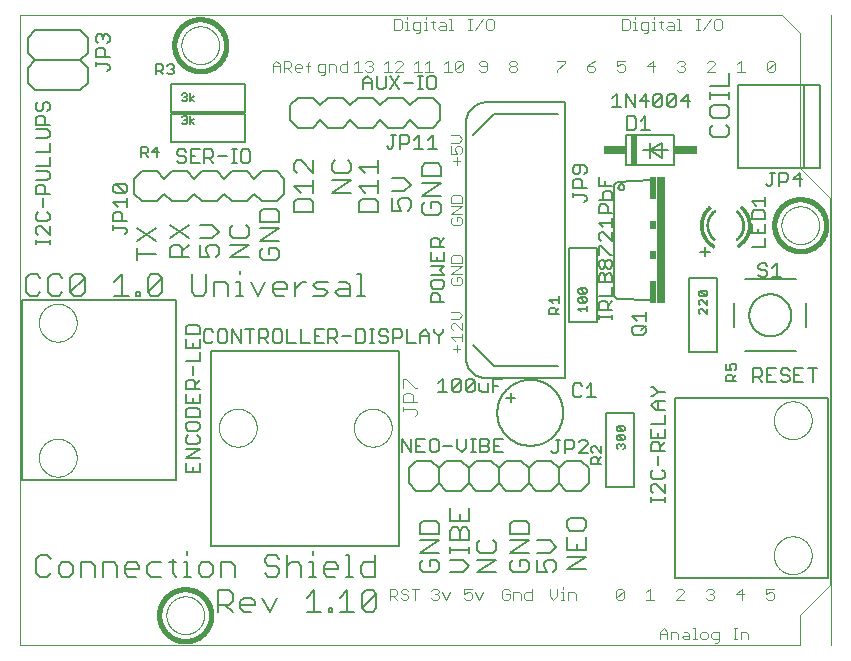
<source format=gto>
G75*
%MOIN*%
%OFA0B0*%
%FSLAX25Y25*%
%IPPOS*%
%LPD*%
%AMOC8*
5,1,8,0,0,1.08239X$1,22.5*
%
%ADD10C,0.00000*%
%ADD11C,0.00800*%
%ADD12C,0.00500*%
%ADD13C,0.00600*%
%ADD14C,0.01600*%
%ADD15C,0.00400*%
%ADD16C,0.00300*%
%ADD17R,0.03000X0.42000*%
%ADD18R,0.02000X0.07500*%
%ADD19R,0.02000X0.03000*%
%ADD20C,0.00060*%
%ADD21C,0.00100*%
%ADD22R,0.02000X0.10000*%
%ADD23R,0.07500X0.03000*%
D10*
X0031420Y0005000D02*
X0031420Y0215000D01*
X0285420Y0215000D01*
X0291420Y0209000D01*
X0291420Y0164000D01*
X0301420Y0154000D01*
X0301420Y0025000D01*
X0291420Y0015000D01*
X0291420Y0005000D01*
X0031420Y0005000D01*
X0031420Y0214961D01*
X0085121Y0205000D02*
X0085123Y0205158D01*
X0085129Y0205316D01*
X0085139Y0205474D01*
X0085153Y0205632D01*
X0085171Y0205789D01*
X0085192Y0205946D01*
X0085218Y0206102D01*
X0085248Y0206258D01*
X0085281Y0206413D01*
X0085319Y0206566D01*
X0085360Y0206719D01*
X0085405Y0206871D01*
X0085454Y0207022D01*
X0085507Y0207171D01*
X0085563Y0207319D01*
X0085623Y0207465D01*
X0085687Y0207610D01*
X0085755Y0207753D01*
X0085826Y0207895D01*
X0085900Y0208035D01*
X0085978Y0208172D01*
X0086060Y0208308D01*
X0086144Y0208442D01*
X0086233Y0208573D01*
X0086324Y0208702D01*
X0086419Y0208829D01*
X0086516Y0208954D01*
X0086617Y0209076D01*
X0086721Y0209195D01*
X0086828Y0209312D01*
X0086938Y0209426D01*
X0087051Y0209537D01*
X0087166Y0209646D01*
X0087284Y0209751D01*
X0087405Y0209853D01*
X0087528Y0209953D01*
X0087654Y0210049D01*
X0087782Y0210142D01*
X0087912Y0210232D01*
X0088045Y0210318D01*
X0088180Y0210402D01*
X0088316Y0210481D01*
X0088455Y0210558D01*
X0088596Y0210630D01*
X0088738Y0210700D01*
X0088882Y0210765D01*
X0089028Y0210827D01*
X0089175Y0210885D01*
X0089324Y0210940D01*
X0089474Y0210991D01*
X0089625Y0211038D01*
X0089777Y0211081D01*
X0089930Y0211120D01*
X0090085Y0211156D01*
X0090240Y0211187D01*
X0090396Y0211215D01*
X0090552Y0211239D01*
X0090709Y0211259D01*
X0090867Y0211275D01*
X0091024Y0211287D01*
X0091183Y0211295D01*
X0091341Y0211299D01*
X0091499Y0211299D01*
X0091657Y0211295D01*
X0091816Y0211287D01*
X0091973Y0211275D01*
X0092131Y0211259D01*
X0092288Y0211239D01*
X0092444Y0211215D01*
X0092600Y0211187D01*
X0092755Y0211156D01*
X0092910Y0211120D01*
X0093063Y0211081D01*
X0093215Y0211038D01*
X0093366Y0210991D01*
X0093516Y0210940D01*
X0093665Y0210885D01*
X0093812Y0210827D01*
X0093958Y0210765D01*
X0094102Y0210700D01*
X0094244Y0210630D01*
X0094385Y0210558D01*
X0094524Y0210481D01*
X0094660Y0210402D01*
X0094795Y0210318D01*
X0094928Y0210232D01*
X0095058Y0210142D01*
X0095186Y0210049D01*
X0095312Y0209953D01*
X0095435Y0209853D01*
X0095556Y0209751D01*
X0095674Y0209646D01*
X0095789Y0209537D01*
X0095902Y0209426D01*
X0096012Y0209312D01*
X0096119Y0209195D01*
X0096223Y0209076D01*
X0096324Y0208954D01*
X0096421Y0208829D01*
X0096516Y0208702D01*
X0096607Y0208573D01*
X0096696Y0208442D01*
X0096780Y0208308D01*
X0096862Y0208172D01*
X0096940Y0208035D01*
X0097014Y0207895D01*
X0097085Y0207753D01*
X0097153Y0207610D01*
X0097217Y0207465D01*
X0097277Y0207319D01*
X0097333Y0207171D01*
X0097386Y0207022D01*
X0097435Y0206871D01*
X0097480Y0206719D01*
X0097521Y0206566D01*
X0097559Y0206413D01*
X0097592Y0206258D01*
X0097622Y0206102D01*
X0097648Y0205946D01*
X0097669Y0205789D01*
X0097687Y0205632D01*
X0097701Y0205474D01*
X0097711Y0205316D01*
X0097717Y0205158D01*
X0097719Y0205000D01*
X0097717Y0204842D01*
X0097711Y0204684D01*
X0097701Y0204526D01*
X0097687Y0204368D01*
X0097669Y0204211D01*
X0097648Y0204054D01*
X0097622Y0203898D01*
X0097592Y0203742D01*
X0097559Y0203587D01*
X0097521Y0203434D01*
X0097480Y0203281D01*
X0097435Y0203129D01*
X0097386Y0202978D01*
X0097333Y0202829D01*
X0097277Y0202681D01*
X0097217Y0202535D01*
X0097153Y0202390D01*
X0097085Y0202247D01*
X0097014Y0202105D01*
X0096940Y0201965D01*
X0096862Y0201828D01*
X0096780Y0201692D01*
X0096696Y0201558D01*
X0096607Y0201427D01*
X0096516Y0201298D01*
X0096421Y0201171D01*
X0096324Y0201046D01*
X0096223Y0200924D01*
X0096119Y0200805D01*
X0096012Y0200688D01*
X0095902Y0200574D01*
X0095789Y0200463D01*
X0095674Y0200354D01*
X0095556Y0200249D01*
X0095435Y0200147D01*
X0095312Y0200047D01*
X0095186Y0199951D01*
X0095058Y0199858D01*
X0094928Y0199768D01*
X0094795Y0199682D01*
X0094660Y0199598D01*
X0094524Y0199519D01*
X0094385Y0199442D01*
X0094244Y0199370D01*
X0094102Y0199300D01*
X0093958Y0199235D01*
X0093812Y0199173D01*
X0093665Y0199115D01*
X0093516Y0199060D01*
X0093366Y0199009D01*
X0093215Y0198962D01*
X0093063Y0198919D01*
X0092910Y0198880D01*
X0092755Y0198844D01*
X0092600Y0198813D01*
X0092444Y0198785D01*
X0092288Y0198761D01*
X0092131Y0198741D01*
X0091973Y0198725D01*
X0091816Y0198713D01*
X0091657Y0198705D01*
X0091499Y0198701D01*
X0091341Y0198701D01*
X0091183Y0198705D01*
X0091024Y0198713D01*
X0090867Y0198725D01*
X0090709Y0198741D01*
X0090552Y0198761D01*
X0090396Y0198785D01*
X0090240Y0198813D01*
X0090085Y0198844D01*
X0089930Y0198880D01*
X0089777Y0198919D01*
X0089625Y0198962D01*
X0089474Y0199009D01*
X0089324Y0199060D01*
X0089175Y0199115D01*
X0089028Y0199173D01*
X0088882Y0199235D01*
X0088738Y0199300D01*
X0088596Y0199370D01*
X0088455Y0199442D01*
X0088316Y0199519D01*
X0088180Y0199598D01*
X0088045Y0199682D01*
X0087912Y0199768D01*
X0087782Y0199858D01*
X0087654Y0199951D01*
X0087528Y0200047D01*
X0087405Y0200147D01*
X0087284Y0200249D01*
X0087166Y0200354D01*
X0087051Y0200463D01*
X0086938Y0200574D01*
X0086828Y0200688D01*
X0086721Y0200805D01*
X0086617Y0200924D01*
X0086516Y0201046D01*
X0086419Y0201171D01*
X0086324Y0201298D01*
X0086233Y0201427D01*
X0086144Y0201558D01*
X0086060Y0201692D01*
X0085978Y0201828D01*
X0085900Y0201965D01*
X0085826Y0202105D01*
X0085755Y0202247D01*
X0085687Y0202390D01*
X0085623Y0202535D01*
X0085563Y0202681D01*
X0085507Y0202829D01*
X0085454Y0202978D01*
X0085405Y0203129D01*
X0085360Y0203281D01*
X0085319Y0203434D01*
X0085281Y0203587D01*
X0085248Y0203742D01*
X0085218Y0203898D01*
X0085192Y0204054D01*
X0085171Y0204211D01*
X0085153Y0204368D01*
X0085139Y0204526D01*
X0085129Y0204684D01*
X0085123Y0204842D01*
X0085121Y0205000D01*
X0037621Y0112500D02*
X0037623Y0112658D01*
X0037629Y0112816D01*
X0037639Y0112974D01*
X0037653Y0113132D01*
X0037671Y0113289D01*
X0037692Y0113446D01*
X0037718Y0113602D01*
X0037748Y0113758D01*
X0037781Y0113913D01*
X0037819Y0114066D01*
X0037860Y0114219D01*
X0037905Y0114371D01*
X0037954Y0114522D01*
X0038007Y0114671D01*
X0038063Y0114819D01*
X0038123Y0114965D01*
X0038187Y0115110D01*
X0038255Y0115253D01*
X0038326Y0115395D01*
X0038400Y0115535D01*
X0038478Y0115672D01*
X0038560Y0115808D01*
X0038644Y0115942D01*
X0038733Y0116073D01*
X0038824Y0116202D01*
X0038919Y0116329D01*
X0039016Y0116454D01*
X0039117Y0116576D01*
X0039221Y0116695D01*
X0039328Y0116812D01*
X0039438Y0116926D01*
X0039551Y0117037D01*
X0039666Y0117146D01*
X0039784Y0117251D01*
X0039905Y0117353D01*
X0040028Y0117453D01*
X0040154Y0117549D01*
X0040282Y0117642D01*
X0040412Y0117732D01*
X0040545Y0117818D01*
X0040680Y0117902D01*
X0040816Y0117981D01*
X0040955Y0118058D01*
X0041096Y0118130D01*
X0041238Y0118200D01*
X0041382Y0118265D01*
X0041528Y0118327D01*
X0041675Y0118385D01*
X0041824Y0118440D01*
X0041974Y0118491D01*
X0042125Y0118538D01*
X0042277Y0118581D01*
X0042430Y0118620D01*
X0042585Y0118656D01*
X0042740Y0118687D01*
X0042896Y0118715D01*
X0043052Y0118739D01*
X0043209Y0118759D01*
X0043367Y0118775D01*
X0043524Y0118787D01*
X0043683Y0118795D01*
X0043841Y0118799D01*
X0043999Y0118799D01*
X0044157Y0118795D01*
X0044316Y0118787D01*
X0044473Y0118775D01*
X0044631Y0118759D01*
X0044788Y0118739D01*
X0044944Y0118715D01*
X0045100Y0118687D01*
X0045255Y0118656D01*
X0045410Y0118620D01*
X0045563Y0118581D01*
X0045715Y0118538D01*
X0045866Y0118491D01*
X0046016Y0118440D01*
X0046165Y0118385D01*
X0046312Y0118327D01*
X0046458Y0118265D01*
X0046602Y0118200D01*
X0046744Y0118130D01*
X0046885Y0118058D01*
X0047024Y0117981D01*
X0047160Y0117902D01*
X0047295Y0117818D01*
X0047428Y0117732D01*
X0047558Y0117642D01*
X0047686Y0117549D01*
X0047812Y0117453D01*
X0047935Y0117353D01*
X0048056Y0117251D01*
X0048174Y0117146D01*
X0048289Y0117037D01*
X0048402Y0116926D01*
X0048512Y0116812D01*
X0048619Y0116695D01*
X0048723Y0116576D01*
X0048824Y0116454D01*
X0048921Y0116329D01*
X0049016Y0116202D01*
X0049107Y0116073D01*
X0049196Y0115942D01*
X0049280Y0115808D01*
X0049362Y0115672D01*
X0049440Y0115535D01*
X0049514Y0115395D01*
X0049585Y0115253D01*
X0049653Y0115110D01*
X0049717Y0114965D01*
X0049777Y0114819D01*
X0049833Y0114671D01*
X0049886Y0114522D01*
X0049935Y0114371D01*
X0049980Y0114219D01*
X0050021Y0114066D01*
X0050059Y0113913D01*
X0050092Y0113758D01*
X0050122Y0113602D01*
X0050148Y0113446D01*
X0050169Y0113289D01*
X0050187Y0113132D01*
X0050201Y0112974D01*
X0050211Y0112816D01*
X0050217Y0112658D01*
X0050219Y0112500D01*
X0050217Y0112342D01*
X0050211Y0112184D01*
X0050201Y0112026D01*
X0050187Y0111868D01*
X0050169Y0111711D01*
X0050148Y0111554D01*
X0050122Y0111398D01*
X0050092Y0111242D01*
X0050059Y0111087D01*
X0050021Y0110934D01*
X0049980Y0110781D01*
X0049935Y0110629D01*
X0049886Y0110478D01*
X0049833Y0110329D01*
X0049777Y0110181D01*
X0049717Y0110035D01*
X0049653Y0109890D01*
X0049585Y0109747D01*
X0049514Y0109605D01*
X0049440Y0109465D01*
X0049362Y0109328D01*
X0049280Y0109192D01*
X0049196Y0109058D01*
X0049107Y0108927D01*
X0049016Y0108798D01*
X0048921Y0108671D01*
X0048824Y0108546D01*
X0048723Y0108424D01*
X0048619Y0108305D01*
X0048512Y0108188D01*
X0048402Y0108074D01*
X0048289Y0107963D01*
X0048174Y0107854D01*
X0048056Y0107749D01*
X0047935Y0107647D01*
X0047812Y0107547D01*
X0047686Y0107451D01*
X0047558Y0107358D01*
X0047428Y0107268D01*
X0047295Y0107182D01*
X0047160Y0107098D01*
X0047024Y0107019D01*
X0046885Y0106942D01*
X0046744Y0106870D01*
X0046602Y0106800D01*
X0046458Y0106735D01*
X0046312Y0106673D01*
X0046165Y0106615D01*
X0046016Y0106560D01*
X0045866Y0106509D01*
X0045715Y0106462D01*
X0045563Y0106419D01*
X0045410Y0106380D01*
X0045255Y0106344D01*
X0045100Y0106313D01*
X0044944Y0106285D01*
X0044788Y0106261D01*
X0044631Y0106241D01*
X0044473Y0106225D01*
X0044316Y0106213D01*
X0044157Y0106205D01*
X0043999Y0106201D01*
X0043841Y0106201D01*
X0043683Y0106205D01*
X0043524Y0106213D01*
X0043367Y0106225D01*
X0043209Y0106241D01*
X0043052Y0106261D01*
X0042896Y0106285D01*
X0042740Y0106313D01*
X0042585Y0106344D01*
X0042430Y0106380D01*
X0042277Y0106419D01*
X0042125Y0106462D01*
X0041974Y0106509D01*
X0041824Y0106560D01*
X0041675Y0106615D01*
X0041528Y0106673D01*
X0041382Y0106735D01*
X0041238Y0106800D01*
X0041096Y0106870D01*
X0040955Y0106942D01*
X0040816Y0107019D01*
X0040680Y0107098D01*
X0040545Y0107182D01*
X0040412Y0107268D01*
X0040282Y0107358D01*
X0040154Y0107451D01*
X0040028Y0107547D01*
X0039905Y0107647D01*
X0039784Y0107749D01*
X0039666Y0107854D01*
X0039551Y0107963D01*
X0039438Y0108074D01*
X0039328Y0108188D01*
X0039221Y0108305D01*
X0039117Y0108424D01*
X0039016Y0108546D01*
X0038919Y0108671D01*
X0038824Y0108798D01*
X0038733Y0108927D01*
X0038644Y0109058D01*
X0038560Y0109192D01*
X0038478Y0109328D01*
X0038400Y0109465D01*
X0038326Y0109605D01*
X0038255Y0109747D01*
X0038187Y0109890D01*
X0038123Y0110035D01*
X0038063Y0110181D01*
X0038007Y0110329D01*
X0037954Y0110478D01*
X0037905Y0110629D01*
X0037860Y0110781D01*
X0037819Y0110934D01*
X0037781Y0111087D01*
X0037748Y0111242D01*
X0037718Y0111398D01*
X0037692Y0111554D01*
X0037671Y0111711D01*
X0037653Y0111868D01*
X0037639Y0112026D01*
X0037629Y0112184D01*
X0037623Y0112342D01*
X0037621Y0112500D01*
X0097621Y0077500D02*
X0097623Y0077658D01*
X0097629Y0077816D01*
X0097639Y0077974D01*
X0097653Y0078132D01*
X0097671Y0078289D01*
X0097692Y0078446D01*
X0097718Y0078602D01*
X0097748Y0078758D01*
X0097781Y0078913D01*
X0097819Y0079066D01*
X0097860Y0079219D01*
X0097905Y0079371D01*
X0097954Y0079522D01*
X0098007Y0079671D01*
X0098063Y0079819D01*
X0098123Y0079965D01*
X0098187Y0080110D01*
X0098255Y0080253D01*
X0098326Y0080395D01*
X0098400Y0080535D01*
X0098478Y0080672D01*
X0098560Y0080808D01*
X0098644Y0080942D01*
X0098733Y0081073D01*
X0098824Y0081202D01*
X0098919Y0081329D01*
X0099016Y0081454D01*
X0099117Y0081576D01*
X0099221Y0081695D01*
X0099328Y0081812D01*
X0099438Y0081926D01*
X0099551Y0082037D01*
X0099666Y0082146D01*
X0099784Y0082251D01*
X0099905Y0082353D01*
X0100028Y0082453D01*
X0100154Y0082549D01*
X0100282Y0082642D01*
X0100412Y0082732D01*
X0100545Y0082818D01*
X0100680Y0082902D01*
X0100816Y0082981D01*
X0100955Y0083058D01*
X0101096Y0083130D01*
X0101238Y0083200D01*
X0101382Y0083265D01*
X0101528Y0083327D01*
X0101675Y0083385D01*
X0101824Y0083440D01*
X0101974Y0083491D01*
X0102125Y0083538D01*
X0102277Y0083581D01*
X0102430Y0083620D01*
X0102585Y0083656D01*
X0102740Y0083687D01*
X0102896Y0083715D01*
X0103052Y0083739D01*
X0103209Y0083759D01*
X0103367Y0083775D01*
X0103524Y0083787D01*
X0103683Y0083795D01*
X0103841Y0083799D01*
X0103999Y0083799D01*
X0104157Y0083795D01*
X0104316Y0083787D01*
X0104473Y0083775D01*
X0104631Y0083759D01*
X0104788Y0083739D01*
X0104944Y0083715D01*
X0105100Y0083687D01*
X0105255Y0083656D01*
X0105410Y0083620D01*
X0105563Y0083581D01*
X0105715Y0083538D01*
X0105866Y0083491D01*
X0106016Y0083440D01*
X0106165Y0083385D01*
X0106312Y0083327D01*
X0106458Y0083265D01*
X0106602Y0083200D01*
X0106744Y0083130D01*
X0106885Y0083058D01*
X0107024Y0082981D01*
X0107160Y0082902D01*
X0107295Y0082818D01*
X0107428Y0082732D01*
X0107558Y0082642D01*
X0107686Y0082549D01*
X0107812Y0082453D01*
X0107935Y0082353D01*
X0108056Y0082251D01*
X0108174Y0082146D01*
X0108289Y0082037D01*
X0108402Y0081926D01*
X0108512Y0081812D01*
X0108619Y0081695D01*
X0108723Y0081576D01*
X0108824Y0081454D01*
X0108921Y0081329D01*
X0109016Y0081202D01*
X0109107Y0081073D01*
X0109196Y0080942D01*
X0109280Y0080808D01*
X0109362Y0080672D01*
X0109440Y0080535D01*
X0109514Y0080395D01*
X0109585Y0080253D01*
X0109653Y0080110D01*
X0109717Y0079965D01*
X0109777Y0079819D01*
X0109833Y0079671D01*
X0109886Y0079522D01*
X0109935Y0079371D01*
X0109980Y0079219D01*
X0110021Y0079066D01*
X0110059Y0078913D01*
X0110092Y0078758D01*
X0110122Y0078602D01*
X0110148Y0078446D01*
X0110169Y0078289D01*
X0110187Y0078132D01*
X0110201Y0077974D01*
X0110211Y0077816D01*
X0110217Y0077658D01*
X0110219Y0077500D01*
X0110217Y0077342D01*
X0110211Y0077184D01*
X0110201Y0077026D01*
X0110187Y0076868D01*
X0110169Y0076711D01*
X0110148Y0076554D01*
X0110122Y0076398D01*
X0110092Y0076242D01*
X0110059Y0076087D01*
X0110021Y0075934D01*
X0109980Y0075781D01*
X0109935Y0075629D01*
X0109886Y0075478D01*
X0109833Y0075329D01*
X0109777Y0075181D01*
X0109717Y0075035D01*
X0109653Y0074890D01*
X0109585Y0074747D01*
X0109514Y0074605D01*
X0109440Y0074465D01*
X0109362Y0074328D01*
X0109280Y0074192D01*
X0109196Y0074058D01*
X0109107Y0073927D01*
X0109016Y0073798D01*
X0108921Y0073671D01*
X0108824Y0073546D01*
X0108723Y0073424D01*
X0108619Y0073305D01*
X0108512Y0073188D01*
X0108402Y0073074D01*
X0108289Y0072963D01*
X0108174Y0072854D01*
X0108056Y0072749D01*
X0107935Y0072647D01*
X0107812Y0072547D01*
X0107686Y0072451D01*
X0107558Y0072358D01*
X0107428Y0072268D01*
X0107295Y0072182D01*
X0107160Y0072098D01*
X0107024Y0072019D01*
X0106885Y0071942D01*
X0106744Y0071870D01*
X0106602Y0071800D01*
X0106458Y0071735D01*
X0106312Y0071673D01*
X0106165Y0071615D01*
X0106016Y0071560D01*
X0105866Y0071509D01*
X0105715Y0071462D01*
X0105563Y0071419D01*
X0105410Y0071380D01*
X0105255Y0071344D01*
X0105100Y0071313D01*
X0104944Y0071285D01*
X0104788Y0071261D01*
X0104631Y0071241D01*
X0104473Y0071225D01*
X0104316Y0071213D01*
X0104157Y0071205D01*
X0103999Y0071201D01*
X0103841Y0071201D01*
X0103683Y0071205D01*
X0103524Y0071213D01*
X0103367Y0071225D01*
X0103209Y0071241D01*
X0103052Y0071261D01*
X0102896Y0071285D01*
X0102740Y0071313D01*
X0102585Y0071344D01*
X0102430Y0071380D01*
X0102277Y0071419D01*
X0102125Y0071462D01*
X0101974Y0071509D01*
X0101824Y0071560D01*
X0101675Y0071615D01*
X0101528Y0071673D01*
X0101382Y0071735D01*
X0101238Y0071800D01*
X0101096Y0071870D01*
X0100955Y0071942D01*
X0100816Y0072019D01*
X0100680Y0072098D01*
X0100545Y0072182D01*
X0100412Y0072268D01*
X0100282Y0072358D01*
X0100154Y0072451D01*
X0100028Y0072547D01*
X0099905Y0072647D01*
X0099784Y0072749D01*
X0099666Y0072854D01*
X0099551Y0072963D01*
X0099438Y0073074D01*
X0099328Y0073188D01*
X0099221Y0073305D01*
X0099117Y0073424D01*
X0099016Y0073546D01*
X0098919Y0073671D01*
X0098824Y0073798D01*
X0098733Y0073927D01*
X0098644Y0074058D01*
X0098560Y0074192D01*
X0098478Y0074328D01*
X0098400Y0074465D01*
X0098326Y0074605D01*
X0098255Y0074747D01*
X0098187Y0074890D01*
X0098123Y0075035D01*
X0098063Y0075181D01*
X0098007Y0075329D01*
X0097954Y0075478D01*
X0097905Y0075629D01*
X0097860Y0075781D01*
X0097819Y0075934D01*
X0097781Y0076087D01*
X0097748Y0076242D01*
X0097718Y0076398D01*
X0097692Y0076554D01*
X0097671Y0076711D01*
X0097653Y0076868D01*
X0097639Y0077026D01*
X0097629Y0077184D01*
X0097623Y0077342D01*
X0097621Y0077500D01*
X0142621Y0077500D02*
X0142623Y0077658D01*
X0142629Y0077816D01*
X0142639Y0077974D01*
X0142653Y0078132D01*
X0142671Y0078289D01*
X0142692Y0078446D01*
X0142718Y0078602D01*
X0142748Y0078758D01*
X0142781Y0078913D01*
X0142819Y0079066D01*
X0142860Y0079219D01*
X0142905Y0079371D01*
X0142954Y0079522D01*
X0143007Y0079671D01*
X0143063Y0079819D01*
X0143123Y0079965D01*
X0143187Y0080110D01*
X0143255Y0080253D01*
X0143326Y0080395D01*
X0143400Y0080535D01*
X0143478Y0080672D01*
X0143560Y0080808D01*
X0143644Y0080942D01*
X0143733Y0081073D01*
X0143824Y0081202D01*
X0143919Y0081329D01*
X0144016Y0081454D01*
X0144117Y0081576D01*
X0144221Y0081695D01*
X0144328Y0081812D01*
X0144438Y0081926D01*
X0144551Y0082037D01*
X0144666Y0082146D01*
X0144784Y0082251D01*
X0144905Y0082353D01*
X0145028Y0082453D01*
X0145154Y0082549D01*
X0145282Y0082642D01*
X0145412Y0082732D01*
X0145545Y0082818D01*
X0145680Y0082902D01*
X0145816Y0082981D01*
X0145955Y0083058D01*
X0146096Y0083130D01*
X0146238Y0083200D01*
X0146382Y0083265D01*
X0146528Y0083327D01*
X0146675Y0083385D01*
X0146824Y0083440D01*
X0146974Y0083491D01*
X0147125Y0083538D01*
X0147277Y0083581D01*
X0147430Y0083620D01*
X0147585Y0083656D01*
X0147740Y0083687D01*
X0147896Y0083715D01*
X0148052Y0083739D01*
X0148209Y0083759D01*
X0148367Y0083775D01*
X0148524Y0083787D01*
X0148683Y0083795D01*
X0148841Y0083799D01*
X0148999Y0083799D01*
X0149157Y0083795D01*
X0149316Y0083787D01*
X0149473Y0083775D01*
X0149631Y0083759D01*
X0149788Y0083739D01*
X0149944Y0083715D01*
X0150100Y0083687D01*
X0150255Y0083656D01*
X0150410Y0083620D01*
X0150563Y0083581D01*
X0150715Y0083538D01*
X0150866Y0083491D01*
X0151016Y0083440D01*
X0151165Y0083385D01*
X0151312Y0083327D01*
X0151458Y0083265D01*
X0151602Y0083200D01*
X0151744Y0083130D01*
X0151885Y0083058D01*
X0152024Y0082981D01*
X0152160Y0082902D01*
X0152295Y0082818D01*
X0152428Y0082732D01*
X0152558Y0082642D01*
X0152686Y0082549D01*
X0152812Y0082453D01*
X0152935Y0082353D01*
X0153056Y0082251D01*
X0153174Y0082146D01*
X0153289Y0082037D01*
X0153402Y0081926D01*
X0153512Y0081812D01*
X0153619Y0081695D01*
X0153723Y0081576D01*
X0153824Y0081454D01*
X0153921Y0081329D01*
X0154016Y0081202D01*
X0154107Y0081073D01*
X0154196Y0080942D01*
X0154280Y0080808D01*
X0154362Y0080672D01*
X0154440Y0080535D01*
X0154514Y0080395D01*
X0154585Y0080253D01*
X0154653Y0080110D01*
X0154717Y0079965D01*
X0154777Y0079819D01*
X0154833Y0079671D01*
X0154886Y0079522D01*
X0154935Y0079371D01*
X0154980Y0079219D01*
X0155021Y0079066D01*
X0155059Y0078913D01*
X0155092Y0078758D01*
X0155122Y0078602D01*
X0155148Y0078446D01*
X0155169Y0078289D01*
X0155187Y0078132D01*
X0155201Y0077974D01*
X0155211Y0077816D01*
X0155217Y0077658D01*
X0155219Y0077500D01*
X0155217Y0077342D01*
X0155211Y0077184D01*
X0155201Y0077026D01*
X0155187Y0076868D01*
X0155169Y0076711D01*
X0155148Y0076554D01*
X0155122Y0076398D01*
X0155092Y0076242D01*
X0155059Y0076087D01*
X0155021Y0075934D01*
X0154980Y0075781D01*
X0154935Y0075629D01*
X0154886Y0075478D01*
X0154833Y0075329D01*
X0154777Y0075181D01*
X0154717Y0075035D01*
X0154653Y0074890D01*
X0154585Y0074747D01*
X0154514Y0074605D01*
X0154440Y0074465D01*
X0154362Y0074328D01*
X0154280Y0074192D01*
X0154196Y0074058D01*
X0154107Y0073927D01*
X0154016Y0073798D01*
X0153921Y0073671D01*
X0153824Y0073546D01*
X0153723Y0073424D01*
X0153619Y0073305D01*
X0153512Y0073188D01*
X0153402Y0073074D01*
X0153289Y0072963D01*
X0153174Y0072854D01*
X0153056Y0072749D01*
X0152935Y0072647D01*
X0152812Y0072547D01*
X0152686Y0072451D01*
X0152558Y0072358D01*
X0152428Y0072268D01*
X0152295Y0072182D01*
X0152160Y0072098D01*
X0152024Y0072019D01*
X0151885Y0071942D01*
X0151744Y0071870D01*
X0151602Y0071800D01*
X0151458Y0071735D01*
X0151312Y0071673D01*
X0151165Y0071615D01*
X0151016Y0071560D01*
X0150866Y0071509D01*
X0150715Y0071462D01*
X0150563Y0071419D01*
X0150410Y0071380D01*
X0150255Y0071344D01*
X0150100Y0071313D01*
X0149944Y0071285D01*
X0149788Y0071261D01*
X0149631Y0071241D01*
X0149473Y0071225D01*
X0149316Y0071213D01*
X0149157Y0071205D01*
X0148999Y0071201D01*
X0148841Y0071201D01*
X0148683Y0071205D01*
X0148524Y0071213D01*
X0148367Y0071225D01*
X0148209Y0071241D01*
X0148052Y0071261D01*
X0147896Y0071285D01*
X0147740Y0071313D01*
X0147585Y0071344D01*
X0147430Y0071380D01*
X0147277Y0071419D01*
X0147125Y0071462D01*
X0146974Y0071509D01*
X0146824Y0071560D01*
X0146675Y0071615D01*
X0146528Y0071673D01*
X0146382Y0071735D01*
X0146238Y0071800D01*
X0146096Y0071870D01*
X0145955Y0071942D01*
X0145816Y0072019D01*
X0145680Y0072098D01*
X0145545Y0072182D01*
X0145412Y0072268D01*
X0145282Y0072358D01*
X0145154Y0072451D01*
X0145028Y0072547D01*
X0144905Y0072647D01*
X0144784Y0072749D01*
X0144666Y0072854D01*
X0144551Y0072963D01*
X0144438Y0073074D01*
X0144328Y0073188D01*
X0144221Y0073305D01*
X0144117Y0073424D01*
X0144016Y0073546D01*
X0143919Y0073671D01*
X0143824Y0073798D01*
X0143733Y0073927D01*
X0143644Y0074058D01*
X0143560Y0074192D01*
X0143478Y0074328D01*
X0143400Y0074465D01*
X0143326Y0074605D01*
X0143255Y0074747D01*
X0143187Y0074890D01*
X0143123Y0075035D01*
X0143063Y0075181D01*
X0143007Y0075329D01*
X0142954Y0075478D01*
X0142905Y0075629D01*
X0142860Y0075781D01*
X0142819Y0075934D01*
X0142781Y0076087D01*
X0142748Y0076242D01*
X0142718Y0076398D01*
X0142692Y0076554D01*
X0142671Y0076711D01*
X0142653Y0076868D01*
X0142639Y0077026D01*
X0142629Y0077184D01*
X0142623Y0077342D01*
X0142621Y0077500D01*
X0080121Y0015000D02*
X0080123Y0015158D01*
X0080129Y0015316D01*
X0080139Y0015474D01*
X0080153Y0015632D01*
X0080171Y0015789D01*
X0080192Y0015946D01*
X0080218Y0016102D01*
X0080248Y0016258D01*
X0080281Y0016413D01*
X0080319Y0016566D01*
X0080360Y0016719D01*
X0080405Y0016871D01*
X0080454Y0017022D01*
X0080507Y0017171D01*
X0080563Y0017319D01*
X0080623Y0017465D01*
X0080687Y0017610D01*
X0080755Y0017753D01*
X0080826Y0017895D01*
X0080900Y0018035D01*
X0080978Y0018172D01*
X0081060Y0018308D01*
X0081144Y0018442D01*
X0081233Y0018573D01*
X0081324Y0018702D01*
X0081419Y0018829D01*
X0081516Y0018954D01*
X0081617Y0019076D01*
X0081721Y0019195D01*
X0081828Y0019312D01*
X0081938Y0019426D01*
X0082051Y0019537D01*
X0082166Y0019646D01*
X0082284Y0019751D01*
X0082405Y0019853D01*
X0082528Y0019953D01*
X0082654Y0020049D01*
X0082782Y0020142D01*
X0082912Y0020232D01*
X0083045Y0020318D01*
X0083180Y0020402D01*
X0083316Y0020481D01*
X0083455Y0020558D01*
X0083596Y0020630D01*
X0083738Y0020700D01*
X0083882Y0020765D01*
X0084028Y0020827D01*
X0084175Y0020885D01*
X0084324Y0020940D01*
X0084474Y0020991D01*
X0084625Y0021038D01*
X0084777Y0021081D01*
X0084930Y0021120D01*
X0085085Y0021156D01*
X0085240Y0021187D01*
X0085396Y0021215D01*
X0085552Y0021239D01*
X0085709Y0021259D01*
X0085867Y0021275D01*
X0086024Y0021287D01*
X0086183Y0021295D01*
X0086341Y0021299D01*
X0086499Y0021299D01*
X0086657Y0021295D01*
X0086816Y0021287D01*
X0086973Y0021275D01*
X0087131Y0021259D01*
X0087288Y0021239D01*
X0087444Y0021215D01*
X0087600Y0021187D01*
X0087755Y0021156D01*
X0087910Y0021120D01*
X0088063Y0021081D01*
X0088215Y0021038D01*
X0088366Y0020991D01*
X0088516Y0020940D01*
X0088665Y0020885D01*
X0088812Y0020827D01*
X0088958Y0020765D01*
X0089102Y0020700D01*
X0089244Y0020630D01*
X0089385Y0020558D01*
X0089524Y0020481D01*
X0089660Y0020402D01*
X0089795Y0020318D01*
X0089928Y0020232D01*
X0090058Y0020142D01*
X0090186Y0020049D01*
X0090312Y0019953D01*
X0090435Y0019853D01*
X0090556Y0019751D01*
X0090674Y0019646D01*
X0090789Y0019537D01*
X0090902Y0019426D01*
X0091012Y0019312D01*
X0091119Y0019195D01*
X0091223Y0019076D01*
X0091324Y0018954D01*
X0091421Y0018829D01*
X0091516Y0018702D01*
X0091607Y0018573D01*
X0091696Y0018442D01*
X0091780Y0018308D01*
X0091862Y0018172D01*
X0091940Y0018035D01*
X0092014Y0017895D01*
X0092085Y0017753D01*
X0092153Y0017610D01*
X0092217Y0017465D01*
X0092277Y0017319D01*
X0092333Y0017171D01*
X0092386Y0017022D01*
X0092435Y0016871D01*
X0092480Y0016719D01*
X0092521Y0016566D01*
X0092559Y0016413D01*
X0092592Y0016258D01*
X0092622Y0016102D01*
X0092648Y0015946D01*
X0092669Y0015789D01*
X0092687Y0015632D01*
X0092701Y0015474D01*
X0092711Y0015316D01*
X0092717Y0015158D01*
X0092719Y0015000D01*
X0092717Y0014842D01*
X0092711Y0014684D01*
X0092701Y0014526D01*
X0092687Y0014368D01*
X0092669Y0014211D01*
X0092648Y0014054D01*
X0092622Y0013898D01*
X0092592Y0013742D01*
X0092559Y0013587D01*
X0092521Y0013434D01*
X0092480Y0013281D01*
X0092435Y0013129D01*
X0092386Y0012978D01*
X0092333Y0012829D01*
X0092277Y0012681D01*
X0092217Y0012535D01*
X0092153Y0012390D01*
X0092085Y0012247D01*
X0092014Y0012105D01*
X0091940Y0011965D01*
X0091862Y0011828D01*
X0091780Y0011692D01*
X0091696Y0011558D01*
X0091607Y0011427D01*
X0091516Y0011298D01*
X0091421Y0011171D01*
X0091324Y0011046D01*
X0091223Y0010924D01*
X0091119Y0010805D01*
X0091012Y0010688D01*
X0090902Y0010574D01*
X0090789Y0010463D01*
X0090674Y0010354D01*
X0090556Y0010249D01*
X0090435Y0010147D01*
X0090312Y0010047D01*
X0090186Y0009951D01*
X0090058Y0009858D01*
X0089928Y0009768D01*
X0089795Y0009682D01*
X0089660Y0009598D01*
X0089524Y0009519D01*
X0089385Y0009442D01*
X0089244Y0009370D01*
X0089102Y0009300D01*
X0088958Y0009235D01*
X0088812Y0009173D01*
X0088665Y0009115D01*
X0088516Y0009060D01*
X0088366Y0009009D01*
X0088215Y0008962D01*
X0088063Y0008919D01*
X0087910Y0008880D01*
X0087755Y0008844D01*
X0087600Y0008813D01*
X0087444Y0008785D01*
X0087288Y0008761D01*
X0087131Y0008741D01*
X0086973Y0008725D01*
X0086816Y0008713D01*
X0086657Y0008705D01*
X0086499Y0008701D01*
X0086341Y0008701D01*
X0086183Y0008705D01*
X0086024Y0008713D01*
X0085867Y0008725D01*
X0085709Y0008741D01*
X0085552Y0008761D01*
X0085396Y0008785D01*
X0085240Y0008813D01*
X0085085Y0008844D01*
X0084930Y0008880D01*
X0084777Y0008919D01*
X0084625Y0008962D01*
X0084474Y0009009D01*
X0084324Y0009060D01*
X0084175Y0009115D01*
X0084028Y0009173D01*
X0083882Y0009235D01*
X0083738Y0009300D01*
X0083596Y0009370D01*
X0083455Y0009442D01*
X0083316Y0009519D01*
X0083180Y0009598D01*
X0083045Y0009682D01*
X0082912Y0009768D01*
X0082782Y0009858D01*
X0082654Y0009951D01*
X0082528Y0010047D01*
X0082405Y0010147D01*
X0082284Y0010249D01*
X0082166Y0010354D01*
X0082051Y0010463D01*
X0081938Y0010574D01*
X0081828Y0010688D01*
X0081721Y0010805D01*
X0081617Y0010924D01*
X0081516Y0011046D01*
X0081419Y0011171D01*
X0081324Y0011298D01*
X0081233Y0011427D01*
X0081144Y0011558D01*
X0081060Y0011692D01*
X0080978Y0011828D01*
X0080900Y0011965D01*
X0080826Y0012105D01*
X0080755Y0012247D01*
X0080687Y0012390D01*
X0080623Y0012535D01*
X0080563Y0012681D01*
X0080507Y0012829D01*
X0080454Y0012978D01*
X0080405Y0013129D01*
X0080360Y0013281D01*
X0080319Y0013434D01*
X0080281Y0013587D01*
X0080248Y0013742D01*
X0080218Y0013898D01*
X0080192Y0014054D01*
X0080171Y0014211D01*
X0080153Y0014368D01*
X0080139Y0014526D01*
X0080129Y0014684D01*
X0080123Y0014842D01*
X0080121Y0015000D01*
X0037621Y0067500D02*
X0037623Y0067658D01*
X0037629Y0067816D01*
X0037639Y0067974D01*
X0037653Y0068132D01*
X0037671Y0068289D01*
X0037692Y0068446D01*
X0037718Y0068602D01*
X0037748Y0068758D01*
X0037781Y0068913D01*
X0037819Y0069066D01*
X0037860Y0069219D01*
X0037905Y0069371D01*
X0037954Y0069522D01*
X0038007Y0069671D01*
X0038063Y0069819D01*
X0038123Y0069965D01*
X0038187Y0070110D01*
X0038255Y0070253D01*
X0038326Y0070395D01*
X0038400Y0070535D01*
X0038478Y0070672D01*
X0038560Y0070808D01*
X0038644Y0070942D01*
X0038733Y0071073D01*
X0038824Y0071202D01*
X0038919Y0071329D01*
X0039016Y0071454D01*
X0039117Y0071576D01*
X0039221Y0071695D01*
X0039328Y0071812D01*
X0039438Y0071926D01*
X0039551Y0072037D01*
X0039666Y0072146D01*
X0039784Y0072251D01*
X0039905Y0072353D01*
X0040028Y0072453D01*
X0040154Y0072549D01*
X0040282Y0072642D01*
X0040412Y0072732D01*
X0040545Y0072818D01*
X0040680Y0072902D01*
X0040816Y0072981D01*
X0040955Y0073058D01*
X0041096Y0073130D01*
X0041238Y0073200D01*
X0041382Y0073265D01*
X0041528Y0073327D01*
X0041675Y0073385D01*
X0041824Y0073440D01*
X0041974Y0073491D01*
X0042125Y0073538D01*
X0042277Y0073581D01*
X0042430Y0073620D01*
X0042585Y0073656D01*
X0042740Y0073687D01*
X0042896Y0073715D01*
X0043052Y0073739D01*
X0043209Y0073759D01*
X0043367Y0073775D01*
X0043524Y0073787D01*
X0043683Y0073795D01*
X0043841Y0073799D01*
X0043999Y0073799D01*
X0044157Y0073795D01*
X0044316Y0073787D01*
X0044473Y0073775D01*
X0044631Y0073759D01*
X0044788Y0073739D01*
X0044944Y0073715D01*
X0045100Y0073687D01*
X0045255Y0073656D01*
X0045410Y0073620D01*
X0045563Y0073581D01*
X0045715Y0073538D01*
X0045866Y0073491D01*
X0046016Y0073440D01*
X0046165Y0073385D01*
X0046312Y0073327D01*
X0046458Y0073265D01*
X0046602Y0073200D01*
X0046744Y0073130D01*
X0046885Y0073058D01*
X0047024Y0072981D01*
X0047160Y0072902D01*
X0047295Y0072818D01*
X0047428Y0072732D01*
X0047558Y0072642D01*
X0047686Y0072549D01*
X0047812Y0072453D01*
X0047935Y0072353D01*
X0048056Y0072251D01*
X0048174Y0072146D01*
X0048289Y0072037D01*
X0048402Y0071926D01*
X0048512Y0071812D01*
X0048619Y0071695D01*
X0048723Y0071576D01*
X0048824Y0071454D01*
X0048921Y0071329D01*
X0049016Y0071202D01*
X0049107Y0071073D01*
X0049196Y0070942D01*
X0049280Y0070808D01*
X0049362Y0070672D01*
X0049440Y0070535D01*
X0049514Y0070395D01*
X0049585Y0070253D01*
X0049653Y0070110D01*
X0049717Y0069965D01*
X0049777Y0069819D01*
X0049833Y0069671D01*
X0049886Y0069522D01*
X0049935Y0069371D01*
X0049980Y0069219D01*
X0050021Y0069066D01*
X0050059Y0068913D01*
X0050092Y0068758D01*
X0050122Y0068602D01*
X0050148Y0068446D01*
X0050169Y0068289D01*
X0050187Y0068132D01*
X0050201Y0067974D01*
X0050211Y0067816D01*
X0050217Y0067658D01*
X0050219Y0067500D01*
X0050217Y0067342D01*
X0050211Y0067184D01*
X0050201Y0067026D01*
X0050187Y0066868D01*
X0050169Y0066711D01*
X0050148Y0066554D01*
X0050122Y0066398D01*
X0050092Y0066242D01*
X0050059Y0066087D01*
X0050021Y0065934D01*
X0049980Y0065781D01*
X0049935Y0065629D01*
X0049886Y0065478D01*
X0049833Y0065329D01*
X0049777Y0065181D01*
X0049717Y0065035D01*
X0049653Y0064890D01*
X0049585Y0064747D01*
X0049514Y0064605D01*
X0049440Y0064465D01*
X0049362Y0064328D01*
X0049280Y0064192D01*
X0049196Y0064058D01*
X0049107Y0063927D01*
X0049016Y0063798D01*
X0048921Y0063671D01*
X0048824Y0063546D01*
X0048723Y0063424D01*
X0048619Y0063305D01*
X0048512Y0063188D01*
X0048402Y0063074D01*
X0048289Y0062963D01*
X0048174Y0062854D01*
X0048056Y0062749D01*
X0047935Y0062647D01*
X0047812Y0062547D01*
X0047686Y0062451D01*
X0047558Y0062358D01*
X0047428Y0062268D01*
X0047295Y0062182D01*
X0047160Y0062098D01*
X0047024Y0062019D01*
X0046885Y0061942D01*
X0046744Y0061870D01*
X0046602Y0061800D01*
X0046458Y0061735D01*
X0046312Y0061673D01*
X0046165Y0061615D01*
X0046016Y0061560D01*
X0045866Y0061509D01*
X0045715Y0061462D01*
X0045563Y0061419D01*
X0045410Y0061380D01*
X0045255Y0061344D01*
X0045100Y0061313D01*
X0044944Y0061285D01*
X0044788Y0061261D01*
X0044631Y0061241D01*
X0044473Y0061225D01*
X0044316Y0061213D01*
X0044157Y0061205D01*
X0043999Y0061201D01*
X0043841Y0061201D01*
X0043683Y0061205D01*
X0043524Y0061213D01*
X0043367Y0061225D01*
X0043209Y0061241D01*
X0043052Y0061261D01*
X0042896Y0061285D01*
X0042740Y0061313D01*
X0042585Y0061344D01*
X0042430Y0061380D01*
X0042277Y0061419D01*
X0042125Y0061462D01*
X0041974Y0061509D01*
X0041824Y0061560D01*
X0041675Y0061615D01*
X0041528Y0061673D01*
X0041382Y0061735D01*
X0041238Y0061800D01*
X0041096Y0061870D01*
X0040955Y0061942D01*
X0040816Y0062019D01*
X0040680Y0062098D01*
X0040545Y0062182D01*
X0040412Y0062268D01*
X0040282Y0062358D01*
X0040154Y0062451D01*
X0040028Y0062547D01*
X0039905Y0062647D01*
X0039784Y0062749D01*
X0039666Y0062854D01*
X0039551Y0062963D01*
X0039438Y0063074D01*
X0039328Y0063188D01*
X0039221Y0063305D01*
X0039117Y0063424D01*
X0039016Y0063546D01*
X0038919Y0063671D01*
X0038824Y0063798D01*
X0038733Y0063927D01*
X0038644Y0064058D01*
X0038560Y0064192D01*
X0038478Y0064328D01*
X0038400Y0064465D01*
X0038326Y0064605D01*
X0038255Y0064747D01*
X0038187Y0064890D01*
X0038123Y0065035D01*
X0038063Y0065181D01*
X0038007Y0065329D01*
X0037954Y0065478D01*
X0037905Y0065629D01*
X0037860Y0065781D01*
X0037819Y0065934D01*
X0037781Y0066087D01*
X0037748Y0066242D01*
X0037718Y0066398D01*
X0037692Y0066554D01*
X0037671Y0066711D01*
X0037653Y0066868D01*
X0037639Y0067026D01*
X0037629Y0067184D01*
X0037623Y0067342D01*
X0037621Y0067500D01*
X0282621Y0080000D02*
X0282623Y0080158D01*
X0282629Y0080316D01*
X0282639Y0080474D01*
X0282653Y0080632D01*
X0282671Y0080789D01*
X0282692Y0080946D01*
X0282718Y0081102D01*
X0282748Y0081258D01*
X0282781Y0081413D01*
X0282819Y0081566D01*
X0282860Y0081719D01*
X0282905Y0081871D01*
X0282954Y0082022D01*
X0283007Y0082171D01*
X0283063Y0082319D01*
X0283123Y0082465D01*
X0283187Y0082610D01*
X0283255Y0082753D01*
X0283326Y0082895D01*
X0283400Y0083035D01*
X0283478Y0083172D01*
X0283560Y0083308D01*
X0283644Y0083442D01*
X0283733Y0083573D01*
X0283824Y0083702D01*
X0283919Y0083829D01*
X0284016Y0083954D01*
X0284117Y0084076D01*
X0284221Y0084195D01*
X0284328Y0084312D01*
X0284438Y0084426D01*
X0284551Y0084537D01*
X0284666Y0084646D01*
X0284784Y0084751D01*
X0284905Y0084853D01*
X0285028Y0084953D01*
X0285154Y0085049D01*
X0285282Y0085142D01*
X0285412Y0085232D01*
X0285545Y0085318D01*
X0285680Y0085402D01*
X0285816Y0085481D01*
X0285955Y0085558D01*
X0286096Y0085630D01*
X0286238Y0085700D01*
X0286382Y0085765D01*
X0286528Y0085827D01*
X0286675Y0085885D01*
X0286824Y0085940D01*
X0286974Y0085991D01*
X0287125Y0086038D01*
X0287277Y0086081D01*
X0287430Y0086120D01*
X0287585Y0086156D01*
X0287740Y0086187D01*
X0287896Y0086215D01*
X0288052Y0086239D01*
X0288209Y0086259D01*
X0288367Y0086275D01*
X0288524Y0086287D01*
X0288683Y0086295D01*
X0288841Y0086299D01*
X0288999Y0086299D01*
X0289157Y0086295D01*
X0289316Y0086287D01*
X0289473Y0086275D01*
X0289631Y0086259D01*
X0289788Y0086239D01*
X0289944Y0086215D01*
X0290100Y0086187D01*
X0290255Y0086156D01*
X0290410Y0086120D01*
X0290563Y0086081D01*
X0290715Y0086038D01*
X0290866Y0085991D01*
X0291016Y0085940D01*
X0291165Y0085885D01*
X0291312Y0085827D01*
X0291458Y0085765D01*
X0291602Y0085700D01*
X0291744Y0085630D01*
X0291885Y0085558D01*
X0292024Y0085481D01*
X0292160Y0085402D01*
X0292295Y0085318D01*
X0292428Y0085232D01*
X0292558Y0085142D01*
X0292686Y0085049D01*
X0292812Y0084953D01*
X0292935Y0084853D01*
X0293056Y0084751D01*
X0293174Y0084646D01*
X0293289Y0084537D01*
X0293402Y0084426D01*
X0293512Y0084312D01*
X0293619Y0084195D01*
X0293723Y0084076D01*
X0293824Y0083954D01*
X0293921Y0083829D01*
X0294016Y0083702D01*
X0294107Y0083573D01*
X0294196Y0083442D01*
X0294280Y0083308D01*
X0294362Y0083172D01*
X0294440Y0083035D01*
X0294514Y0082895D01*
X0294585Y0082753D01*
X0294653Y0082610D01*
X0294717Y0082465D01*
X0294777Y0082319D01*
X0294833Y0082171D01*
X0294886Y0082022D01*
X0294935Y0081871D01*
X0294980Y0081719D01*
X0295021Y0081566D01*
X0295059Y0081413D01*
X0295092Y0081258D01*
X0295122Y0081102D01*
X0295148Y0080946D01*
X0295169Y0080789D01*
X0295187Y0080632D01*
X0295201Y0080474D01*
X0295211Y0080316D01*
X0295217Y0080158D01*
X0295219Y0080000D01*
X0295217Y0079842D01*
X0295211Y0079684D01*
X0295201Y0079526D01*
X0295187Y0079368D01*
X0295169Y0079211D01*
X0295148Y0079054D01*
X0295122Y0078898D01*
X0295092Y0078742D01*
X0295059Y0078587D01*
X0295021Y0078434D01*
X0294980Y0078281D01*
X0294935Y0078129D01*
X0294886Y0077978D01*
X0294833Y0077829D01*
X0294777Y0077681D01*
X0294717Y0077535D01*
X0294653Y0077390D01*
X0294585Y0077247D01*
X0294514Y0077105D01*
X0294440Y0076965D01*
X0294362Y0076828D01*
X0294280Y0076692D01*
X0294196Y0076558D01*
X0294107Y0076427D01*
X0294016Y0076298D01*
X0293921Y0076171D01*
X0293824Y0076046D01*
X0293723Y0075924D01*
X0293619Y0075805D01*
X0293512Y0075688D01*
X0293402Y0075574D01*
X0293289Y0075463D01*
X0293174Y0075354D01*
X0293056Y0075249D01*
X0292935Y0075147D01*
X0292812Y0075047D01*
X0292686Y0074951D01*
X0292558Y0074858D01*
X0292428Y0074768D01*
X0292295Y0074682D01*
X0292160Y0074598D01*
X0292024Y0074519D01*
X0291885Y0074442D01*
X0291744Y0074370D01*
X0291602Y0074300D01*
X0291458Y0074235D01*
X0291312Y0074173D01*
X0291165Y0074115D01*
X0291016Y0074060D01*
X0290866Y0074009D01*
X0290715Y0073962D01*
X0290563Y0073919D01*
X0290410Y0073880D01*
X0290255Y0073844D01*
X0290100Y0073813D01*
X0289944Y0073785D01*
X0289788Y0073761D01*
X0289631Y0073741D01*
X0289473Y0073725D01*
X0289316Y0073713D01*
X0289157Y0073705D01*
X0288999Y0073701D01*
X0288841Y0073701D01*
X0288683Y0073705D01*
X0288524Y0073713D01*
X0288367Y0073725D01*
X0288209Y0073741D01*
X0288052Y0073761D01*
X0287896Y0073785D01*
X0287740Y0073813D01*
X0287585Y0073844D01*
X0287430Y0073880D01*
X0287277Y0073919D01*
X0287125Y0073962D01*
X0286974Y0074009D01*
X0286824Y0074060D01*
X0286675Y0074115D01*
X0286528Y0074173D01*
X0286382Y0074235D01*
X0286238Y0074300D01*
X0286096Y0074370D01*
X0285955Y0074442D01*
X0285816Y0074519D01*
X0285680Y0074598D01*
X0285545Y0074682D01*
X0285412Y0074768D01*
X0285282Y0074858D01*
X0285154Y0074951D01*
X0285028Y0075047D01*
X0284905Y0075147D01*
X0284784Y0075249D01*
X0284666Y0075354D01*
X0284551Y0075463D01*
X0284438Y0075574D01*
X0284328Y0075688D01*
X0284221Y0075805D01*
X0284117Y0075924D01*
X0284016Y0076046D01*
X0283919Y0076171D01*
X0283824Y0076298D01*
X0283733Y0076427D01*
X0283644Y0076558D01*
X0283560Y0076692D01*
X0283478Y0076828D01*
X0283400Y0076965D01*
X0283326Y0077105D01*
X0283255Y0077247D01*
X0283187Y0077390D01*
X0283123Y0077535D01*
X0283063Y0077681D01*
X0283007Y0077829D01*
X0282954Y0077978D01*
X0282905Y0078129D01*
X0282860Y0078281D01*
X0282819Y0078434D01*
X0282781Y0078587D01*
X0282748Y0078742D01*
X0282718Y0078898D01*
X0282692Y0079054D01*
X0282671Y0079211D01*
X0282653Y0079368D01*
X0282639Y0079526D01*
X0282629Y0079684D01*
X0282623Y0079842D01*
X0282621Y0080000D01*
X0282621Y0035000D02*
X0282623Y0035158D01*
X0282629Y0035316D01*
X0282639Y0035474D01*
X0282653Y0035632D01*
X0282671Y0035789D01*
X0282692Y0035946D01*
X0282718Y0036102D01*
X0282748Y0036258D01*
X0282781Y0036413D01*
X0282819Y0036566D01*
X0282860Y0036719D01*
X0282905Y0036871D01*
X0282954Y0037022D01*
X0283007Y0037171D01*
X0283063Y0037319D01*
X0283123Y0037465D01*
X0283187Y0037610D01*
X0283255Y0037753D01*
X0283326Y0037895D01*
X0283400Y0038035D01*
X0283478Y0038172D01*
X0283560Y0038308D01*
X0283644Y0038442D01*
X0283733Y0038573D01*
X0283824Y0038702D01*
X0283919Y0038829D01*
X0284016Y0038954D01*
X0284117Y0039076D01*
X0284221Y0039195D01*
X0284328Y0039312D01*
X0284438Y0039426D01*
X0284551Y0039537D01*
X0284666Y0039646D01*
X0284784Y0039751D01*
X0284905Y0039853D01*
X0285028Y0039953D01*
X0285154Y0040049D01*
X0285282Y0040142D01*
X0285412Y0040232D01*
X0285545Y0040318D01*
X0285680Y0040402D01*
X0285816Y0040481D01*
X0285955Y0040558D01*
X0286096Y0040630D01*
X0286238Y0040700D01*
X0286382Y0040765D01*
X0286528Y0040827D01*
X0286675Y0040885D01*
X0286824Y0040940D01*
X0286974Y0040991D01*
X0287125Y0041038D01*
X0287277Y0041081D01*
X0287430Y0041120D01*
X0287585Y0041156D01*
X0287740Y0041187D01*
X0287896Y0041215D01*
X0288052Y0041239D01*
X0288209Y0041259D01*
X0288367Y0041275D01*
X0288524Y0041287D01*
X0288683Y0041295D01*
X0288841Y0041299D01*
X0288999Y0041299D01*
X0289157Y0041295D01*
X0289316Y0041287D01*
X0289473Y0041275D01*
X0289631Y0041259D01*
X0289788Y0041239D01*
X0289944Y0041215D01*
X0290100Y0041187D01*
X0290255Y0041156D01*
X0290410Y0041120D01*
X0290563Y0041081D01*
X0290715Y0041038D01*
X0290866Y0040991D01*
X0291016Y0040940D01*
X0291165Y0040885D01*
X0291312Y0040827D01*
X0291458Y0040765D01*
X0291602Y0040700D01*
X0291744Y0040630D01*
X0291885Y0040558D01*
X0292024Y0040481D01*
X0292160Y0040402D01*
X0292295Y0040318D01*
X0292428Y0040232D01*
X0292558Y0040142D01*
X0292686Y0040049D01*
X0292812Y0039953D01*
X0292935Y0039853D01*
X0293056Y0039751D01*
X0293174Y0039646D01*
X0293289Y0039537D01*
X0293402Y0039426D01*
X0293512Y0039312D01*
X0293619Y0039195D01*
X0293723Y0039076D01*
X0293824Y0038954D01*
X0293921Y0038829D01*
X0294016Y0038702D01*
X0294107Y0038573D01*
X0294196Y0038442D01*
X0294280Y0038308D01*
X0294362Y0038172D01*
X0294440Y0038035D01*
X0294514Y0037895D01*
X0294585Y0037753D01*
X0294653Y0037610D01*
X0294717Y0037465D01*
X0294777Y0037319D01*
X0294833Y0037171D01*
X0294886Y0037022D01*
X0294935Y0036871D01*
X0294980Y0036719D01*
X0295021Y0036566D01*
X0295059Y0036413D01*
X0295092Y0036258D01*
X0295122Y0036102D01*
X0295148Y0035946D01*
X0295169Y0035789D01*
X0295187Y0035632D01*
X0295201Y0035474D01*
X0295211Y0035316D01*
X0295217Y0035158D01*
X0295219Y0035000D01*
X0295217Y0034842D01*
X0295211Y0034684D01*
X0295201Y0034526D01*
X0295187Y0034368D01*
X0295169Y0034211D01*
X0295148Y0034054D01*
X0295122Y0033898D01*
X0295092Y0033742D01*
X0295059Y0033587D01*
X0295021Y0033434D01*
X0294980Y0033281D01*
X0294935Y0033129D01*
X0294886Y0032978D01*
X0294833Y0032829D01*
X0294777Y0032681D01*
X0294717Y0032535D01*
X0294653Y0032390D01*
X0294585Y0032247D01*
X0294514Y0032105D01*
X0294440Y0031965D01*
X0294362Y0031828D01*
X0294280Y0031692D01*
X0294196Y0031558D01*
X0294107Y0031427D01*
X0294016Y0031298D01*
X0293921Y0031171D01*
X0293824Y0031046D01*
X0293723Y0030924D01*
X0293619Y0030805D01*
X0293512Y0030688D01*
X0293402Y0030574D01*
X0293289Y0030463D01*
X0293174Y0030354D01*
X0293056Y0030249D01*
X0292935Y0030147D01*
X0292812Y0030047D01*
X0292686Y0029951D01*
X0292558Y0029858D01*
X0292428Y0029768D01*
X0292295Y0029682D01*
X0292160Y0029598D01*
X0292024Y0029519D01*
X0291885Y0029442D01*
X0291744Y0029370D01*
X0291602Y0029300D01*
X0291458Y0029235D01*
X0291312Y0029173D01*
X0291165Y0029115D01*
X0291016Y0029060D01*
X0290866Y0029009D01*
X0290715Y0028962D01*
X0290563Y0028919D01*
X0290410Y0028880D01*
X0290255Y0028844D01*
X0290100Y0028813D01*
X0289944Y0028785D01*
X0289788Y0028761D01*
X0289631Y0028741D01*
X0289473Y0028725D01*
X0289316Y0028713D01*
X0289157Y0028705D01*
X0288999Y0028701D01*
X0288841Y0028701D01*
X0288683Y0028705D01*
X0288524Y0028713D01*
X0288367Y0028725D01*
X0288209Y0028741D01*
X0288052Y0028761D01*
X0287896Y0028785D01*
X0287740Y0028813D01*
X0287585Y0028844D01*
X0287430Y0028880D01*
X0287277Y0028919D01*
X0287125Y0028962D01*
X0286974Y0029009D01*
X0286824Y0029060D01*
X0286675Y0029115D01*
X0286528Y0029173D01*
X0286382Y0029235D01*
X0286238Y0029300D01*
X0286096Y0029370D01*
X0285955Y0029442D01*
X0285816Y0029519D01*
X0285680Y0029598D01*
X0285545Y0029682D01*
X0285412Y0029768D01*
X0285282Y0029858D01*
X0285154Y0029951D01*
X0285028Y0030047D01*
X0284905Y0030147D01*
X0284784Y0030249D01*
X0284666Y0030354D01*
X0284551Y0030463D01*
X0284438Y0030574D01*
X0284328Y0030688D01*
X0284221Y0030805D01*
X0284117Y0030924D01*
X0284016Y0031046D01*
X0283919Y0031171D01*
X0283824Y0031298D01*
X0283733Y0031427D01*
X0283644Y0031558D01*
X0283560Y0031692D01*
X0283478Y0031828D01*
X0283400Y0031965D01*
X0283326Y0032105D01*
X0283255Y0032247D01*
X0283187Y0032390D01*
X0283123Y0032535D01*
X0283063Y0032681D01*
X0283007Y0032829D01*
X0282954Y0032978D01*
X0282905Y0033129D01*
X0282860Y0033281D01*
X0282819Y0033434D01*
X0282781Y0033587D01*
X0282748Y0033742D01*
X0282718Y0033898D01*
X0282692Y0034054D01*
X0282671Y0034211D01*
X0282653Y0034368D01*
X0282639Y0034526D01*
X0282629Y0034684D01*
X0282623Y0034842D01*
X0282621Y0035000D01*
X0301620Y0005000D02*
X0301620Y0214961D01*
X0285121Y0145000D02*
X0285123Y0145158D01*
X0285129Y0145316D01*
X0285139Y0145474D01*
X0285153Y0145632D01*
X0285171Y0145789D01*
X0285192Y0145946D01*
X0285218Y0146102D01*
X0285248Y0146258D01*
X0285281Y0146413D01*
X0285319Y0146566D01*
X0285360Y0146719D01*
X0285405Y0146871D01*
X0285454Y0147022D01*
X0285507Y0147171D01*
X0285563Y0147319D01*
X0285623Y0147465D01*
X0285687Y0147610D01*
X0285755Y0147753D01*
X0285826Y0147895D01*
X0285900Y0148035D01*
X0285978Y0148172D01*
X0286060Y0148308D01*
X0286144Y0148442D01*
X0286233Y0148573D01*
X0286324Y0148702D01*
X0286419Y0148829D01*
X0286516Y0148954D01*
X0286617Y0149076D01*
X0286721Y0149195D01*
X0286828Y0149312D01*
X0286938Y0149426D01*
X0287051Y0149537D01*
X0287166Y0149646D01*
X0287284Y0149751D01*
X0287405Y0149853D01*
X0287528Y0149953D01*
X0287654Y0150049D01*
X0287782Y0150142D01*
X0287912Y0150232D01*
X0288045Y0150318D01*
X0288180Y0150402D01*
X0288316Y0150481D01*
X0288455Y0150558D01*
X0288596Y0150630D01*
X0288738Y0150700D01*
X0288882Y0150765D01*
X0289028Y0150827D01*
X0289175Y0150885D01*
X0289324Y0150940D01*
X0289474Y0150991D01*
X0289625Y0151038D01*
X0289777Y0151081D01*
X0289930Y0151120D01*
X0290085Y0151156D01*
X0290240Y0151187D01*
X0290396Y0151215D01*
X0290552Y0151239D01*
X0290709Y0151259D01*
X0290867Y0151275D01*
X0291024Y0151287D01*
X0291183Y0151295D01*
X0291341Y0151299D01*
X0291499Y0151299D01*
X0291657Y0151295D01*
X0291816Y0151287D01*
X0291973Y0151275D01*
X0292131Y0151259D01*
X0292288Y0151239D01*
X0292444Y0151215D01*
X0292600Y0151187D01*
X0292755Y0151156D01*
X0292910Y0151120D01*
X0293063Y0151081D01*
X0293215Y0151038D01*
X0293366Y0150991D01*
X0293516Y0150940D01*
X0293665Y0150885D01*
X0293812Y0150827D01*
X0293958Y0150765D01*
X0294102Y0150700D01*
X0294244Y0150630D01*
X0294385Y0150558D01*
X0294524Y0150481D01*
X0294660Y0150402D01*
X0294795Y0150318D01*
X0294928Y0150232D01*
X0295058Y0150142D01*
X0295186Y0150049D01*
X0295312Y0149953D01*
X0295435Y0149853D01*
X0295556Y0149751D01*
X0295674Y0149646D01*
X0295789Y0149537D01*
X0295902Y0149426D01*
X0296012Y0149312D01*
X0296119Y0149195D01*
X0296223Y0149076D01*
X0296324Y0148954D01*
X0296421Y0148829D01*
X0296516Y0148702D01*
X0296607Y0148573D01*
X0296696Y0148442D01*
X0296780Y0148308D01*
X0296862Y0148172D01*
X0296940Y0148035D01*
X0297014Y0147895D01*
X0297085Y0147753D01*
X0297153Y0147610D01*
X0297217Y0147465D01*
X0297277Y0147319D01*
X0297333Y0147171D01*
X0297386Y0147022D01*
X0297435Y0146871D01*
X0297480Y0146719D01*
X0297521Y0146566D01*
X0297559Y0146413D01*
X0297592Y0146258D01*
X0297622Y0146102D01*
X0297648Y0145946D01*
X0297669Y0145789D01*
X0297687Y0145632D01*
X0297701Y0145474D01*
X0297711Y0145316D01*
X0297717Y0145158D01*
X0297719Y0145000D01*
X0297717Y0144842D01*
X0297711Y0144684D01*
X0297701Y0144526D01*
X0297687Y0144368D01*
X0297669Y0144211D01*
X0297648Y0144054D01*
X0297622Y0143898D01*
X0297592Y0143742D01*
X0297559Y0143587D01*
X0297521Y0143434D01*
X0297480Y0143281D01*
X0297435Y0143129D01*
X0297386Y0142978D01*
X0297333Y0142829D01*
X0297277Y0142681D01*
X0297217Y0142535D01*
X0297153Y0142390D01*
X0297085Y0142247D01*
X0297014Y0142105D01*
X0296940Y0141965D01*
X0296862Y0141828D01*
X0296780Y0141692D01*
X0296696Y0141558D01*
X0296607Y0141427D01*
X0296516Y0141298D01*
X0296421Y0141171D01*
X0296324Y0141046D01*
X0296223Y0140924D01*
X0296119Y0140805D01*
X0296012Y0140688D01*
X0295902Y0140574D01*
X0295789Y0140463D01*
X0295674Y0140354D01*
X0295556Y0140249D01*
X0295435Y0140147D01*
X0295312Y0140047D01*
X0295186Y0139951D01*
X0295058Y0139858D01*
X0294928Y0139768D01*
X0294795Y0139682D01*
X0294660Y0139598D01*
X0294524Y0139519D01*
X0294385Y0139442D01*
X0294244Y0139370D01*
X0294102Y0139300D01*
X0293958Y0139235D01*
X0293812Y0139173D01*
X0293665Y0139115D01*
X0293516Y0139060D01*
X0293366Y0139009D01*
X0293215Y0138962D01*
X0293063Y0138919D01*
X0292910Y0138880D01*
X0292755Y0138844D01*
X0292600Y0138813D01*
X0292444Y0138785D01*
X0292288Y0138761D01*
X0292131Y0138741D01*
X0291973Y0138725D01*
X0291816Y0138713D01*
X0291657Y0138705D01*
X0291499Y0138701D01*
X0291341Y0138701D01*
X0291183Y0138705D01*
X0291024Y0138713D01*
X0290867Y0138725D01*
X0290709Y0138741D01*
X0290552Y0138761D01*
X0290396Y0138785D01*
X0290240Y0138813D01*
X0290085Y0138844D01*
X0289930Y0138880D01*
X0289777Y0138919D01*
X0289625Y0138962D01*
X0289474Y0139009D01*
X0289324Y0139060D01*
X0289175Y0139115D01*
X0289028Y0139173D01*
X0288882Y0139235D01*
X0288738Y0139300D01*
X0288596Y0139370D01*
X0288455Y0139442D01*
X0288316Y0139519D01*
X0288180Y0139598D01*
X0288045Y0139682D01*
X0287912Y0139768D01*
X0287782Y0139858D01*
X0287654Y0139951D01*
X0287528Y0140047D01*
X0287405Y0140147D01*
X0287284Y0140249D01*
X0287166Y0140354D01*
X0287051Y0140463D01*
X0286938Y0140574D01*
X0286828Y0140688D01*
X0286721Y0140805D01*
X0286617Y0140924D01*
X0286516Y0141046D01*
X0286419Y0141171D01*
X0286324Y0141298D01*
X0286233Y0141427D01*
X0286144Y0141558D01*
X0286060Y0141692D01*
X0285978Y0141828D01*
X0285900Y0141965D01*
X0285826Y0142105D01*
X0285755Y0142247D01*
X0285687Y0142390D01*
X0285623Y0142535D01*
X0285563Y0142681D01*
X0285507Y0142829D01*
X0285454Y0142978D01*
X0285405Y0143129D01*
X0285360Y0143281D01*
X0285319Y0143434D01*
X0285281Y0143587D01*
X0285248Y0143742D01*
X0285218Y0143898D01*
X0285192Y0144054D01*
X0285171Y0144211D01*
X0285153Y0144368D01*
X0285139Y0144526D01*
X0285129Y0144684D01*
X0285123Y0144842D01*
X0285121Y0145000D01*
D11*
X0289920Y0127000D02*
X0272920Y0127000D01*
X0263644Y0127402D02*
X0263644Y0102598D01*
X0254195Y0102598D01*
X0254195Y0127402D01*
X0263644Y0127402D01*
X0269420Y0119000D02*
X0269420Y0111071D01*
X0272920Y0103000D02*
X0289920Y0103000D01*
X0293420Y0110953D02*
X0293420Y0119000D01*
X0274420Y0115000D02*
X0274422Y0115172D01*
X0274428Y0115343D01*
X0274439Y0115515D01*
X0274454Y0115686D01*
X0274473Y0115857D01*
X0274496Y0116027D01*
X0274523Y0116197D01*
X0274555Y0116366D01*
X0274590Y0116534D01*
X0274630Y0116701D01*
X0274674Y0116867D01*
X0274721Y0117032D01*
X0274773Y0117196D01*
X0274829Y0117358D01*
X0274889Y0117519D01*
X0274953Y0117679D01*
X0275021Y0117837D01*
X0275092Y0117993D01*
X0275167Y0118147D01*
X0275247Y0118300D01*
X0275329Y0118450D01*
X0275416Y0118599D01*
X0275506Y0118745D01*
X0275600Y0118889D01*
X0275697Y0119031D01*
X0275798Y0119170D01*
X0275902Y0119307D01*
X0276009Y0119441D01*
X0276120Y0119572D01*
X0276233Y0119701D01*
X0276350Y0119827D01*
X0276470Y0119950D01*
X0276593Y0120070D01*
X0276719Y0120187D01*
X0276848Y0120300D01*
X0276979Y0120411D01*
X0277113Y0120518D01*
X0277250Y0120622D01*
X0277389Y0120723D01*
X0277531Y0120820D01*
X0277675Y0120914D01*
X0277821Y0121004D01*
X0277970Y0121091D01*
X0278120Y0121173D01*
X0278273Y0121253D01*
X0278427Y0121328D01*
X0278583Y0121399D01*
X0278741Y0121467D01*
X0278901Y0121531D01*
X0279062Y0121591D01*
X0279224Y0121647D01*
X0279388Y0121699D01*
X0279553Y0121746D01*
X0279719Y0121790D01*
X0279886Y0121830D01*
X0280054Y0121865D01*
X0280223Y0121897D01*
X0280393Y0121924D01*
X0280563Y0121947D01*
X0280734Y0121966D01*
X0280905Y0121981D01*
X0281077Y0121992D01*
X0281248Y0121998D01*
X0281420Y0122000D01*
X0281592Y0121998D01*
X0281763Y0121992D01*
X0281935Y0121981D01*
X0282106Y0121966D01*
X0282277Y0121947D01*
X0282447Y0121924D01*
X0282617Y0121897D01*
X0282786Y0121865D01*
X0282954Y0121830D01*
X0283121Y0121790D01*
X0283287Y0121746D01*
X0283452Y0121699D01*
X0283616Y0121647D01*
X0283778Y0121591D01*
X0283939Y0121531D01*
X0284099Y0121467D01*
X0284257Y0121399D01*
X0284413Y0121328D01*
X0284567Y0121253D01*
X0284720Y0121173D01*
X0284870Y0121091D01*
X0285019Y0121004D01*
X0285165Y0120914D01*
X0285309Y0120820D01*
X0285451Y0120723D01*
X0285590Y0120622D01*
X0285727Y0120518D01*
X0285861Y0120411D01*
X0285992Y0120300D01*
X0286121Y0120187D01*
X0286247Y0120070D01*
X0286370Y0119950D01*
X0286490Y0119827D01*
X0286607Y0119701D01*
X0286720Y0119572D01*
X0286831Y0119441D01*
X0286938Y0119307D01*
X0287042Y0119170D01*
X0287143Y0119031D01*
X0287240Y0118889D01*
X0287334Y0118745D01*
X0287424Y0118599D01*
X0287511Y0118450D01*
X0287593Y0118300D01*
X0287673Y0118147D01*
X0287748Y0117993D01*
X0287819Y0117837D01*
X0287887Y0117679D01*
X0287951Y0117519D01*
X0288011Y0117358D01*
X0288067Y0117196D01*
X0288119Y0117032D01*
X0288166Y0116867D01*
X0288210Y0116701D01*
X0288250Y0116534D01*
X0288285Y0116366D01*
X0288317Y0116197D01*
X0288344Y0116027D01*
X0288367Y0115857D01*
X0288386Y0115686D01*
X0288401Y0115515D01*
X0288412Y0115343D01*
X0288418Y0115172D01*
X0288420Y0115000D01*
X0288418Y0114828D01*
X0288412Y0114657D01*
X0288401Y0114485D01*
X0288386Y0114314D01*
X0288367Y0114143D01*
X0288344Y0113973D01*
X0288317Y0113803D01*
X0288285Y0113634D01*
X0288250Y0113466D01*
X0288210Y0113299D01*
X0288166Y0113133D01*
X0288119Y0112968D01*
X0288067Y0112804D01*
X0288011Y0112642D01*
X0287951Y0112481D01*
X0287887Y0112321D01*
X0287819Y0112163D01*
X0287748Y0112007D01*
X0287673Y0111853D01*
X0287593Y0111700D01*
X0287511Y0111550D01*
X0287424Y0111401D01*
X0287334Y0111255D01*
X0287240Y0111111D01*
X0287143Y0110969D01*
X0287042Y0110830D01*
X0286938Y0110693D01*
X0286831Y0110559D01*
X0286720Y0110428D01*
X0286607Y0110299D01*
X0286490Y0110173D01*
X0286370Y0110050D01*
X0286247Y0109930D01*
X0286121Y0109813D01*
X0285992Y0109700D01*
X0285861Y0109589D01*
X0285727Y0109482D01*
X0285590Y0109378D01*
X0285451Y0109277D01*
X0285309Y0109180D01*
X0285165Y0109086D01*
X0285019Y0108996D01*
X0284870Y0108909D01*
X0284720Y0108827D01*
X0284567Y0108747D01*
X0284413Y0108672D01*
X0284257Y0108601D01*
X0284099Y0108533D01*
X0283939Y0108469D01*
X0283778Y0108409D01*
X0283616Y0108353D01*
X0283452Y0108301D01*
X0283287Y0108254D01*
X0283121Y0108210D01*
X0282954Y0108170D01*
X0282786Y0108135D01*
X0282617Y0108103D01*
X0282447Y0108076D01*
X0282277Y0108053D01*
X0282106Y0108034D01*
X0281935Y0108019D01*
X0281763Y0108008D01*
X0281592Y0108002D01*
X0281420Y0108000D01*
X0281248Y0108002D01*
X0281077Y0108008D01*
X0280905Y0108019D01*
X0280734Y0108034D01*
X0280563Y0108053D01*
X0280393Y0108076D01*
X0280223Y0108103D01*
X0280054Y0108135D01*
X0279886Y0108170D01*
X0279719Y0108210D01*
X0279553Y0108254D01*
X0279388Y0108301D01*
X0279224Y0108353D01*
X0279062Y0108409D01*
X0278901Y0108469D01*
X0278741Y0108533D01*
X0278583Y0108601D01*
X0278427Y0108672D01*
X0278273Y0108747D01*
X0278120Y0108827D01*
X0277970Y0108909D01*
X0277821Y0108996D01*
X0277675Y0109086D01*
X0277531Y0109180D01*
X0277389Y0109277D01*
X0277250Y0109378D01*
X0277113Y0109482D01*
X0276979Y0109589D01*
X0276848Y0109700D01*
X0276719Y0109813D01*
X0276593Y0109930D01*
X0276470Y0110050D01*
X0276350Y0110173D01*
X0276233Y0110299D01*
X0276120Y0110428D01*
X0276009Y0110559D01*
X0275902Y0110693D01*
X0275798Y0110830D01*
X0275697Y0110969D01*
X0275600Y0111111D01*
X0275506Y0111255D01*
X0275416Y0111401D01*
X0275329Y0111550D01*
X0275247Y0111700D01*
X0275167Y0111853D01*
X0275092Y0112007D01*
X0275021Y0112163D01*
X0274953Y0112321D01*
X0274889Y0112481D01*
X0274829Y0112642D01*
X0274773Y0112804D01*
X0274721Y0112968D01*
X0274674Y0113133D01*
X0274630Y0113299D01*
X0274590Y0113466D01*
X0274555Y0113634D01*
X0274523Y0113803D01*
X0274496Y0113973D01*
X0274473Y0114143D01*
X0274454Y0114314D01*
X0274439Y0114485D01*
X0274428Y0114657D01*
X0274422Y0114828D01*
X0274420Y0115000D01*
X0249550Y0087500D02*
X0300731Y0087500D01*
X0300731Y0027500D01*
X0249550Y0027500D01*
X0249550Y0087500D01*
X0236144Y0082402D02*
X0236144Y0057598D01*
X0226695Y0057598D01*
X0226695Y0082402D01*
X0236144Y0082402D01*
X0223644Y0112598D02*
X0214195Y0112598D01*
X0214195Y0137402D01*
X0223644Y0137402D01*
X0223644Y0112598D01*
X0157719Y0103091D02*
X0095120Y0103091D01*
X0095120Y0038130D01*
X0157719Y0038130D01*
X0157719Y0103091D01*
X0146216Y0121400D02*
X0143814Y0121400D01*
X0145015Y0121400D02*
X0145015Y0128606D01*
X0143814Y0128606D01*
X0141252Y0125003D02*
X0140051Y0126204D01*
X0137649Y0126204D01*
X0137649Y0123802D02*
X0141252Y0123802D01*
X0141252Y0125003D02*
X0141252Y0121400D01*
X0137649Y0121400D01*
X0136448Y0122601D01*
X0137649Y0123802D01*
X0133886Y0122601D02*
X0132685Y0123802D01*
X0130282Y0123802D01*
X0129081Y0125003D01*
X0130282Y0126204D01*
X0133886Y0126204D01*
X0133886Y0122601D02*
X0132685Y0121400D01*
X0129081Y0121400D01*
X0126546Y0126204D02*
X0125345Y0126204D01*
X0122943Y0123802D01*
X0122943Y0121400D02*
X0122943Y0126204D01*
X0120381Y0125003D02*
X0120381Y0123802D01*
X0115577Y0123802D01*
X0115577Y0122601D02*
X0115577Y0125003D01*
X0116778Y0126204D01*
X0119180Y0126204D01*
X0120381Y0125003D01*
X0119180Y0121400D02*
X0116778Y0121400D01*
X0115577Y0122601D01*
X0113014Y0126204D02*
X0110612Y0121400D01*
X0108210Y0126204D01*
X0104500Y0126204D02*
X0104500Y0121400D01*
X0103299Y0121400D02*
X0105701Y0121400D01*
X0100737Y0121400D02*
X0100737Y0125003D01*
X0099536Y0126204D01*
X0095933Y0126204D01*
X0095933Y0121400D01*
X0093371Y0122601D02*
X0093371Y0128606D01*
X0088567Y0128606D02*
X0088567Y0122601D01*
X0089768Y0121400D01*
X0092170Y0121400D01*
X0093371Y0122601D01*
X0083290Y0120000D02*
X0032109Y0120000D01*
X0032109Y0060000D01*
X0083290Y0060000D01*
X0083290Y0120000D01*
X0078638Y0122601D02*
X0077437Y0121400D01*
X0075035Y0121400D01*
X0073834Y0122601D01*
X0078638Y0127405D01*
X0078638Y0122601D01*
X0073834Y0122601D02*
X0073834Y0127405D01*
X0075035Y0128606D01*
X0077437Y0128606D01*
X0078638Y0127405D01*
X0071352Y0122601D02*
X0071352Y0121400D01*
X0070151Y0121400D01*
X0070151Y0122601D01*
X0071352Y0122601D01*
X0067589Y0121400D02*
X0062785Y0121400D01*
X0065187Y0121400D02*
X0065187Y0128606D01*
X0062785Y0126204D01*
X0052856Y0127405D02*
X0052856Y0122601D01*
X0051655Y0121400D01*
X0049253Y0121400D01*
X0048052Y0122601D01*
X0052856Y0127405D01*
X0051655Y0128606D01*
X0049253Y0128606D01*
X0048052Y0127405D01*
X0048052Y0122601D01*
X0045490Y0122601D02*
X0044289Y0121400D01*
X0041887Y0121400D01*
X0040686Y0122601D01*
X0040686Y0127405D01*
X0041887Y0128606D01*
X0044289Y0128606D01*
X0045490Y0127405D01*
X0038124Y0127405D02*
X0036923Y0128606D01*
X0034521Y0128606D01*
X0033320Y0127405D01*
X0033320Y0122601D01*
X0034521Y0121400D01*
X0036923Y0121400D01*
X0038124Y0122601D01*
X0069420Y0155500D02*
X0071920Y0153000D01*
X0076920Y0153000D01*
X0079420Y0155500D01*
X0081920Y0153000D01*
X0086920Y0153000D01*
X0089420Y0155500D01*
X0091920Y0153000D01*
X0096920Y0153000D01*
X0099420Y0155500D01*
X0101920Y0153000D01*
X0106920Y0153000D01*
X0109420Y0155500D01*
X0111920Y0153000D01*
X0116920Y0153000D01*
X0119420Y0155500D01*
X0119420Y0160500D01*
X0116920Y0163000D01*
X0111920Y0163000D01*
X0109420Y0160500D01*
X0106920Y0163000D01*
X0101920Y0163000D01*
X0099420Y0160500D01*
X0096920Y0163000D01*
X0091920Y0163000D01*
X0089420Y0160500D01*
X0086920Y0163000D01*
X0081920Y0163000D01*
X0079420Y0160500D01*
X0076920Y0163000D01*
X0071920Y0163000D01*
X0069420Y0160500D01*
X0069420Y0155500D01*
X0081518Y0172776D02*
X0106321Y0172776D01*
X0106321Y0182224D01*
X0081518Y0182224D01*
X0081518Y0172776D01*
X0081518Y0182776D02*
X0106321Y0182776D01*
X0106321Y0192224D01*
X0081518Y0192224D01*
X0081518Y0182776D01*
X0121420Y0185000D02*
X0121420Y0180000D01*
X0123920Y0177500D01*
X0128920Y0177500D01*
X0131420Y0180000D01*
X0133920Y0177500D01*
X0138920Y0177500D01*
X0141420Y0180000D01*
X0143920Y0177500D01*
X0148920Y0177500D01*
X0151420Y0180000D01*
X0153920Y0177500D01*
X0158920Y0177500D01*
X0161420Y0180000D01*
X0163920Y0177500D01*
X0168920Y0177500D01*
X0171420Y0180000D01*
X0171420Y0185000D01*
X0168920Y0187500D01*
X0163920Y0187500D01*
X0161420Y0185000D01*
X0158920Y0187500D01*
X0153920Y0187500D01*
X0151420Y0185000D01*
X0148920Y0187500D01*
X0143920Y0187500D01*
X0141420Y0185000D01*
X0138920Y0187500D01*
X0133920Y0187500D01*
X0131420Y0185000D01*
X0128920Y0187500D01*
X0123920Y0187500D01*
X0121420Y0185000D01*
X0104500Y0129807D02*
X0104500Y0128606D01*
X0104500Y0126204D02*
X0103299Y0126204D01*
X0087129Y0036307D02*
X0087129Y0035106D01*
X0087129Y0032704D02*
X0085928Y0032704D01*
X0087129Y0032704D02*
X0087129Y0027900D01*
X0085928Y0027900D02*
X0088330Y0027900D01*
X0090839Y0029101D02*
X0092040Y0027900D01*
X0094442Y0027900D01*
X0095643Y0029101D01*
X0095643Y0031503D01*
X0094442Y0032704D01*
X0092040Y0032704D01*
X0090839Y0031503D01*
X0090839Y0029101D01*
X0098205Y0027900D02*
X0098205Y0032704D01*
X0101809Y0032704D01*
X0103010Y0031503D01*
X0103010Y0027900D01*
X0101023Y0023306D02*
X0097420Y0023306D01*
X0097420Y0016100D01*
X0097420Y0018502D02*
X0101023Y0018502D01*
X0102224Y0019703D01*
X0102224Y0022105D01*
X0101023Y0023306D01*
X0104786Y0019703D02*
X0105987Y0020904D01*
X0108389Y0020904D01*
X0109590Y0019703D01*
X0109590Y0018502D01*
X0104786Y0018502D01*
X0104786Y0017301D02*
X0104786Y0019703D01*
X0104786Y0017301D02*
X0105987Y0016100D01*
X0108389Y0016100D01*
X0112152Y0020904D02*
X0114554Y0016100D01*
X0116956Y0020904D01*
X0116541Y0027900D02*
X0114139Y0027900D01*
X0112938Y0029101D01*
X0114139Y0031503D02*
X0116541Y0031503D01*
X0117742Y0030302D01*
X0117742Y0029101D01*
X0116541Y0027900D01*
X0120304Y0027900D02*
X0120304Y0035106D01*
X0121505Y0032704D02*
X0123907Y0032704D01*
X0125108Y0031503D01*
X0125108Y0027900D01*
X0127671Y0027900D02*
X0130073Y0027900D01*
X0128872Y0027900D02*
X0128872Y0032704D01*
X0127671Y0032704D01*
X0128872Y0035106D02*
X0128872Y0036307D01*
X0132581Y0031503D02*
X0133782Y0032704D01*
X0136185Y0032704D01*
X0137386Y0031503D01*
X0137386Y0030302D01*
X0132581Y0030302D01*
X0132581Y0029101D02*
X0132581Y0031503D01*
X0132581Y0029101D02*
X0133782Y0027900D01*
X0136185Y0027900D01*
X0139948Y0027900D02*
X0142350Y0027900D01*
X0141149Y0027900D02*
X0141149Y0035106D01*
X0139948Y0035106D01*
X0144859Y0031503D02*
X0146060Y0032704D01*
X0149663Y0032704D01*
X0149663Y0035106D02*
X0149663Y0027900D01*
X0146060Y0027900D01*
X0144859Y0029101D01*
X0144859Y0031503D01*
X0146502Y0023306D02*
X0145301Y0022105D01*
X0145301Y0017301D01*
X0150105Y0022105D01*
X0150105Y0017301D01*
X0148904Y0016100D01*
X0146502Y0016100D01*
X0145301Y0017301D01*
X0142738Y0016100D02*
X0137934Y0016100D01*
X0140336Y0016100D02*
X0140336Y0023306D01*
X0137934Y0020904D01*
X0135452Y0017301D02*
X0135452Y0016100D01*
X0134251Y0016100D01*
X0134251Y0017301D01*
X0135452Y0017301D01*
X0131689Y0016100D02*
X0126885Y0016100D01*
X0129287Y0016100D02*
X0129287Y0023306D01*
X0126885Y0020904D01*
X0120304Y0031503D02*
X0121505Y0032704D01*
X0117742Y0033905D02*
X0116541Y0035106D01*
X0114139Y0035106D01*
X0112938Y0033905D01*
X0112938Y0032704D01*
X0114139Y0031503D01*
X0099822Y0018502D02*
X0102224Y0016100D01*
X0083419Y0027900D02*
X0082218Y0029101D01*
X0082218Y0033905D01*
X0081017Y0032704D02*
X0083419Y0032704D01*
X0078455Y0032704D02*
X0074852Y0032704D01*
X0073651Y0031503D01*
X0073651Y0029101D01*
X0074852Y0027900D01*
X0078455Y0027900D01*
X0071089Y0030302D02*
X0066285Y0030302D01*
X0066285Y0029101D02*
X0066285Y0031503D01*
X0067486Y0032704D01*
X0069888Y0032704D01*
X0071089Y0031503D01*
X0071089Y0030302D01*
X0069888Y0027900D02*
X0067486Y0027900D01*
X0066285Y0029101D01*
X0063723Y0027900D02*
X0063723Y0031503D01*
X0062522Y0032704D01*
X0058919Y0032704D01*
X0058919Y0027900D01*
X0056356Y0027900D02*
X0056356Y0031503D01*
X0055155Y0032704D01*
X0051552Y0032704D01*
X0051552Y0027900D01*
X0048990Y0029101D02*
X0048990Y0031503D01*
X0047789Y0032704D01*
X0045387Y0032704D01*
X0044186Y0031503D01*
X0044186Y0029101D01*
X0045387Y0027900D01*
X0047789Y0027900D01*
X0048990Y0029101D01*
X0041624Y0029101D02*
X0040423Y0027900D01*
X0038021Y0027900D01*
X0036820Y0029101D01*
X0036820Y0033905D01*
X0038021Y0035106D01*
X0040423Y0035106D01*
X0041624Y0033905D01*
X0146502Y0023306D02*
X0148904Y0023306D01*
X0150105Y0022105D01*
D12*
X0091170Y0062750D02*
X0086666Y0062750D01*
X0086666Y0065753D01*
X0086666Y0067354D02*
X0091170Y0070356D01*
X0086666Y0070356D01*
X0087416Y0071958D02*
X0090419Y0071958D01*
X0091170Y0072708D01*
X0091170Y0074210D01*
X0090419Y0074960D01*
X0090419Y0076562D02*
X0087416Y0076562D01*
X0086666Y0077312D01*
X0086666Y0078814D01*
X0087416Y0079564D01*
X0090419Y0079564D01*
X0091170Y0078814D01*
X0091170Y0077312D01*
X0090419Y0076562D01*
X0087416Y0074960D02*
X0086666Y0074210D01*
X0086666Y0072708D01*
X0087416Y0071958D01*
X0086666Y0067354D02*
X0091170Y0067354D01*
X0091170Y0065753D02*
X0091170Y0062750D01*
X0088918Y0062750D02*
X0088918Y0064251D01*
X0086666Y0081166D02*
X0091170Y0081166D01*
X0091170Y0083418D01*
X0090419Y0084168D01*
X0087416Y0084168D01*
X0086666Y0083418D01*
X0086666Y0081166D01*
X0086666Y0085770D02*
X0091170Y0085770D01*
X0091170Y0088772D01*
X0091170Y0090374D02*
X0086666Y0090374D01*
X0086666Y0092625D01*
X0087416Y0093376D01*
X0088918Y0093376D01*
X0089668Y0092625D01*
X0089668Y0090374D01*
X0089668Y0091875D02*
X0091170Y0093376D01*
X0088918Y0094977D02*
X0088918Y0097980D01*
X0086666Y0099581D02*
X0091170Y0099581D01*
X0091170Y0102584D01*
X0091170Y0104185D02*
X0086666Y0104185D01*
X0086666Y0107188D01*
X0086666Y0108789D02*
X0086666Y0111041D01*
X0087416Y0111792D01*
X0090419Y0111792D01*
X0091170Y0111041D01*
X0091170Y0108789D01*
X0086666Y0108789D01*
X0091170Y0107188D02*
X0091170Y0104185D01*
X0088918Y0104185D02*
X0088918Y0105687D01*
X0092670Y0106501D02*
X0093420Y0105750D01*
X0094922Y0105750D01*
X0095672Y0106501D01*
X0097274Y0106501D02*
X0098024Y0105750D01*
X0099526Y0105750D01*
X0100276Y0106501D01*
X0100276Y0109503D01*
X0099526Y0110254D01*
X0098024Y0110254D01*
X0097274Y0109503D01*
X0097274Y0106501D01*
X0095672Y0109503D02*
X0094922Y0110254D01*
X0093420Y0110254D01*
X0092670Y0109503D01*
X0092670Y0106501D01*
X0101878Y0105750D02*
X0101878Y0110254D01*
X0104880Y0105750D01*
X0104880Y0110254D01*
X0106481Y0110254D02*
X0109484Y0110254D01*
X0107983Y0110254D02*
X0107983Y0105750D01*
X0111085Y0105750D02*
X0111085Y0110254D01*
X0113337Y0110254D01*
X0114088Y0109503D01*
X0114088Y0108002D01*
X0113337Y0107251D01*
X0111085Y0107251D01*
X0112587Y0107251D02*
X0114088Y0105750D01*
X0115689Y0106501D02*
X0116440Y0105750D01*
X0117941Y0105750D01*
X0118692Y0106501D01*
X0118692Y0109503D01*
X0117941Y0110254D01*
X0116440Y0110254D01*
X0115689Y0109503D01*
X0115689Y0106501D01*
X0120293Y0105750D02*
X0123296Y0105750D01*
X0124897Y0105750D02*
X0127900Y0105750D01*
X0129501Y0105750D02*
X0132504Y0105750D01*
X0134105Y0105750D02*
X0134105Y0110254D01*
X0136357Y0110254D01*
X0137108Y0109503D01*
X0137108Y0108002D01*
X0136357Y0107251D01*
X0134105Y0107251D01*
X0135606Y0107251D02*
X0137108Y0105750D01*
X0138709Y0108002D02*
X0141711Y0108002D01*
X0143313Y0110254D02*
X0143313Y0105750D01*
X0145565Y0105750D01*
X0146315Y0106501D01*
X0146315Y0109503D01*
X0145565Y0110254D01*
X0143313Y0110254D01*
X0147917Y0110254D02*
X0149418Y0110254D01*
X0148667Y0110254D02*
X0148667Y0105750D01*
X0147917Y0105750D02*
X0149418Y0105750D01*
X0150986Y0106501D02*
X0151737Y0105750D01*
X0153238Y0105750D01*
X0153989Y0106501D01*
X0153989Y0107251D01*
X0153238Y0108002D01*
X0151737Y0108002D01*
X0150986Y0108753D01*
X0150986Y0109503D01*
X0151737Y0110254D01*
X0153238Y0110254D01*
X0153989Y0109503D01*
X0155590Y0110254D02*
X0157842Y0110254D01*
X0158593Y0109503D01*
X0158593Y0108002D01*
X0157842Y0107251D01*
X0155590Y0107251D01*
X0155590Y0105750D02*
X0155590Y0110254D01*
X0160194Y0110254D02*
X0160194Y0105750D01*
X0163196Y0105750D01*
X0164798Y0105750D02*
X0164798Y0108753D01*
X0166299Y0110254D01*
X0167800Y0108753D01*
X0167800Y0105750D01*
X0167800Y0108002D02*
X0164798Y0108002D01*
X0169402Y0109503D02*
X0170903Y0108002D01*
X0170903Y0105750D01*
X0170903Y0108002D02*
X0172404Y0109503D01*
X0172404Y0110254D01*
X0169402Y0110254D02*
X0169402Y0109503D01*
X0168166Y0119250D02*
X0168166Y0121502D01*
X0168916Y0122253D01*
X0170418Y0122253D01*
X0171168Y0121502D01*
X0171168Y0119250D01*
X0172670Y0119250D02*
X0168166Y0119250D01*
X0168916Y0123854D02*
X0171919Y0123854D01*
X0172670Y0124605D01*
X0172670Y0126106D01*
X0171919Y0126856D01*
X0168916Y0126856D01*
X0168166Y0126106D01*
X0168166Y0124605D01*
X0168916Y0123854D01*
X0168166Y0128458D02*
X0172670Y0128458D01*
X0171168Y0129959D01*
X0172670Y0131460D01*
X0168166Y0131460D01*
X0168166Y0133062D02*
X0172670Y0133062D01*
X0172670Y0136064D01*
X0172670Y0137666D02*
X0168166Y0137666D01*
X0168166Y0139918D01*
X0168916Y0140668D01*
X0170418Y0140668D01*
X0171168Y0139918D01*
X0171168Y0137666D01*
X0171168Y0139167D02*
X0172670Y0140668D01*
X0168166Y0136064D02*
X0168166Y0133062D01*
X0170418Y0133062D02*
X0170418Y0134563D01*
X0132504Y0110254D02*
X0129501Y0110254D01*
X0129501Y0105750D01*
X0129501Y0108002D02*
X0131002Y0108002D01*
X0124897Y0110254D02*
X0124897Y0105750D01*
X0120293Y0105750D02*
X0120293Y0110254D01*
X0088918Y0087271D02*
X0088918Y0085770D01*
X0086666Y0085770D02*
X0086666Y0088772D01*
X0158670Y0073754D02*
X0158670Y0069250D01*
X0161672Y0069250D02*
X0161672Y0073754D01*
X0163274Y0073754D02*
X0163274Y0069250D01*
X0166276Y0069250D01*
X0167878Y0070001D02*
X0167878Y0073003D01*
X0168628Y0073754D01*
X0170129Y0073754D01*
X0170880Y0073003D01*
X0170880Y0070001D01*
X0170129Y0069250D01*
X0168628Y0069250D01*
X0167878Y0070001D01*
X0164775Y0071502D02*
X0163274Y0071502D01*
X0163274Y0073754D02*
X0166276Y0073754D01*
X0161672Y0069250D02*
X0158670Y0073754D01*
X0172481Y0071502D02*
X0175484Y0071502D01*
X0177085Y0070751D02*
X0178587Y0069250D01*
X0180088Y0070751D01*
X0180088Y0073754D01*
X0181689Y0073754D02*
X0183191Y0073754D01*
X0182440Y0073754D02*
X0182440Y0069250D01*
X0181689Y0069250D02*
X0183191Y0069250D01*
X0184759Y0069250D02*
X0187011Y0069250D01*
X0187761Y0070001D01*
X0187761Y0070751D01*
X0187011Y0071502D01*
X0184759Y0071502D01*
X0187011Y0071502D02*
X0187761Y0072253D01*
X0187761Y0073003D01*
X0187011Y0073754D01*
X0184759Y0073754D01*
X0184759Y0069250D01*
X0189363Y0069250D02*
X0192365Y0069250D01*
X0190864Y0071502D02*
X0189363Y0071502D01*
X0189363Y0073754D02*
X0189363Y0069250D01*
X0189363Y0073754D02*
X0192365Y0073754D01*
X0177085Y0073754D02*
X0177085Y0070751D01*
X0177526Y0089250D02*
X0176024Y0089250D01*
X0175274Y0090001D01*
X0178276Y0093003D01*
X0178276Y0090001D01*
X0177526Y0089250D01*
X0175274Y0090001D02*
X0175274Y0093003D01*
X0176024Y0093754D01*
X0177526Y0093754D01*
X0178276Y0093003D01*
X0179878Y0093003D02*
X0179878Y0090001D01*
X0182880Y0093003D01*
X0182880Y0090001D01*
X0182129Y0089250D01*
X0180628Y0089250D01*
X0179878Y0090001D01*
X0179878Y0093003D02*
X0180628Y0093754D01*
X0182129Y0093754D01*
X0182880Y0093003D01*
X0184481Y0092253D02*
X0184481Y0090001D01*
X0185232Y0089250D01*
X0187484Y0089250D01*
X0187484Y0092253D01*
X0189085Y0091502D02*
X0190587Y0091502D01*
X0189085Y0093754D02*
X0192088Y0093754D01*
X0189085Y0093754D02*
X0189085Y0089250D01*
X0173672Y0089250D02*
X0170670Y0089250D01*
X0172171Y0089250D02*
X0172171Y0093754D01*
X0170670Y0092253D01*
X0208370Y0069701D02*
X0209120Y0068950D01*
X0209871Y0068950D01*
X0210622Y0069701D01*
X0210622Y0073454D01*
X0211372Y0073454D02*
X0209871Y0073454D01*
X0212974Y0073454D02*
X0215226Y0073454D01*
X0215976Y0072703D01*
X0215976Y0071202D01*
X0215226Y0070451D01*
X0212974Y0070451D01*
X0212974Y0068950D02*
X0212974Y0073454D01*
X0217578Y0072703D02*
X0218328Y0073454D01*
X0219829Y0073454D01*
X0220580Y0072703D01*
X0220580Y0071953D01*
X0217578Y0068950D01*
X0220580Y0068950D01*
X0230167Y0070861D02*
X0230167Y0071762D01*
X0230618Y0072212D01*
X0231068Y0072212D01*
X0231519Y0071762D01*
X0231969Y0072212D01*
X0232419Y0072212D01*
X0232870Y0071762D01*
X0232870Y0070861D01*
X0232419Y0070410D01*
X0231519Y0071311D02*
X0231519Y0071762D01*
X0230618Y0070410D02*
X0230167Y0070861D01*
X0230618Y0073357D02*
X0230167Y0073807D01*
X0230167Y0074708D01*
X0230618Y0075159D01*
X0232419Y0073357D01*
X0232870Y0073807D01*
X0232870Y0074708D01*
X0232419Y0075159D01*
X0230618Y0075159D01*
X0230618Y0076303D02*
X0230167Y0076754D01*
X0230167Y0077655D01*
X0230618Y0078105D01*
X0232419Y0076303D01*
X0232870Y0076754D01*
X0232870Y0077655D01*
X0232419Y0078105D01*
X0230618Y0078105D01*
X0230618Y0076303D02*
X0232419Y0076303D01*
X0232419Y0073357D02*
X0230618Y0073357D01*
X0241666Y0074235D02*
X0246170Y0074235D01*
X0246170Y0077238D01*
X0246170Y0078839D02*
X0241666Y0078839D01*
X0241666Y0077238D02*
X0241666Y0074235D01*
X0242416Y0072634D02*
X0243918Y0072634D01*
X0244668Y0071883D01*
X0244668Y0069631D01*
X0244668Y0071132D02*
X0246170Y0072634D01*
X0243918Y0074235D02*
X0243918Y0075736D01*
X0246170Y0078839D02*
X0246170Y0081841D01*
X0246170Y0083443D02*
X0243167Y0083443D01*
X0241666Y0084944D01*
X0243167Y0086445D01*
X0246170Y0086445D01*
X0243918Y0086445D02*
X0243918Y0083443D01*
X0242416Y0088047D02*
X0243918Y0089548D01*
X0246170Y0089548D01*
X0243918Y0089548D02*
X0242416Y0091049D01*
X0241666Y0091049D01*
X0241666Y0088047D02*
X0242416Y0088047D01*
X0223276Y0087750D02*
X0220274Y0087750D01*
X0221775Y0087750D02*
X0221775Y0092254D01*
X0220274Y0090753D01*
X0218672Y0091503D02*
X0217922Y0092254D01*
X0216420Y0092254D01*
X0215670Y0091503D01*
X0215670Y0088501D01*
X0216420Y0087750D01*
X0217922Y0087750D01*
X0218672Y0088501D01*
X0241666Y0071883D02*
X0242416Y0072634D01*
X0241666Y0071883D02*
X0241666Y0069631D01*
X0246170Y0069631D01*
X0243918Y0068030D02*
X0243918Y0065027D01*
X0245419Y0063426D02*
X0246170Y0062675D01*
X0246170Y0061174D01*
X0245419Y0060423D01*
X0242416Y0060423D01*
X0241666Y0061174D01*
X0241666Y0062675D01*
X0242416Y0063426D01*
X0242416Y0058822D02*
X0241666Y0058071D01*
X0241666Y0056570D01*
X0242416Y0055819D01*
X0241666Y0054251D02*
X0241666Y0052750D01*
X0241666Y0053501D02*
X0246170Y0053501D01*
X0246170Y0054251D02*
X0246170Y0052750D01*
X0246170Y0055819D02*
X0243167Y0058822D01*
X0242416Y0058822D01*
X0246170Y0058822D02*
X0246170Y0055819D01*
X0275670Y0092750D02*
X0275670Y0097254D01*
X0277922Y0097254D01*
X0278672Y0096503D01*
X0278672Y0095002D01*
X0277922Y0094251D01*
X0275670Y0094251D01*
X0277171Y0094251D02*
X0278672Y0092750D01*
X0280274Y0092750D02*
X0283276Y0092750D01*
X0284878Y0093501D02*
X0285628Y0092750D01*
X0287129Y0092750D01*
X0287880Y0093501D01*
X0287880Y0094251D01*
X0287129Y0095002D01*
X0285628Y0095002D01*
X0284878Y0095753D01*
X0284878Y0096503D01*
X0285628Y0097254D01*
X0287129Y0097254D01*
X0287880Y0096503D01*
X0289481Y0097254D02*
X0289481Y0092750D01*
X0292484Y0092750D01*
X0290983Y0095002D02*
X0289481Y0095002D01*
X0289481Y0097254D02*
X0292484Y0097254D01*
X0294085Y0097254D02*
X0297088Y0097254D01*
X0295587Y0097254D02*
X0295587Y0092750D01*
X0283276Y0097254D02*
X0280274Y0097254D01*
X0280274Y0092750D01*
X0280274Y0095002D02*
X0281775Y0095002D01*
X0260370Y0115410D02*
X0258568Y0117212D01*
X0258118Y0117212D01*
X0257667Y0116762D01*
X0257667Y0115861D01*
X0258118Y0115410D01*
X0260370Y0115410D02*
X0260370Y0117212D01*
X0260370Y0118357D02*
X0258568Y0120159D01*
X0258118Y0120159D01*
X0257667Y0119708D01*
X0257667Y0118807D01*
X0258118Y0118357D01*
X0260370Y0118357D02*
X0260370Y0120159D01*
X0259919Y0121303D02*
X0258118Y0123105D01*
X0259919Y0123105D01*
X0260370Y0122655D01*
X0260370Y0121754D01*
X0259919Y0121303D01*
X0258118Y0121303D01*
X0257667Y0121754D01*
X0257667Y0122655D01*
X0258118Y0123105D01*
X0241920Y0120000D02*
X0230420Y0120500D01*
X0229420Y0121500D01*
X0229420Y0158500D01*
X0230420Y0159500D01*
X0241920Y0160000D01*
X0230820Y0157700D02*
X0230822Y0157763D01*
X0230828Y0157825D01*
X0230838Y0157887D01*
X0230851Y0157949D01*
X0230869Y0158009D01*
X0230890Y0158068D01*
X0230915Y0158126D01*
X0230944Y0158182D01*
X0230976Y0158236D01*
X0231011Y0158288D01*
X0231049Y0158337D01*
X0231091Y0158385D01*
X0231135Y0158429D01*
X0231183Y0158471D01*
X0231232Y0158509D01*
X0231284Y0158544D01*
X0231338Y0158576D01*
X0231394Y0158605D01*
X0231452Y0158630D01*
X0231511Y0158651D01*
X0231571Y0158669D01*
X0231633Y0158682D01*
X0231695Y0158692D01*
X0231757Y0158698D01*
X0231820Y0158700D01*
X0231883Y0158698D01*
X0231945Y0158692D01*
X0232007Y0158682D01*
X0232069Y0158669D01*
X0232129Y0158651D01*
X0232188Y0158630D01*
X0232246Y0158605D01*
X0232302Y0158576D01*
X0232356Y0158544D01*
X0232408Y0158509D01*
X0232457Y0158471D01*
X0232505Y0158429D01*
X0232549Y0158385D01*
X0232591Y0158337D01*
X0232629Y0158288D01*
X0232664Y0158236D01*
X0232696Y0158182D01*
X0232725Y0158126D01*
X0232750Y0158068D01*
X0232771Y0158009D01*
X0232789Y0157949D01*
X0232802Y0157887D01*
X0232812Y0157825D01*
X0232818Y0157763D01*
X0232820Y0157700D01*
X0232818Y0157637D01*
X0232812Y0157575D01*
X0232802Y0157513D01*
X0232789Y0157451D01*
X0232771Y0157391D01*
X0232750Y0157332D01*
X0232725Y0157274D01*
X0232696Y0157218D01*
X0232664Y0157164D01*
X0232629Y0157112D01*
X0232591Y0157063D01*
X0232549Y0157015D01*
X0232505Y0156971D01*
X0232457Y0156929D01*
X0232408Y0156891D01*
X0232356Y0156856D01*
X0232302Y0156824D01*
X0232246Y0156795D01*
X0232188Y0156770D01*
X0232129Y0156749D01*
X0232069Y0156731D01*
X0232007Y0156718D01*
X0231945Y0156708D01*
X0231883Y0156702D01*
X0231820Y0156700D01*
X0231757Y0156702D01*
X0231695Y0156708D01*
X0231633Y0156718D01*
X0231571Y0156731D01*
X0231511Y0156749D01*
X0231452Y0156770D01*
X0231394Y0156795D01*
X0231338Y0156824D01*
X0231284Y0156856D01*
X0231232Y0156891D01*
X0231183Y0156929D01*
X0231135Y0156971D01*
X0231091Y0157015D01*
X0231049Y0157063D01*
X0231011Y0157112D01*
X0230976Y0157164D01*
X0230944Y0157218D01*
X0230915Y0157274D01*
X0230890Y0157332D01*
X0230869Y0157391D01*
X0230851Y0157451D01*
X0230838Y0157513D01*
X0230828Y0157575D01*
X0230822Y0157637D01*
X0230820Y0157700D01*
X0228670Y0158146D02*
X0224166Y0158146D01*
X0224166Y0161149D01*
X0226418Y0159647D02*
X0226418Y0158146D01*
X0226418Y0156545D02*
X0225667Y0155794D01*
X0225667Y0153542D01*
X0224166Y0153542D02*
X0228670Y0153542D01*
X0228670Y0155794D01*
X0227919Y0156545D01*
X0226418Y0156545D01*
X0226418Y0151941D02*
X0224916Y0151941D01*
X0224166Y0151190D01*
X0224166Y0148938D01*
X0228670Y0148938D01*
X0227168Y0148938D02*
X0227168Y0151190D01*
X0226418Y0151941D01*
X0228670Y0147337D02*
X0228670Y0144334D01*
X0228670Y0145835D02*
X0224166Y0145835D01*
X0225667Y0144334D01*
X0225667Y0142733D02*
X0224916Y0142733D01*
X0224166Y0141982D01*
X0224166Y0140481D01*
X0224916Y0139730D01*
X0224916Y0138129D02*
X0227919Y0135126D01*
X0228670Y0135126D01*
X0227919Y0133525D02*
X0228670Y0132774D01*
X0228670Y0131273D01*
X0227919Y0130522D01*
X0227168Y0130522D01*
X0226418Y0131273D01*
X0226418Y0132774D01*
X0227168Y0133525D01*
X0227919Y0133525D01*
X0226418Y0132774D02*
X0225667Y0133525D01*
X0224916Y0133525D01*
X0224166Y0132774D01*
X0224166Y0131273D01*
X0224916Y0130522D01*
X0225667Y0130522D01*
X0226418Y0131273D01*
X0227168Y0128921D02*
X0227919Y0128921D01*
X0228670Y0128170D01*
X0228670Y0125918D01*
X0224166Y0125918D01*
X0224166Y0128170D01*
X0224916Y0128921D01*
X0225667Y0128921D01*
X0226418Y0128170D01*
X0226418Y0125918D01*
X0226418Y0128170D02*
X0227168Y0128921D01*
X0228670Y0124317D02*
X0228670Y0121315D01*
X0224166Y0121315D01*
X0224916Y0119713D02*
X0226418Y0119713D01*
X0227168Y0118963D01*
X0227168Y0116711D01*
X0227168Y0118212D02*
X0228670Y0119713D01*
X0224916Y0119713D02*
X0224166Y0118963D01*
X0224166Y0116711D01*
X0228670Y0116711D01*
X0228670Y0115143D02*
X0228670Y0113641D01*
X0228670Y0114392D02*
X0224166Y0114392D01*
X0224166Y0113641D02*
X0224166Y0115143D01*
X0220170Y0116250D02*
X0220170Y0118052D01*
X0220170Y0117151D02*
X0217467Y0117151D01*
X0218368Y0116250D01*
X0217918Y0119197D02*
X0217467Y0119647D01*
X0217467Y0120548D01*
X0217918Y0120998D01*
X0219719Y0119197D01*
X0220170Y0119647D01*
X0220170Y0120548D01*
X0219719Y0120998D01*
X0217918Y0120998D01*
X0217918Y0122143D02*
X0217467Y0122593D01*
X0217467Y0123494D01*
X0217918Y0123945D01*
X0219719Y0122143D01*
X0220170Y0122593D01*
X0220170Y0123494D01*
X0219719Y0123945D01*
X0217918Y0123945D01*
X0217918Y0122143D02*
X0219719Y0122143D01*
X0219719Y0119197D02*
X0217918Y0119197D01*
X0235366Y0114647D02*
X0239870Y0114647D01*
X0239870Y0113146D02*
X0239870Y0116149D01*
X0236867Y0113146D02*
X0235366Y0114647D01*
X0236116Y0111545D02*
X0239119Y0111545D01*
X0239870Y0110794D01*
X0239870Y0109293D01*
X0239119Y0108542D01*
X0236116Y0108542D01*
X0235366Y0109293D01*
X0235366Y0110794D01*
X0236116Y0111545D01*
X0238368Y0110043D02*
X0239870Y0111545D01*
X0224166Y0135126D02*
X0224166Y0138129D01*
X0224916Y0138129D01*
X0228670Y0139730D02*
X0225667Y0142733D01*
X0228670Y0142733D02*
X0228670Y0139730D01*
X0219419Y0152750D02*
X0220170Y0153501D01*
X0220170Y0154251D01*
X0219419Y0155002D01*
X0215666Y0155002D01*
X0215666Y0154251D02*
X0215666Y0155753D01*
X0215666Y0157354D02*
X0215666Y0159606D01*
X0216416Y0160356D01*
X0217918Y0160356D01*
X0218668Y0159606D01*
X0218668Y0157354D01*
X0220170Y0157354D02*
X0215666Y0157354D01*
X0216416Y0161958D02*
X0217167Y0161958D01*
X0217918Y0162708D01*
X0217918Y0164960D01*
X0219419Y0164960D02*
X0216416Y0164960D01*
X0215666Y0164210D01*
X0215666Y0162708D01*
X0216416Y0161958D01*
X0219419Y0161958D02*
X0220170Y0162708D01*
X0220170Y0164210D01*
X0219419Y0164960D01*
X0233670Y0176750D02*
X0235922Y0176750D01*
X0236672Y0177501D01*
X0236672Y0180503D01*
X0235922Y0181254D01*
X0233670Y0181254D01*
X0233670Y0176750D01*
X0238274Y0176750D02*
X0241276Y0176750D01*
X0239775Y0176750D02*
X0239775Y0181254D01*
X0238274Y0179753D01*
X0240129Y0184250D02*
X0240129Y0188754D01*
X0237878Y0186502D01*
X0240880Y0186502D01*
X0242481Y0188003D02*
X0243232Y0188754D01*
X0244733Y0188754D01*
X0245484Y0188003D01*
X0242481Y0185001D01*
X0243232Y0184250D01*
X0244733Y0184250D01*
X0245484Y0185001D01*
X0245484Y0188003D01*
X0247085Y0188003D02*
X0247085Y0185001D01*
X0250088Y0188003D01*
X0250088Y0185001D01*
X0249337Y0184250D01*
X0247836Y0184250D01*
X0247085Y0185001D01*
X0247085Y0188003D02*
X0247836Y0188754D01*
X0249337Y0188754D01*
X0250088Y0188003D01*
X0251689Y0186502D02*
X0254692Y0186502D01*
X0253941Y0184250D02*
X0253941Y0188754D01*
X0251689Y0186502D01*
X0242481Y0185001D02*
X0242481Y0188003D01*
X0236276Y0188754D02*
X0236276Y0184250D01*
X0233274Y0188754D01*
X0233274Y0184250D01*
X0231672Y0184250D02*
X0228670Y0184250D01*
X0230171Y0184250D02*
X0230171Y0188754D01*
X0228670Y0187253D01*
X0270534Y0191673D02*
X0270534Y0164114D01*
X0292581Y0164114D01*
X0292581Y0191673D01*
X0270534Y0191673D01*
X0292581Y0191673D02*
X0298093Y0191673D01*
X0298093Y0164114D01*
X0292581Y0164114D01*
X0291318Y0162569D02*
X0289067Y0160317D01*
X0292069Y0160317D01*
X0291318Y0158065D02*
X0291318Y0162569D01*
X0287465Y0161818D02*
X0287465Y0160317D01*
X0286715Y0159566D01*
X0284463Y0159566D01*
X0284463Y0158065D02*
X0284463Y0162569D01*
X0286715Y0162569D01*
X0287465Y0161818D01*
X0282861Y0162569D02*
X0281360Y0162569D01*
X0282111Y0162569D02*
X0282111Y0158816D01*
X0281360Y0158065D01*
X0280609Y0158065D01*
X0279859Y0158816D01*
X0279670Y0154564D02*
X0279670Y0151562D01*
X0279670Y0153063D02*
X0275166Y0153063D01*
X0276667Y0151562D01*
X0275916Y0149960D02*
X0275166Y0149210D01*
X0275166Y0146958D01*
X0279670Y0146958D01*
X0279670Y0149210D01*
X0278919Y0149960D01*
X0275916Y0149960D01*
X0275166Y0145356D02*
X0275166Y0142354D01*
X0279670Y0142354D01*
X0279670Y0145356D01*
X0277418Y0143855D02*
X0277418Y0142354D01*
X0279670Y0140753D02*
X0279670Y0137750D01*
X0275166Y0137750D01*
X0278212Y0132254D02*
X0277462Y0131503D01*
X0277462Y0130753D01*
X0278212Y0130002D01*
X0279714Y0130002D01*
X0280464Y0129251D01*
X0280464Y0128501D01*
X0279714Y0127750D01*
X0278212Y0127750D01*
X0277462Y0128501D01*
X0280464Y0131503D02*
X0279714Y0132254D01*
X0278212Y0132254D01*
X0282066Y0130753D02*
X0283567Y0132254D01*
X0283567Y0127750D01*
X0282066Y0127750D02*
X0285068Y0127750D01*
X0261220Y0136200D02*
X0258120Y0136200D01*
X0259620Y0134800D02*
X0259620Y0137700D01*
X0170368Y0170550D02*
X0167366Y0170550D01*
X0168867Y0170550D02*
X0168867Y0175054D01*
X0167366Y0173553D01*
X0164263Y0175054D02*
X0164263Y0170550D01*
X0162762Y0170550D02*
X0165764Y0170550D01*
X0161160Y0172802D02*
X0160410Y0172051D01*
X0158158Y0172051D01*
X0158158Y0170550D02*
X0158158Y0175054D01*
X0160410Y0175054D01*
X0161160Y0174303D01*
X0161160Y0172802D01*
X0162762Y0173553D02*
X0164263Y0175054D01*
X0156557Y0175054D02*
X0155055Y0175054D01*
X0155806Y0175054D02*
X0155806Y0171301D01*
X0155055Y0170550D01*
X0154305Y0170550D01*
X0153554Y0171301D01*
X0152437Y0190250D02*
X0153187Y0191001D01*
X0153187Y0194754D01*
X0154789Y0194754D02*
X0157791Y0190250D01*
X0159392Y0192502D02*
X0162395Y0192502D01*
X0163996Y0190250D02*
X0165498Y0190250D01*
X0164747Y0190250D02*
X0164747Y0194754D01*
X0163996Y0194754D02*
X0165498Y0194754D01*
X0167066Y0194003D02*
X0167066Y0191001D01*
X0167816Y0190250D01*
X0169318Y0190250D01*
X0170068Y0191001D01*
X0170068Y0194003D01*
X0169318Y0194754D01*
X0167816Y0194754D01*
X0167066Y0194003D01*
X0157791Y0194754D02*
X0154789Y0190250D01*
X0152437Y0190250D02*
X0150935Y0190250D01*
X0150185Y0191001D01*
X0150185Y0194754D01*
X0148583Y0193253D02*
X0148583Y0190250D01*
X0148583Y0192502D02*
X0145581Y0192502D01*
X0145581Y0193253D02*
X0145581Y0190250D01*
X0145581Y0193253D02*
X0147082Y0194754D01*
X0148583Y0193253D01*
X0108068Y0169503D02*
X0107318Y0170254D01*
X0105816Y0170254D01*
X0105066Y0169503D01*
X0105066Y0166501D01*
X0105816Y0165750D01*
X0107318Y0165750D01*
X0108068Y0166501D01*
X0108068Y0169503D01*
X0103498Y0170254D02*
X0101996Y0170254D01*
X0102747Y0170254D02*
X0102747Y0165750D01*
X0101996Y0165750D02*
X0103498Y0165750D01*
X0100395Y0168002D02*
X0097392Y0168002D01*
X0095791Y0168002D02*
X0095791Y0169503D01*
X0095040Y0170254D01*
X0092789Y0170254D01*
X0092789Y0165750D01*
X0092789Y0167251D02*
X0095040Y0167251D01*
X0095791Y0168002D01*
X0094290Y0167251D02*
X0095791Y0165750D01*
X0091187Y0165750D02*
X0088185Y0165750D01*
X0088185Y0170254D01*
X0091187Y0170254D01*
X0089686Y0168002D02*
X0088185Y0168002D01*
X0086583Y0167251D02*
X0086583Y0166501D01*
X0085833Y0165750D01*
X0084331Y0165750D01*
X0083581Y0166501D01*
X0084331Y0168002D02*
X0085833Y0168002D01*
X0086583Y0167251D01*
X0086583Y0169503D02*
X0085833Y0170254D01*
X0084331Y0170254D01*
X0083581Y0169503D01*
X0083581Y0168753D01*
X0084331Y0168002D01*
X0085620Y0178750D02*
X0085170Y0179200D01*
X0085620Y0178750D02*
X0086521Y0178750D01*
X0086971Y0179200D01*
X0086971Y0179651D01*
X0086521Y0180101D01*
X0086070Y0180101D01*
X0086521Y0180101D02*
X0086971Y0180552D01*
X0086971Y0181002D01*
X0086521Y0181452D01*
X0085620Y0181452D01*
X0085170Y0181002D01*
X0088116Y0181452D02*
X0088116Y0178750D01*
X0088116Y0179651D02*
X0089467Y0178750D01*
X0088116Y0179651D02*
X0089467Y0180552D01*
X0089467Y0186250D02*
X0088116Y0187151D01*
X0089467Y0188052D01*
X0088116Y0188952D02*
X0088116Y0186250D01*
X0086971Y0186700D02*
X0086521Y0186250D01*
X0085620Y0186250D01*
X0085170Y0186700D01*
X0086070Y0187601D02*
X0086521Y0187601D01*
X0086971Y0187151D01*
X0086971Y0186700D01*
X0086521Y0187601D02*
X0086971Y0188052D01*
X0086971Y0188502D01*
X0086521Y0188952D01*
X0085620Y0188952D01*
X0085170Y0188502D01*
X0061170Y0197189D02*
X0060419Y0196438D01*
X0061170Y0197189D02*
X0061170Y0197939D01*
X0060419Y0198690D01*
X0056666Y0198690D01*
X0056666Y0197939D02*
X0056666Y0199441D01*
X0056666Y0201042D02*
X0056666Y0203294D01*
X0057416Y0204045D01*
X0058918Y0204045D01*
X0059668Y0203294D01*
X0059668Y0201042D01*
X0061170Y0201042D02*
X0056666Y0201042D01*
X0057416Y0205646D02*
X0056666Y0206397D01*
X0056666Y0207898D01*
X0057416Y0208649D01*
X0058167Y0208649D01*
X0058918Y0207898D01*
X0059668Y0208649D01*
X0060419Y0208649D01*
X0061170Y0207898D01*
X0061170Y0206397D01*
X0060419Y0205646D01*
X0058918Y0207147D02*
X0058918Y0207898D01*
X0040419Y0186149D02*
X0039668Y0186149D01*
X0038918Y0185398D01*
X0038918Y0183897D01*
X0038167Y0183146D01*
X0037416Y0183146D01*
X0036666Y0183897D01*
X0036666Y0185398D01*
X0037416Y0186149D01*
X0040419Y0186149D02*
X0041170Y0185398D01*
X0041170Y0183897D01*
X0040419Y0183146D01*
X0038918Y0181545D02*
X0039668Y0180794D01*
X0039668Y0178542D01*
X0041170Y0178542D02*
X0036666Y0178542D01*
X0036666Y0180794D01*
X0037416Y0181545D01*
X0038918Y0181545D01*
X0040419Y0176941D02*
X0036666Y0176941D01*
X0036666Y0173938D02*
X0040419Y0173938D01*
X0041170Y0174689D01*
X0041170Y0176190D01*
X0040419Y0176941D01*
X0041170Y0172337D02*
X0041170Y0169334D01*
X0036666Y0169334D01*
X0041170Y0167733D02*
X0041170Y0164730D01*
X0036666Y0164730D01*
X0036666Y0163129D02*
X0040419Y0163129D01*
X0041170Y0162378D01*
X0041170Y0160877D01*
X0040419Y0160126D01*
X0036666Y0160126D01*
X0037416Y0158525D02*
X0038918Y0158525D01*
X0039668Y0157774D01*
X0039668Y0155522D01*
X0041170Y0155522D02*
X0036666Y0155522D01*
X0036666Y0157774D01*
X0037416Y0158525D01*
X0038918Y0153921D02*
X0038918Y0150918D01*
X0040419Y0149317D02*
X0041170Y0148566D01*
X0041170Y0147065D01*
X0040419Y0146315D01*
X0037416Y0146315D01*
X0036666Y0147065D01*
X0036666Y0148566D01*
X0037416Y0149317D01*
X0037416Y0144713D02*
X0036666Y0143963D01*
X0036666Y0142461D01*
X0037416Y0141711D01*
X0036666Y0140143D02*
X0036666Y0138641D01*
X0036666Y0139392D02*
X0041170Y0139392D01*
X0041170Y0138641D02*
X0041170Y0140143D01*
X0041170Y0141711D02*
X0038167Y0144713D01*
X0037416Y0144713D01*
X0041170Y0144713D02*
X0041170Y0141711D01*
X0062466Y0143451D02*
X0062466Y0144953D01*
X0062466Y0144202D02*
X0066219Y0144202D01*
X0066970Y0143451D01*
X0066970Y0142701D01*
X0066219Y0141950D01*
X0065468Y0146554D02*
X0065468Y0148806D01*
X0064718Y0149556D01*
X0063216Y0149556D01*
X0062466Y0148806D01*
X0062466Y0146554D01*
X0066970Y0146554D01*
X0066970Y0151158D02*
X0066970Y0154160D01*
X0066970Y0152659D02*
X0062466Y0152659D01*
X0063967Y0151158D01*
X0063216Y0155762D02*
X0062466Y0156512D01*
X0062466Y0158014D01*
X0063216Y0158764D01*
X0066219Y0155762D01*
X0066970Y0156512D01*
X0066970Y0158014D01*
X0066219Y0158764D01*
X0063216Y0158764D01*
X0063216Y0155762D02*
X0066219Y0155762D01*
D13*
X0071720Y0167800D02*
X0071720Y0171203D01*
X0073421Y0171203D01*
X0073988Y0170636D01*
X0073988Y0169501D01*
X0073421Y0168934D01*
X0071720Y0168934D01*
X0072854Y0168934D02*
X0073988Y0167800D01*
X0075403Y0169501D02*
X0077671Y0169501D01*
X0077104Y0167800D02*
X0077104Y0171203D01*
X0075403Y0169501D01*
X0053920Y0192500D02*
X0051420Y0190000D01*
X0036420Y0190000D01*
X0033920Y0192500D01*
X0033920Y0197500D01*
X0036420Y0200000D01*
X0051420Y0200000D01*
X0053920Y0197500D01*
X0053920Y0192500D01*
X0051420Y0200000D02*
X0053920Y0202500D01*
X0053920Y0207500D01*
X0051420Y0210000D01*
X0036420Y0210000D01*
X0033920Y0207500D01*
X0033920Y0202500D01*
X0036420Y0200000D01*
X0076720Y0198703D02*
X0076720Y0195300D01*
X0076720Y0196434D02*
X0078421Y0196434D01*
X0078988Y0197001D01*
X0078988Y0198136D01*
X0078421Y0198703D01*
X0076720Y0198703D01*
X0077854Y0196434D02*
X0078988Y0195300D01*
X0080403Y0195867D02*
X0080970Y0195300D01*
X0082104Y0195300D01*
X0082671Y0195867D01*
X0082671Y0196434D01*
X0082104Y0197001D01*
X0081537Y0197001D01*
X0082104Y0197001D02*
X0082671Y0197569D01*
X0082671Y0198136D01*
X0082104Y0198703D01*
X0080970Y0198703D01*
X0080403Y0198136D01*
X0122714Y0165557D02*
X0123782Y0166625D01*
X0124849Y0166625D01*
X0129120Y0162354D01*
X0129120Y0166625D01*
X0135214Y0165557D02*
X0135214Y0163422D01*
X0136282Y0162354D01*
X0140552Y0162354D01*
X0141620Y0163422D01*
X0141620Y0165557D01*
X0140552Y0166625D01*
X0144214Y0164490D02*
X0150620Y0164490D01*
X0150620Y0166625D02*
X0150620Y0162354D01*
X0150620Y0160179D02*
X0150620Y0155909D01*
X0150620Y0158044D02*
X0144214Y0158044D01*
X0146349Y0155909D01*
X0145282Y0153734D02*
X0144214Y0152666D01*
X0144214Y0149463D01*
X0150620Y0149463D01*
X0150620Y0152666D01*
X0149552Y0153734D01*
X0145282Y0153734D01*
X0141620Y0155909D02*
X0135214Y0155909D01*
X0141620Y0160179D01*
X0135214Y0160179D01*
X0135214Y0165557D02*
X0136282Y0166625D01*
X0144214Y0164490D02*
X0146349Y0162354D01*
X0155214Y0160625D02*
X0159485Y0160625D01*
X0161620Y0158490D01*
X0159485Y0156354D01*
X0155214Y0156354D01*
X0155214Y0154179D02*
X0155214Y0149909D01*
X0158417Y0149909D01*
X0157349Y0152044D01*
X0157349Y0153112D01*
X0158417Y0154179D01*
X0160552Y0154179D01*
X0161620Y0153112D01*
X0161620Y0150977D01*
X0160552Y0149909D01*
X0165214Y0149531D02*
X0166282Y0148463D01*
X0170552Y0148463D01*
X0171620Y0149531D01*
X0171620Y0151666D01*
X0170552Y0152734D01*
X0168417Y0152734D01*
X0168417Y0150599D01*
X0166282Y0152734D02*
X0165214Y0151666D01*
X0165214Y0149531D01*
X0165214Y0154909D02*
X0171620Y0159179D01*
X0165214Y0159179D01*
X0165214Y0161354D02*
X0165214Y0164557D01*
X0166282Y0165625D01*
X0170552Y0165625D01*
X0171620Y0164557D01*
X0171620Y0161354D01*
X0165214Y0161354D01*
X0165214Y0154909D02*
X0171620Y0154909D01*
X0182420Y0175000D02*
X0189420Y0182000D01*
X0210620Y0182000D01*
X0212920Y0186000D02*
X0212920Y0094000D01*
X0186920Y0094000D01*
X0189420Y0098000D02*
X0182420Y0105000D01*
X0179920Y0101500D02*
X0179920Y0178500D01*
X0179910Y0178672D01*
X0179904Y0178843D01*
X0179903Y0179015D01*
X0179906Y0179187D01*
X0179913Y0179358D01*
X0179924Y0179530D01*
X0179940Y0179701D01*
X0179959Y0179871D01*
X0179983Y0180041D01*
X0180011Y0180211D01*
X0180043Y0180380D01*
X0180080Y0180547D01*
X0180120Y0180714D01*
X0180164Y0180880D01*
X0180213Y0181045D01*
X0180265Y0181208D01*
X0180322Y0181371D01*
X0180382Y0181531D01*
X0180446Y0181691D01*
X0180515Y0181848D01*
X0180587Y0182004D01*
X0180662Y0182158D01*
X0180742Y0182310D01*
X0180825Y0182460D01*
X0180912Y0182609D01*
X0181003Y0182754D01*
X0181097Y0182898D01*
X0181194Y0183039D01*
X0181295Y0183178D01*
X0181400Y0183315D01*
X0181507Y0183449D01*
X0181618Y0183580D01*
X0181732Y0183708D01*
X0181849Y0183834D01*
X0181970Y0183956D01*
X0182093Y0184076D01*
X0182219Y0184192D01*
X0182348Y0184306D01*
X0182479Y0184416D01*
X0182614Y0184523D01*
X0182750Y0184627D01*
X0182890Y0184727D01*
X0183032Y0184824D01*
X0183176Y0184918D01*
X0183322Y0185007D01*
X0183471Y0185094D01*
X0183621Y0185176D01*
X0183774Y0185255D01*
X0183928Y0185330D01*
X0184084Y0185401D01*
X0184242Y0185469D01*
X0184402Y0185533D01*
X0184563Y0185592D01*
X0184725Y0185648D01*
X0184889Y0185700D01*
X0185054Y0185747D01*
X0185220Y0185791D01*
X0185387Y0185830D01*
X0185555Y0185866D01*
X0185724Y0185897D01*
X0185893Y0185924D01*
X0186064Y0185948D01*
X0186234Y0185966D01*
X0186405Y0185981D01*
X0186577Y0185992D01*
X0186748Y0185998D01*
X0186920Y0186000D01*
X0212920Y0186000D01*
X0233420Y0175000D02*
X0233420Y0165000D01*
X0249420Y0165000D01*
X0249420Y0175000D01*
X0233420Y0175000D01*
X0238920Y0170000D02*
X0241420Y0170000D01*
X0241420Y0167500D01*
X0241420Y0170000D02*
X0241420Y0172500D01*
X0241420Y0170000D02*
X0245420Y0172500D01*
X0245420Y0167500D01*
X0241420Y0170000D01*
X0247420Y0170000D01*
X0261214Y0175368D02*
X0261214Y0177503D01*
X0262282Y0178570D01*
X0262282Y0180745D02*
X0266552Y0180745D01*
X0267620Y0181813D01*
X0267620Y0183948D01*
X0266552Y0185016D01*
X0262282Y0185016D01*
X0261214Y0183948D01*
X0261214Y0181813D01*
X0262282Y0180745D01*
X0266552Y0178570D02*
X0267620Y0177503D01*
X0267620Y0175368D01*
X0266552Y0174300D01*
X0262282Y0174300D01*
X0261214Y0175368D01*
X0261214Y0187191D02*
X0261214Y0189326D01*
X0261214Y0188259D02*
X0267620Y0188259D01*
X0267620Y0189326D02*
X0267620Y0187191D01*
X0267620Y0191488D02*
X0261214Y0191488D01*
X0267620Y0191488D02*
X0267620Y0195758D01*
X0211120Y0121252D02*
X0211120Y0118983D01*
X0211120Y0120117D02*
X0207717Y0120117D01*
X0208851Y0118983D01*
X0208284Y0117569D02*
X0209418Y0117569D01*
X0209985Y0117001D01*
X0209985Y0115300D01*
X0209985Y0116434D02*
X0211120Y0117569D01*
X0211120Y0115300D02*
X0207717Y0115300D01*
X0207717Y0117001D01*
X0208284Y0117569D01*
X0186920Y0094000D02*
X0186748Y0094002D01*
X0186577Y0094008D01*
X0186405Y0094019D01*
X0186234Y0094034D01*
X0186064Y0094052D01*
X0185893Y0094076D01*
X0185724Y0094103D01*
X0185555Y0094134D01*
X0185387Y0094170D01*
X0185220Y0094209D01*
X0185054Y0094253D01*
X0184889Y0094300D01*
X0184725Y0094352D01*
X0184563Y0094408D01*
X0184402Y0094467D01*
X0184242Y0094531D01*
X0184084Y0094599D01*
X0183928Y0094670D01*
X0183774Y0094745D01*
X0183621Y0094824D01*
X0183471Y0094906D01*
X0183322Y0094993D01*
X0183176Y0095082D01*
X0183032Y0095176D01*
X0182890Y0095273D01*
X0182750Y0095373D01*
X0182614Y0095477D01*
X0182479Y0095584D01*
X0182348Y0095694D01*
X0182219Y0095808D01*
X0182093Y0095924D01*
X0181970Y0096044D01*
X0181849Y0096166D01*
X0181732Y0096292D01*
X0181618Y0096420D01*
X0181507Y0096551D01*
X0181400Y0096685D01*
X0181295Y0096822D01*
X0181194Y0096961D01*
X0181097Y0097102D01*
X0181003Y0097246D01*
X0180912Y0097391D01*
X0180825Y0097540D01*
X0180742Y0097690D01*
X0180662Y0097842D01*
X0180587Y0097996D01*
X0180515Y0098152D01*
X0180446Y0098309D01*
X0180382Y0098469D01*
X0180322Y0098629D01*
X0180265Y0098792D01*
X0180213Y0098955D01*
X0180164Y0099120D01*
X0180120Y0099286D01*
X0180080Y0099453D01*
X0180043Y0099620D01*
X0180011Y0099789D01*
X0179983Y0099959D01*
X0179959Y0100129D01*
X0179940Y0100299D01*
X0179924Y0100470D01*
X0179913Y0100642D01*
X0179906Y0100813D01*
X0179903Y0100985D01*
X0179904Y0101157D01*
X0179910Y0101328D01*
X0179920Y0101500D01*
X0189420Y0098000D02*
X0210620Y0098000D01*
X0196420Y0087500D02*
X0194920Y0087500D01*
X0194920Y0089000D01*
X0194920Y0087500D02*
X0194920Y0086000D01*
X0194920Y0087500D02*
X0193420Y0087500D01*
X0190420Y0082500D02*
X0190423Y0082770D01*
X0190433Y0083040D01*
X0190450Y0083309D01*
X0190473Y0083578D01*
X0190503Y0083847D01*
X0190539Y0084114D01*
X0190582Y0084381D01*
X0190631Y0084646D01*
X0190687Y0084910D01*
X0190750Y0085173D01*
X0190818Y0085434D01*
X0190894Y0085693D01*
X0190975Y0085950D01*
X0191063Y0086206D01*
X0191157Y0086459D01*
X0191257Y0086710D01*
X0191364Y0086958D01*
X0191476Y0087203D01*
X0191595Y0087446D01*
X0191719Y0087685D01*
X0191849Y0087922D01*
X0191985Y0088155D01*
X0192127Y0088385D01*
X0192274Y0088611D01*
X0192427Y0088834D01*
X0192585Y0089053D01*
X0192748Y0089268D01*
X0192917Y0089478D01*
X0193091Y0089685D01*
X0193270Y0089887D01*
X0193453Y0090085D01*
X0193642Y0090278D01*
X0193835Y0090467D01*
X0194033Y0090650D01*
X0194235Y0090829D01*
X0194442Y0091003D01*
X0194652Y0091172D01*
X0194867Y0091335D01*
X0195086Y0091493D01*
X0195309Y0091646D01*
X0195535Y0091793D01*
X0195765Y0091935D01*
X0195998Y0092071D01*
X0196235Y0092201D01*
X0196474Y0092325D01*
X0196717Y0092444D01*
X0196962Y0092556D01*
X0197210Y0092663D01*
X0197461Y0092763D01*
X0197714Y0092857D01*
X0197970Y0092945D01*
X0198227Y0093026D01*
X0198486Y0093102D01*
X0198747Y0093170D01*
X0199010Y0093233D01*
X0199274Y0093289D01*
X0199539Y0093338D01*
X0199806Y0093381D01*
X0200073Y0093417D01*
X0200342Y0093447D01*
X0200611Y0093470D01*
X0200880Y0093487D01*
X0201150Y0093497D01*
X0201420Y0093500D01*
X0201690Y0093497D01*
X0201960Y0093487D01*
X0202229Y0093470D01*
X0202498Y0093447D01*
X0202767Y0093417D01*
X0203034Y0093381D01*
X0203301Y0093338D01*
X0203566Y0093289D01*
X0203830Y0093233D01*
X0204093Y0093170D01*
X0204354Y0093102D01*
X0204613Y0093026D01*
X0204870Y0092945D01*
X0205126Y0092857D01*
X0205379Y0092763D01*
X0205630Y0092663D01*
X0205878Y0092556D01*
X0206123Y0092444D01*
X0206366Y0092325D01*
X0206605Y0092201D01*
X0206842Y0092071D01*
X0207075Y0091935D01*
X0207305Y0091793D01*
X0207531Y0091646D01*
X0207754Y0091493D01*
X0207973Y0091335D01*
X0208188Y0091172D01*
X0208398Y0091003D01*
X0208605Y0090829D01*
X0208807Y0090650D01*
X0209005Y0090467D01*
X0209198Y0090278D01*
X0209387Y0090085D01*
X0209570Y0089887D01*
X0209749Y0089685D01*
X0209923Y0089478D01*
X0210092Y0089268D01*
X0210255Y0089053D01*
X0210413Y0088834D01*
X0210566Y0088611D01*
X0210713Y0088385D01*
X0210855Y0088155D01*
X0210991Y0087922D01*
X0211121Y0087685D01*
X0211245Y0087446D01*
X0211364Y0087203D01*
X0211476Y0086958D01*
X0211583Y0086710D01*
X0211683Y0086459D01*
X0211777Y0086206D01*
X0211865Y0085950D01*
X0211946Y0085693D01*
X0212022Y0085434D01*
X0212090Y0085173D01*
X0212153Y0084910D01*
X0212209Y0084646D01*
X0212258Y0084381D01*
X0212301Y0084114D01*
X0212337Y0083847D01*
X0212367Y0083578D01*
X0212390Y0083309D01*
X0212407Y0083040D01*
X0212417Y0082770D01*
X0212420Y0082500D01*
X0212417Y0082230D01*
X0212407Y0081960D01*
X0212390Y0081691D01*
X0212367Y0081422D01*
X0212337Y0081153D01*
X0212301Y0080886D01*
X0212258Y0080619D01*
X0212209Y0080354D01*
X0212153Y0080090D01*
X0212090Y0079827D01*
X0212022Y0079566D01*
X0211946Y0079307D01*
X0211865Y0079050D01*
X0211777Y0078794D01*
X0211683Y0078541D01*
X0211583Y0078290D01*
X0211476Y0078042D01*
X0211364Y0077797D01*
X0211245Y0077554D01*
X0211121Y0077315D01*
X0210991Y0077078D01*
X0210855Y0076845D01*
X0210713Y0076615D01*
X0210566Y0076389D01*
X0210413Y0076166D01*
X0210255Y0075947D01*
X0210092Y0075732D01*
X0209923Y0075522D01*
X0209749Y0075315D01*
X0209570Y0075113D01*
X0209387Y0074915D01*
X0209198Y0074722D01*
X0209005Y0074533D01*
X0208807Y0074350D01*
X0208605Y0074171D01*
X0208398Y0073997D01*
X0208188Y0073828D01*
X0207973Y0073665D01*
X0207754Y0073507D01*
X0207531Y0073354D01*
X0207305Y0073207D01*
X0207075Y0073065D01*
X0206842Y0072929D01*
X0206605Y0072799D01*
X0206366Y0072675D01*
X0206123Y0072556D01*
X0205878Y0072444D01*
X0205630Y0072337D01*
X0205379Y0072237D01*
X0205126Y0072143D01*
X0204870Y0072055D01*
X0204613Y0071974D01*
X0204354Y0071898D01*
X0204093Y0071830D01*
X0203830Y0071767D01*
X0203566Y0071711D01*
X0203301Y0071662D01*
X0203034Y0071619D01*
X0202767Y0071583D01*
X0202498Y0071553D01*
X0202229Y0071530D01*
X0201960Y0071513D01*
X0201690Y0071503D01*
X0201420Y0071500D01*
X0201150Y0071503D01*
X0200880Y0071513D01*
X0200611Y0071530D01*
X0200342Y0071553D01*
X0200073Y0071583D01*
X0199806Y0071619D01*
X0199539Y0071662D01*
X0199274Y0071711D01*
X0199010Y0071767D01*
X0198747Y0071830D01*
X0198486Y0071898D01*
X0198227Y0071974D01*
X0197970Y0072055D01*
X0197714Y0072143D01*
X0197461Y0072237D01*
X0197210Y0072337D01*
X0196962Y0072444D01*
X0196717Y0072556D01*
X0196474Y0072675D01*
X0196235Y0072799D01*
X0195998Y0072929D01*
X0195765Y0073065D01*
X0195535Y0073207D01*
X0195309Y0073354D01*
X0195086Y0073507D01*
X0194867Y0073665D01*
X0194652Y0073828D01*
X0194442Y0073997D01*
X0194235Y0074171D01*
X0194033Y0074350D01*
X0193835Y0074533D01*
X0193642Y0074722D01*
X0193453Y0074915D01*
X0193270Y0075113D01*
X0193091Y0075315D01*
X0192917Y0075522D01*
X0192748Y0075732D01*
X0192585Y0075947D01*
X0192427Y0076166D01*
X0192274Y0076389D01*
X0192127Y0076615D01*
X0191985Y0076845D01*
X0191849Y0077078D01*
X0191719Y0077315D01*
X0191595Y0077554D01*
X0191476Y0077797D01*
X0191364Y0078042D01*
X0191257Y0078290D01*
X0191157Y0078541D01*
X0191063Y0078794D01*
X0190975Y0079050D01*
X0190894Y0079307D01*
X0190818Y0079566D01*
X0190750Y0079827D01*
X0190687Y0080090D01*
X0190631Y0080354D01*
X0190582Y0080619D01*
X0190539Y0080886D01*
X0190503Y0081153D01*
X0190473Y0081422D01*
X0190450Y0081691D01*
X0190433Y0081960D01*
X0190423Y0082230D01*
X0190420Y0082500D01*
X0188420Y0066500D02*
X0183420Y0066500D01*
X0180920Y0064000D01*
X0180920Y0059000D01*
X0178420Y0056500D01*
X0173420Y0056500D01*
X0170920Y0059000D01*
X0168420Y0056500D01*
X0163420Y0056500D01*
X0160920Y0059000D01*
X0160920Y0064000D01*
X0163420Y0066500D01*
X0168420Y0066500D01*
X0170920Y0064000D01*
X0173420Y0066500D01*
X0178420Y0066500D01*
X0180920Y0064000D01*
X0180920Y0059000D02*
X0183420Y0056500D01*
X0188420Y0056500D01*
X0190920Y0059000D01*
X0193420Y0056500D01*
X0198420Y0056500D01*
X0200920Y0059000D01*
X0203420Y0056500D01*
X0208420Y0056500D01*
X0210920Y0059000D01*
X0213420Y0056500D01*
X0218420Y0056500D01*
X0220920Y0059000D01*
X0220920Y0064000D01*
X0218420Y0066500D01*
X0213420Y0066500D01*
X0210920Y0064000D01*
X0210920Y0059000D01*
X0210920Y0064000D02*
X0208420Y0066500D01*
X0203420Y0066500D01*
X0200920Y0064000D01*
X0200920Y0059000D01*
X0200920Y0064000D02*
X0198420Y0066500D01*
X0193420Y0066500D01*
X0190920Y0064000D01*
X0190920Y0059000D01*
X0190920Y0064000D02*
X0188420Y0066500D01*
X0170920Y0064000D02*
X0170920Y0059000D01*
X0174714Y0050758D02*
X0174714Y0046488D01*
X0181120Y0046488D01*
X0181120Y0050758D01*
X0181120Y0046488D01*
X0174714Y0046488D01*
X0174714Y0050758D01*
X0177917Y0048623D02*
X0177917Y0046488D01*
X0177917Y0048623D01*
X0178985Y0044313D02*
X0180052Y0044313D01*
X0181120Y0043245D01*
X0181120Y0040042D01*
X0174714Y0040042D01*
X0174714Y0043245D01*
X0175782Y0044313D01*
X0176849Y0044313D01*
X0177917Y0043245D01*
X0177917Y0040042D01*
X0177917Y0043245D01*
X0178985Y0044313D01*
X0180052Y0044313D01*
X0181120Y0043245D01*
X0181120Y0040042D01*
X0174714Y0040042D01*
X0174714Y0043245D01*
X0175782Y0044313D01*
X0176849Y0044313D01*
X0177917Y0043245D01*
X0178985Y0044313D01*
X0183714Y0038948D02*
X0183714Y0036813D01*
X0184782Y0035745D01*
X0189052Y0035745D01*
X0190120Y0036813D01*
X0190120Y0038948D01*
X0189052Y0040016D01*
X0184782Y0040016D02*
X0183714Y0038948D01*
X0181120Y0037881D02*
X0181120Y0035745D01*
X0181120Y0037881D01*
X0181120Y0036813D02*
X0174714Y0036813D01*
X0181120Y0036813D01*
X0178985Y0033570D02*
X0174714Y0033570D01*
X0178985Y0033570D01*
X0181120Y0031435D01*
X0178985Y0029300D01*
X0174714Y0029300D01*
X0178985Y0029300D01*
X0181120Y0031435D01*
X0178985Y0033570D01*
X0174714Y0035745D02*
X0174714Y0037881D01*
X0174714Y0035745D01*
X0171120Y0035745D02*
X0164714Y0035745D01*
X0171120Y0040016D01*
X0164714Y0040016D01*
X0164714Y0042191D02*
X0164714Y0045394D01*
X0165782Y0046461D01*
X0170052Y0046461D01*
X0171120Y0045394D01*
X0171120Y0042191D01*
X0164714Y0042191D01*
X0165782Y0033570D02*
X0164714Y0032503D01*
X0164714Y0030368D01*
X0165782Y0029300D01*
X0170052Y0029300D01*
X0171120Y0030368D01*
X0171120Y0032503D01*
X0170052Y0033570D01*
X0167917Y0033570D01*
X0167917Y0031435D01*
X0183714Y0029300D02*
X0190120Y0033570D01*
X0183714Y0033570D01*
X0183714Y0029300D02*
X0190120Y0029300D01*
X0194714Y0030368D02*
X0195782Y0029300D01*
X0200052Y0029300D01*
X0201120Y0030368D01*
X0201120Y0032503D01*
X0200052Y0033570D01*
X0197917Y0033570D01*
X0197917Y0031435D01*
X0195782Y0033570D02*
X0194714Y0032503D01*
X0194714Y0030368D01*
X0194714Y0035745D02*
X0201120Y0040016D01*
X0194714Y0040016D01*
X0194714Y0042191D02*
X0194714Y0045394D01*
X0195782Y0046461D01*
X0200052Y0046461D01*
X0201120Y0045394D01*
X0201120Y0042191D01*
X0194714Y0042191D01*
X0194714Y0035745D02*
X0201120Y0035745D01*
X0203714Y0035745D02*
X0207985Y0035745D01*
X0210120Y0037881D01*
X0207985Y0040016D01*
X0203714Y0040016D01*
X0203714Y0033570D02*
X0203714Y0029300D01*
X0206917Y0029300D01*
X0205849Y0031435D01*
X0205849Y0032503D01*
X0206917Y0033570D01*
X0209052Y0033570D01*
X0210120Y0032503D01*
X0210120Y0030368D01*
X0209052Y0029300D01*
X0213714Y0030300D02*
X0220120Y0034570D01*
X0213714Y0034570D01*
X0213714Y0036745D02*
X0220120Y0036745D01*
X0220120Y0041016D01*
X0219052Y0043191D02*
X0220120Y0044259D01*
X0220120Y0046394D01*
X0219052Y0047461D01*
X0214782Y0047461D01*
X0213714Y0046394D01*
X0213714Y0044259D01*
X0214782Y0043191D01*
X0219052Y0043191D01*
X0213714Y0041016D02*
X0213714Y0036745D01*
X0216917Y0036745D02*
X0216917Y0038881D01*
X0220120Y0030300D02*
X0213714Y0030300D01*
X0221717Y0065434D02*
X0221717Y0067135D01*
X0222284Y0067702D01*
X0223418Y0067702D01*
X0223985Y0067135D01*
X0223985Y0065434D01*
X0223985Y0066568D02*
X0225120Y0067702D01*
X0225120Y0069117D02*
X0222851Y0071385D01*
X0222284Y0071385D01*
X0221717Y0070818D01*
X0221717Y0069684D01*
X0222284Y0069117D01*
X0225120Y0069117D02*
X0225120Y0071385D01*
X0225120Y0065434D02*
X0221717Y0065434D01*
X0266717Y0092934D02*
X0266717Y0094635D01*
X0267284Y0095202D01*
X0268418Y0095202D01*
X0268985Y0094635D01*
X0268985Y0092934D01*
X0268985Y0094068D02*
X0270120Y0095202D01*
X0269553Y0096617D02*
X0270120Y0097184D01*
X0270120Y0098318D01*
X0269553Y0098885D01*
X0268418Y0098885D01*
X0267851Y0098318D01*
X0267851Y0097751D01*
X0268418Y0096617D01*
X0266717Y0096617D01*
X0266717Y0098885D01*
X0266717Y0092934D02*
X0270120Y0092934D01*
X0129120Y0149463D02*
X0129120Y0152666D01*
X0128052Y0153734D01*
X0123782Y0153734D01*
X0122714Y0152666D01*
X0122714Y0149463D01*
X0129120Y0149463D01*
X0129120Y0155909D02*
X0129120Y0160179D01*
X0129120Y0158044D02*
X0122714Y0158044D01*
X0124849Y0155909D01*
X0123782Y0162354D02*
X0122714Y0163422D01*
X0122714Y0165557D01*
X0116552Y0150461D02*
X0112282Y0150461D01*
X0111214Y0149394D01*
X0111214Y0146191D01*
X0117620Y0146191D01*
X0117620Y0149394D01*
X0116552Y0150461D01*
X0117620Y0144016D02*
X0111214Y0144016D01*
X0107620Y0143948D02*
X0107620Y0141813D01*
X0106552Y0140745D01*
X0102282Y0140745D01*
X0101214Y0141813D01*
X0101214Y0143948D01*
X0102282Y0145016D01*
X0097620Y0142881D02*
X0095485Y0145016D01*
X0091214Y0145016D01*
X0087620Y0145016D02*
X0081214Y0140745D01*
X0082282Y0138570D02*
X0084417Y0138570D01*
X0085485Y0137503D01*
X0085485Y0134300D01*
X0087620Y0134300D02*
X0081214Y0134300D01*
X0081214Y0137503D01*
X0082282Y0138570D01*
X0085485Y0136435D02*
X0087620Y0138570D01*
X0087620Y0140745D02*
X0081214Y0145016D01*
X0076620Y0144016D02*
X0070214Y0139745D01*
X0070214Y0137570D02*
X0070214Y0133300D01*
X0070214Y0135435D02*
X0076620Y0135435D01*
X0076620Y0139745D02*
X0070214Y0144016D01*
X0091214Y0140745D02*
X0095485Y0140745D01*
X0097620Y0142881D01*
X0096552Y0138570D02*
X0094417Y0138570D01*
X0093349Y0137503D01*
X0093349Y0136435D01*
X0094417Y0134300D01*
X0091214Y0134300D01*
X0091214Y0138570D01*
X0096552Y0138570D02*
X0097620Y0137503D01*
X0097620Y0135368D01*
X0096552Y0134300D01*
X0101214Y0134300D02*
X0107620Y0138570D01*
X0101214Y0138570D01*
X0101214Y0134300D02*
X0107620Y0134300D01*
X0111214Y0134368D02*
X0112282Y0133300D01*
X0116552Y0133300D01*
X0117620Y0134368D01*
X0117620Y0136503D01*
X0116552Y0137570D01*
X0114417Y0137570D01*
X0114417Y0135435D01*
X0112282Y0137570D02*
X0111214Y0136503D01*
X0111214Y0134368D01*
X0111214Y0139745D02*
X0117620Y0144016D01*
X0117620Y0139745D02*
X0111214Y0139745D01*
X0107620Y0143948D02*
X0106552Y0145016D01*
D14*
X0082759Y0205000D02*
X0082762Y0205213D01*
X0082769Y0205425D01*
X0082782Y0205637D01*
X0082801Y0205849D01*
X0082824Y0206060D01*
X0082853Y0206271D01*
X0082887Y0206481D01*
X0082925Y0206690D01*
X0082969Y0206898D01*
X0083019Y0207104D01*
X0083073Y0207310D01*
X0083132Y0207514D01*
X0083196Y0207717D01*
X0083265Y0207918D01*
X0083339Y0208117D01*
X0083418Y0208314D01*
X0083502Y0208510D01*
X0083591Y0208703D01*
X0083684Y0208894D01*
X0083782Y0209083D01*
X0083884Y0209269D01*
X0083991Y0209453D01*
X0084103Y0209634D01*
X0084219Y0209812D01*
X0084339Y0209987D01*
X0084463Y0210159D01*
X0084592Y0210329D01*
X0084725Y0210494D01*
X0084862Y0210657D01*
X0085003Y0210816D01*
X0085147Y0210972D01*
X0085296Y0211124D01*
X0085448Y0211273D01*
X0085604Y0211417D01*
X0085763Y0211558D01*
X0085926Y0211695D01*
X0086091Y0211828D01*
X0086261Y0211957D01*
X0086433Y0212081D01*
X0086608Y0212201D01*
X0086786Y0212317D01*
X0086967Y0212429D01*
X0087151Y0212536D01*
X0087337Y0212638D01*
X0087526Y0212736D01*
X0087717Y0212829D01*
X0087910Y0212918D01*
X0088106Y0213002D01*
X0088303Y0213081D01*
X0088502Y0213155D01*
X0088703Y0213224D01*
X0088906Y0213288D01*
X0089110Y0213347D01*
X0089316Y0213401D01*
X0089522Y0213451D01*
X0089730Y0213495D01*
X0089939Y0213533D01*
X0090149Y0213567D01*
X0090360Y0213596D01*
X0090571Y0213619D01*
X0090783Y0213638D01*
X0090995Y0213651D01*
X0091207Y0213658D01*
X0091420Y0213661D01*
X0091633Y0213658D01*
X0091845Y0213651D01*
X0092057Y0213638D01*
X0092269Y0213619D01*
X0092480Y0213596D01*
X0092691Y0213567D01*
X0092901Y0213533D01*
X0093110Y0213495D01*
X0093318Y0213451D01*
X0093524Y0213401D01*
X0093730Y0213347D01*
X0093934Y0213288D01*
X0094137Y0213224D01*
X0094338Y0213155D01*
X0094537Y0213081D01*
X0094734Y0213002D01*
X0094930Y0212918D01*
X0095123Y0212829D01*
X0095314Y0212736D01*
X0095503Y0212638D01*
X0095689Y0212536D01*
X0095873Y0212429D01*
X0096054Y0212317D01*
X0096232Y0212201D01*
X0096407Y0212081D01*
X0096579Y0211957D01*
X0096749Y0211828D01*
X0096914Y0211695D01*
X0097077Y0211558D01*
X0097236Y0211417D01*
X0097392Y0211273D01*
X0097544Y0211124D01*
X0097693Y0210972D01*
X0097837Y0210816D01*
X0097978Y0210657D01*
X0098115Y0210494D01*
X0098248Y0210329D01*
X0098377Y0210159D01*
X0098501Y0209987D01*
X0098621Y0209812D01*
X0098737Y0209634D01*
X0098849Y0209453D01*
X0098956Y0209269D01*
X0099058Y0209083D01*
X0099156Y0208894D01*
X0099249Y0208703D01*
X0099338Y0208510D01*
X0099422Y0208314D01*
X0099501Y0208117D01*
X0099575Y0207918D01*
X0099644Y0207717D01*
X0099708Y0207514D01*
X0099767Y0207310D01*
X0099821Y0207104D01*
X0099871Y0206898D01*
X0099915Y0206690D01*
X0099953Y0206481D01*
X0099987Y0206271D01*
X0100016Y0206060D01*
X0100039Y0205849D01*
X0100058Y0205637D01*
X0100071Y0205425D01*
X0100078Y0205213D01*
X0100081Y0205000D01*
X0100078Y0204787D01*
X0100071Y0204575D01*
X0100058Y0204363D01*
X0100039Y0204151D01*
X0100016Y0203940D01*
X0099987Y0203729D01*
X0099953Y0203519D01*
X0099915Y0203310D01*
X0099871Y0203102D01*
X0099821Y0202896D01*
X0099767Y0202690D01*
X0099708Y0202486D01*
X0099644Y0202283D01*
X0099575Y0202082D01*
X0099501Y0201883D01*
X0099422Y0201686D01*
X0099338Y0201490D01*
X0099249Y0201297D01*
X0099156Y0201106D01*
X0099058Y0200917D01*
X0098956Y0200731D01*
X0098849Y0200547D01*
X0098737Y0200366D01*
X0098621Y0200188D01*
X0098501Y0200013D01*
X0098377Y0199841D01*
X0098248Y0199671D01*
X0098115Y0199506D01*
X0097978Y0199343D01*
X0097837Y0199184D01*
X0097693Y0199028D01*
X0097544Y0198876D01*
X0097392Y0198727D01*
X0097236Y0198583D01*
X0097077Y0198442D01*
X0096914Y0198305D01*
X0096749Y0198172D01*
X0096579Y0198043D01*
X0096407Y0197919D01*
X0096232Y0197799D01*
X0096054Y0197683D01*
X0095873Y0197571D01*
X0095689Y0197464D01*
X0095503Y0197362D01*
X0095314Y0197264D01*
X0095123Y0197171D01*
X0094930Y0197082D01*
X0094734Y0196998D01*
X0094537Y0196919D01*
X0094338Y0196845D01*
X0094137Y0196776D01*
X0093934Y0196712D01*
X0093730Y0196653D01*
X0093524Y0196599D01*
X0093318Y0196549D01*
X0093110Y0196505D01*
X0092901Y0196467D01*
X0092691Y0196433D01*
X0092480Y0196404D01*
X0092269Y0196381D01*
X0092057Y0196362D01*
X0091845Y0196349D01*
X0091633Y0196342D01*
X0091420Y0196339D01*
X0091207Y0196342D01*
X0090995Y0196349D01*
X0090783Y0196362D01*
X0090571Y0196381D01*
X0090360Y0196404D01*
X0090149Y0196433D01*
X0089939Y0196467D01*
X0089730Y0196505D01*
X0089522Y0196549D01*
X0089316Y0196599D01*
X0089110Y0196653D01*
X0088906Y0196712D01*
X0088703Y0196776D01*
X0088502Y0196845D01*
X0088303Y0196919D01*
X0088106Y0196998D01*
X0087910Y0197082D01*
X0087717Y0197171D01*
X0087526Y0197264D01*
X0087337Y0197362D01*
X0087151Y0197464D01*
X0086967Y0197571D01*
X0086786Y0197683D01*
X0086608Y0197799D01*
X0086433Y0197919D01*
X0086261Y0198043D01*
X0086091Y0198172D01*
X0085926Y0198305D01*
X0085763Y0198442D01*
X0085604Y0198583D01*
X0085448Y0198727D01*
X0085296Y0198876D01*
X0085147Y0199028D01*
X0085003Y0199184D01*
X0084862Y0199343D01*
X0084725Y0199506D01*
X0084592Y0199671D01*
X0084463Y0199841D01*
X0084339Y0200013D01*
X0084219Y0200188D01*
X0084103Y0200366D01*
X0083991Y0200547D01*
X0083884Y0200731D01*
X0083782Y0200917D01*
X0083684Y0201106D01*
X0083591Y0201297D01*
X0083502Y0201490D01*
X0083418Y0201686D01*
X0083339Y0201883D01*
X0083265Y0202082D01*
X0083196Y0202283D01*
X0083132Y0202486D01*
X0083073Y0202690D01*
X0083019Y0202896D01*
X0082969Y0203102D01*
X0082925Y0203310D01*
X0082887Y0203519D01*
X0082853Y0203729D01*
X0082824Y0203940D01*
X0082801Y0204151D01*
X0082782Y0204363D01*
X0082769Y0204575D01*
X0082762Y0204787D01*
X0082759Y0205000D01*
X0282759Y0145000D02*
X0282762Y0145213D01*
X0282769Y0145425D01*
X0282782Y0145637D01*
X0282801Y0145849D01*
X0282824Y0146060D01*
X0282853Y0146271D01*
X0282887Y0146481D01*
X0282925Y0146690D01*
X0282969Y0146898D01*
X0283019Y0147104D01*
X0283073Y0147310D01*
X0283132Y0147514D01*
X0283196Y0147717D01*
X0283265Y0147918D01*
X0283339Y0148117D01*
X0283418Y0148314D01*
X0283502Y0148510D01*
X0283591Y0148703D01*
X0283684Y0148894D01*
X0283782Y0149083D01*
X0283884Y0149269D01*
X0283991Y0149453D01*
X0284103Y0149634D01*
X0284219Y0149812D01*
X0284339Y0149987D01*
X0284463Y0150159D01*
X0284592Y0150329D01*
X0284725Y0150494D01*
X0284862Y0150657D01*
X0285003Y0150816D01*
X0285147Y0150972D01*
X0285296Y0151124D01*
X0285448Y0151273D01*
X0285604Y0151417D01*
X0285763Y0151558D01*
X0285926Y0151695D01*
X0286091Y0151828D01*
X0286261Y0151957D01*
X0286433Y0152081D01*
X0286608Y0152201D01*
X0286786Y0152317D01*
X0286967Y0152429D01*
X0287151Y0152536D01*
X0287337Y0152638D01*
X0287526Y0152736D01*
X0287717Y0152829D01*
X0287910Y0152918D01*
X0288106Y0153002D01*
X0288303Y0153081D01*
X0288502Y0153155D01*
X0288703Y0153224D01*
X0288906Y0153288D01*
X0289110Y0153347D01*
X0289316Y0153401D01*
X0289522Y0153451D01*
X0289730Y0153495D01*
X0289939Y0153533D01*
X0290149Y0153567D01*
X0290360Y0153596D01*
X0290571Y0153619D01*
X0290783Y0153638D01*
X0290995Y0153651D01*
X0291207Y0153658D01*
X0291420Y0153661D01*
X0291633Y0153658D01*
X0291845Y0153651D01*
X0292057Y0153638D01*
X0292269Y0153619D01*
X0292480Y0153596D01*
X0292691Y0153567D01*
X0292901Y0153533D01*
X0293110Y0153495D01*
X0293318Y0153451D01*
X0293524Y0153401D01*
X0293730Y0153347D01*
X0293934Y0153288D01*
X0294137Y0153224D01*
X0294338Y0153155D01*
X0294537Y0153081D01*
X0294734Y0153002D01*
X0294930Y0152918D01*
X0295123Y0152829D01*
X0295314Y0152736D01*
X0295503Y0152638D01*
X0295689Y0152536D01*
X0295873Y0152429D01*
X0296054Y0152317D01*
X0296232Y0152201D01*
X0296407Y0152081D01*
X0296579Y0151957D01*
X0296749Y0151828D01*
X0296914Y0151695D01*
X0297077Y0151558D01*
X0297236Y0151417D01*
X0297392Y0151273D01*
X0297544Y0151124D01*
X0297693Y0150972D01*
X0297837Y0150816D01*
X0297978Y0150657D01*
X0298115Y0150494D01*
X0298248Y0150329D01*
X0298377Y0150159D01*
X0298501Y0149987D01*
X0298621Y0149812D01*
X0298737Y0149634D01*
X0298849Y0149453D01*
X0298956Y0149269D01*
X0299058Y0149083D01*
X0299156Y0148894D01*
X0299249Y0148703D01*
X0299338Y0148510D01*
X0299422Y0148314D01*
X0299501Y0148117D01*
X0299575Y0147918D01*
X0299644Y0147717D01*
X0299708Y0147514D01*
X0299767Y0147310D01*
X0299821Y0147104D01*
X0299871Y0146898D01*
X0299915Y0146690D01*
X0299953Y0146481D01*
X0299987Y0146271D01*
X0300016Y0146060D01*
X0300039Y0145849D01*
X0300058Y0145637D01*
X0300071Y0145425D01*
X0300078Y0145213D01*
X0300081Y0145000D01*
X0300078Y0144787D01*
X0300071Y0144575D01*
X0300058Y0144363D01*
X0300039Y0144151D01*
X0300016Y0143940D01*
X0299987Y0143729D01*
X0299953Y0143519D01*
X0299915Y0143310D01*
X0299871Y0143102D01*
X0299821Y0142896D01*
X0299767Y0142690D01*
X0299708Y0142486D01*
X0299644Y0142283D01*
X0299575Y0142082D01*
X0299501Y0141883D01*
X0299422Y0141686D01*
X0299338Y0141490D01*
X0299249Y0141297D01*
X0299156Y0141106D01*
X0299058Y0140917D01*
X0298956Y0140731D01*
X0298849Y0140547D01*
X0298737Y0140366D01*
X0298621Y0140188D01*
X0298501Y0140013D01*
X0298377Y0139841D01*
X0298248Y0139671D01*
X0298115Y0139506D01*
X0297978Y0139343D01*
X0297837Y0139184D01*
X0297693Y0139028D01*
X0297544Y0138876D01*
X0297392Y0138727D01*
X0297236Y0138583D01*
X0297077Y0138442D01*
X0296914Y0138305D01*
X0296749Y0138172D01*
X0296579Y0138043D01*
X0296407Y0137919D01*
X0296232Y0137799D01*
X0296054Y0137683D01*
X0295873Y0137571D01*
X0295689Y0137464D01*
X0295503Y0137362D01*
X0295314Y0137264D01*
X0295123Y0137171D01*
X0294930Y0137082D01*
X0294734Y0136998D01*
X0294537Y0136919D01*
X0294338Y0136845D01*
X0294137Y0136776D01*
X0293934Y0136712D01*
X0293730Y0136653D01*
X0293524Y0136599D01*
X0293318Y0136549D01*
X0293110Y0136505D01*
X0292901Y0136467D01*
X0292691Y0136433D01*
X0292480Y0136404D01*
X0292269Y0136381D01*
X0292057Y0136362D01*
X0291845Y0136349D01*
X0291633Y0136342D01*
X0291420Y0136339D01*
X0291207Y0136342D01*
X0290995Y0136349D01*
X0290783Y0136362D01*
X0290571Y0136381D01*
X0290360Y0136404D01*
X0290149Y0136433D01*
X0289939Y0136467D01*
X0289730Y0136505D01*
X0289522Y0136549D01*
X0289316Y0136599D01*
X0289110Y0136653D01*
X0288906Y0136712D01*
X0288703Y0136776D01*
X0288502Y0136845D01*
X0288303Y0136919D01*
X0288106Y0136998D01*
X0287910Y0137082D01*
X0287717Y0137171D01*
X0287526Y0137264D01*
X0287337Y0137362D01*
X0287151Y0137464D01*
X0286967Y0137571D01*
X0286786Y0137683D01*
X0286608Y0137799D01*
X0286433Y0137919D01*
X0286261Y0138043D01*
X0286091Y0138172D01*
X0285926Y0138305D01*
X0285763Y0138442D01*
X0285604Y0138583D01*
X0285448Y0138727D01*
X0285296Y0138876D01*
X0285147Y0139028D01*
X0285003Y0139184D01*
X0284862Y0139343D01*
X0284725Y0139506D01*
X0284592Y0139671D01*
X0284463Y0139841D01*
X0284339Y0140013D01*
X0284219Y0140188D01*
X0284103Y0140366D01*
X0283991Y0140547D01*
X0283884Y0140731D01*
X0283782Y0140917D01*
X0283684Y0141106D01*
X0283591Y0141297D01*
X0283502Y0141490D01*
X0283418Y0141686D01*
X0283339Y0141883D01*
X0283265Y0142082D01*
X0283196Y0142283D01*
X0283132Y0142486D01*
X0283073Y0142690D01*
X0283019Y0142896D01*
X0282969Y0143102D01*
X0282925Y0143310D01*
X0282887Y0143519D01*
X0282853Y0143729D01*
X0282824Y0143940D01*
X0282801Y0144151D01*
X0282782Y0144363D01*
X0282769Y0144575D01*
X0282762Y0144787D01*
X0282759Y0145000D01*
X0077719Y0015000D02*
X0077722Y0015213D01*
X0077729Y0015425D01*
X0077742Y0015637D01*
X0077761Y0015849D01*
X0077784Y0016060D01*
X0077813Y0016271D01*
X0077847Y0016481D01*
X0077885Y0016690D01*
X0077929Y0016898D01*
X0077979Y0017104D01*
X0078033Y0017310D01*
X0078092Y0017514D01*
X0078156Y0017717D01*
X0078225Y0017918D01*
X0078299Y0018117D01*
X0078378Y0018314D01*
X0078462Y0018510D01*
X0078551Y0018703D01*
X0078644Y0018894D01*
X0078742Y0019083D01*
X0078844Y0019269D01*
X0078951Y0019453D01*
X0079063Y0019634D01*
X0079179Y0019812D01*
X0079299Y0019987D01*
X0079423Y0020159D01*
X0079552Y0020329D01*
X0079685Y0020494D01*
X0079822Y0020657D01*
X0079963Y0020816D01*
X0080107Y0020972D01*
X0080256Y0021124D01*
X0080408Y0021273D01*
X0080564Y0021417D01*
X0080723Y0021558D01*
X0080886Y0021695D01*
X0081051Y0021828D01*
X0081221Y0021957D01*
X0081393Y0022081D01*
X0081568Y0022201D01*
X0081746Y0022317D01*
X0081927Y0022429D01*
X0082111Y0022536D01*
X0082297Y0022638D01*
X0082486Y0022736D01*
X0082677Y0022829D01*
X0082870Y0022918D01*
X0083066Y0023002D01*
X0083263Y0023081D01*
X0083462Y0023155D01*
X0083663Y0023224D01*
X0083866Y0023288D01*
X0084070Y0023347D01*
X0084276Y0023401D01*
X0084482Y0023451D01*
X0084690Y0023495D01*
X0084899Y0023533D01*
X0085109Y0023567D01*
X0085320Y0023596D01*
X0085531Y0023619D01*
X0085743Y0023638D01*
X0085955Y0023651D01*
X0086167Y0023658D01*
X0086380Y0023661D01*
X0086593Y0023658D01*
X0086805Y0023651D01*
X0087017Y0023638D01*
X0087229Y0023619D01*
X0087440Y0023596D01*
X0087651Y0023567D01*
X0087861Y0023533D01*
X0088070Y0023495D01*
X0088278Y0023451D01*
X0088484Y0023401D01*
X0088690Y0023347D01*
X0088894Y0023288D01*
X0089097Y0023224D01*
X0089298Y0023155D01*
X0089497Y0023081D01*
X0089694Y0023002D01*
X0089890Y0022918D01*
X0090083Y0022829D01*
X0090274Y0022736D01*
X0090463Y0022638D01*
X0090649Y0022536D01*
X0090833Y0022429D01*
X0091014Y0022317D01*
X0091192Y0022201D01*
X0091367Y0022081D01*
X0091539Y0021957D01*
X0091709Y0021828D01*
X0091874Y0021695D01*
X0092037Y0021558D01*
X0092196Y0021417D01*
X0092352Y0021273D01*
X0092504Y0021124D01*
X0092653Y0020972D01*
X0092797Y0020816D01*
X0092938Y0020657D01*
X0093075Y0020494D01*
X0093208Y0020329D01*
X0093337Y0020159D01*
X0093461Y0019987D01*
X0093581Y0019812D01*
X0093697Y0019634D01*
X0093809Y0019453D01*
X0093916Y0019269D01*
X0094018Y0019083D01*
X0094116Y0018894D01*
X0094209Y0018703D01*
X0094298Y0018510D01*
X0094382Y0018314D01*
X0094461Y0018117D01*
X0094535Y0017918D01*
X0094604Y0017717D01*
X0094668Y0017514D01*
X0094727Y0017310D01*
X0094781Y0017104D01*
X0094831Y0016898D01*
X0094875Y0016690D01*
X0094913Y0016481D01*
X0094947Y0016271D01*
X0094976Y0016060D01*
X0094999Y0015849D01*
X0095018Y0015637D01*
X0095031Y0015425D01*
X0095038Y0015213D01*
X0095041Y0015000D01*
X0095038Y0014787D01*
X0095031Y0014575D01*
X0095018Y0014363D01*
X0094999Y0014151D01*
X0094976Y0013940D01*
X0094947Y0013729D01*
X0094913Y0013519D01*
X0094875Y0013310D01*
X0094831Y0013102D01*
X0094781Y0012896D01*
X0094727Y0012690D01*
X0094668Y0012486D01*
X0094604Y0012283D01*
X0094535Y0012082D01*
X0094461Y0011883D01*
X0094382Y0011686D01*
X0094298Y0011490D01*
X0094209Y0011297D01*
X0094116Y0011106D01*
X0094018Y0010917D01*
X0093916Y0010731D01*
X0093809Y0010547D01*
X0093697Y0010366D01*
X0093581Y0010188D01*
X0093461Y0010013D01*
X0093337Y0009841D01*
X0093208Y0009671D01*
X0093075Y0009506D01*
X0092938Y0009343D01*
X0092797Y0009184D01*
X0092653Y0009028D01*
X0092504Y0008876D01*
X0092352Y0008727D01*
X0092196Y0008583D01*
X0092037Y0008442D01*
X0091874Y0008305D01*
X0091709Y0008172D01*
X0091539Y0008043D01*
X0091367Y0007919D01*
X0091192Y0007799D01*
X0091014Y0007683D01*
X0090833Y0007571D01*
X0090649Y0007464D01*
X0090463Y0007362D01*
X0090274Y0007264D01*
X0090083Y0007171D01*
X0089890Y0007082D01*
X0089694Y0006998D01*
X0089497Y0006919D01*
X0089298Y0006845D01*
X0089097Y0006776D01*
X0088894Y0006712D01*
X0088690Y0006653D01*
X0088484Y0006599D01*
X0088278Y0006549D01*
X0088070Y0006505D01*
X0087861Y0006467D01*
X0087651Y0006433D01*
X0087440Y0006404D01*
X0087229Y0006381D01*
X0087017Y0006362D01*
X0086805Y0006349D01*
X0086593Y0006342D01*
X0086380Y0006339D01*
X0086167Y0006342D01*
X0085955Y0006349D01*
X0085743Y0006362D01*
X0085531Y0006381D01*
X0085320Y0006404D01*
X0085109Y0006433D01*
X0084899Y0006467D01*
X0084690Y0006505D01*
X0084482Y0006549D01*
X0084276Y0006599D01*
X0084070Y0006653D01*
X0083866Y0006712D01*
X0083663Y0006776D01*
X0083462Y0006845D01*
X0083263Y0006919D01*
X0083066Y0006998D01*
X0082870Y0007082D01*
X0082677Y0007171D01*
X0082486Y0007264D01*
X0082297Y0007362D01*
X0082111Y0007464D01*
X0081927Y0007571D01*
X0081746Y0007683D01*
X0081568Y0007799D01*
X0081393Y0007919D01*
X0081221Y0008043D01*
X0081051Y0008172D01*
X0080886Y0008305D01*
X0080723Y0008442D01*
X0080564Y0008583D01*
X0080408Y0008727D01*
X0080256Y0008876D01*
X0080107Y0009028D01*
X0079963Y0009184D01*
X0079822Y0009343D01*
X0079685Y0009506D01*
X0079552Y0009671D01*
X0079423Y0009841D01*
X0079299Y0010013D01*
X0079179Y0010188D01*
X0079063Y0010366D01*
X0078951Y0010547D01*
X0078844Y0010731D01*
X0078742Y0010917D01*
X0078644Y0011106D01*
X0078551Y0011297D01*
X0078462Y0011490D01*
X0078378Y0011686D01*
X0078299Y0011883D01*
X0078225Y0012082D01*
X0078156Y0012283D01*
X0078092Y0012486D01*
X0078033Y0012690D01*
X0077979Y0012896D01*
X0077929Y0013102D01*
X0077885Y0013310D01*
X0077847Y0013519D01*
X0077813Y0013729D01*
X0077784Y0013940D01*
X0077761Y0014151D01*
X0077742Y0014363D01*
X0077729Y0014575D01*
X0077722Y0014787D01*
X0077719Y0015000D01*
D15*
X0162952Y0081388D02*
X0163720Y0082156D01*
X0163720Y0082923D01*
X0162952Y0083690D01*
X0159116Y0083690D01*
X0159116Y0082923D02*
X0159116Y0084457D01*
X0159116Y0085992D02*
X0159116Y0088294D01*
X0159883Y0089061D01*
X0161418Y0089061D01*
X0162185Y0088294D01*
X0162185Y0085992D01*
X0163720Y0085992D02*
X0159116Y0085992D01*
X0159116Y0090596D02*
X0159116Y0093665D01*
X0159883Y0093665D01*
X0162952Y0090596D01*
X0163720Y0090596D01*
X0176918Y0102700D02*
X0176918Y0105102D01*
X0176318Y0106383D02*
X0175117Y0107584D01*
X0178720Y0107584D01*
X0178720Y0106383D02*
X0178720Y0108785D01*
X0178720Y0110066D02*
X0176318Y0112468D01*
X0175717Y0112468D01*
X0175117Y0111868D01*
X0175117Y0110667D01*
X0175717Y0110066D01*
X0178720Y0110066D02*
X0178720Y0112468D01*
X0177519Y0113749D02*
X0175117Y0113749D01*
X0177519Y0113749D02*
X0178720Y0114950D01*
X0177519Y0116151D01*
X0175117Y0116151D01*
X0175717Y0125200D02*
X0178119Y0125200D01*
X0178720Y0125801D01*
X0178720Y0127002D01*
X0178119Y0127602D01*
X0176918Y0127602D01*
X0176918Y0126401D01*
X0175717Y0125200D02*
X0175117Y0125801D01*
X0175117Y0127002D01*
X0175717Y0127602D01*
X0175117Y0128883D02*
X0178720Y0131285D01*
X0175117Y0131285D01*
X0175117Y0132566D02*
X0175117Y0134368D01*
X0175717Y0134968D01*
X0178119Y0134968D01*
X0178720Y0134368D01*
X0178720Y0132566D01*
X0175117Y0132566D01*
X0175117Y0128883D02*
X0178720Y0128883D01*
X0178119Y0145200D02*
X0175717Y0145200D01*
X0175117Y0145801D01*
X0175117Y0147002D01*
X0175717Y0147602D01*
X0176918Y0147602D02*
X0176918Y0146401D01*
X0176918Y0147602D02*
X0178119Y0147602D01*
X0178720Y0147002D01*
X0178720Y0145801D01*
X0178119Y0145200D01*
X0178720Y0148883D02*
X0175117Y0148883D01*
X0178720Y0151285D01*
X0175117Y0151285D01*
X0175117Y0152566D02*
X0175117Y0154368D01*
X0175717Y0154968D01*
X0178119Y0154968D01*
X0178720Y0154368D01*
X0178720Y0152566D01*
X0175117Y0152566D01*
X0176918Y0165200D02*
X0176918Y0167602D01*
X0176918Y0168883D02*
X0176318Y0170084D01*
X0176318Y0170685D01*
X0176918Y0171285D01*
X0178119Y0171285D01*
X0178720Y0170685D01*
X0178720Y0169484D01*
X0178119Y0168883D01*
X0176918Y0168883D02*
X0175117Y0168883D01*
X0175117Y0171285D01*
X0175117Y0172566D02*
X0177519Y0172566D01*
X0178720Y0173767D01*
X0177519Y0174968D01*
X0175117Y0174968D01*
X0175717Y0166401D02*
X0178119Y0166401D01*
X0178119Y0103901D02*
X0175717Y0103901D01*
D16*
X0179390Y0023853D02*
X0179390Y0022002D01*
X0180624Y0022619D01*
X0181241Y0022619D01*
X0181859Y0022002D01*
X0181859Y0020767D01*
X0181241Y0020150D01*
X0180007Y0020150D01*
X0179390Y0020767D01*
X0174542Y0022619D02*
X0173307Y0020150D01*
X0172073Y0022619D01*
X0170859Y0022619D02*
X0170241Y0022002D01*
X0170859Y0021384D01*
X0170859Y0020767D01*
X0170241Y0020150D01*
X0169007Y0020150D01*
X0168390Y0020767D01*
X0169624Y0022002D02*
X0170241Y0022002D01*
X0170859Y0022619D02*
X0170859Y0023236D01*
X0170241Y0023853D01*
X0169007Y0023853D01*
X0168390Y0023236D01*
X0164365Y0023853D02*
X0161896Y0023853D01*
X0163131Y0023853D02*
X0163131Y0020150D01*
X0160682Y0020767D02*
X0160065Y0020150D01*
X0158830Y0020150D01*
X0158213Y0020767D01*
X0156999Y0020150D02*
X0155764Y0021384D01*
X0156381Y0021384D02*
X0154530Y0021384D01*
X0154530Y0020150D02*
X0154530Y0023853D01*
X0156381Y0023853D01*
X0156999Y0023236D01*
X0156999Y0022002D01*
X0156381Y0021384D01*
X0158213Y0022619D02*
X0158830Y0022002D01*
X0160065Y0022002D01*
X0160682Y0021384D01*
X0160682Y0020767D01*
X0160682Y0023236D02*
X0160065Y0023853D01*
X0158830Y0023853D01*
X0158213Y0023236D01*
X0158213Y0022619D01*
X0179390Y0023853D02*
X0181859Y0023853D01*
X0183073Y0022619D02*
X0184307Y0020150D01*
X0185542Y0022619D01*
X0192109Y0023236D02*
X0192109Y0020767D01*
X0192727Y0020150D01*
X0193961Y0020150D01*
X0194578Y0020767D01*
X0194578Y0022002D01*
X0193344Y0022002D01*
X0194578Y0023236D02*
X0193961Y0023853D01*
X0192727Y0023853D01*
X0192109Y0023236D01*
X0195793Y0022619D02*
X0195793Y0020150D01*
X0198261Y0020150D02*
X0198261Y0022002D01*
X0197644Y0022619D01*
X0195793Y0022619D01*
X0199476Y0022002D02*
X0199476Y0020767D01*
X0200093Y0020150D01*
X0201945Y0020150D01*
X0201945Y0023853D01*
X0201945Y0022619D02*
X0200093Y0022619D01*
X0199476Y0022002D01*
X0207890Y0021384D02*
X0209124Y0020150D01*
X0210359Y0021384D01*
X0210359Y0023853D01*
X0211573Y0022619D02*
X0212190Y0022619D01*
X0212190Y0020150D01*
X0211573Y0020150D02*
X0212807Y0020150D01*
X0214028Y0020150D02*
X0214028Y0022619D01*
X0215880Y0022619D01*
X0216497Y0022002D01*
X0216497Y0020150D01*
X0212190Y0023853D02*
X0212190Y0024470D01*
X0207890Y0023853D02*
X0207890Y0021384D01*
X0230070Y0020767D02*
X0232538Y0023236D01*
X0232538Y0020767D01*
X0231921Y0020150D01*
X0230687Y0020150D01*
X0230070Y0020767D01*
X0230070Y0023236D01*
X0230687Y0023853D01*
X0231921Y0023853D01*
X0232538Y0023236D01*
X0240070Y0022619D02*
X0241304Y0023853D01*
X0241304Y0020150D01*
X0240070Y0020150D02*
X0242538Y0020150D01*
X0250070Y0020150D02*
X0252538Y0022619D01*
X0252538Y0023236D01*
X0251921Y0023853D01*
X0250687Y0023853D01*
X0250070Y0023236D01*
X0250070Y0020150D02*
X0252538Y0020150D01*
X0260070Y0020767D02*
X0260687Y0020150D01*
X0261921Y0020150D01*
X0262538Y0020767D01*
X0262538Y0021384D01*
X0261921Y0022002D01*
X0261304Y0022002D01*
X0261921Y0022002D02*
X0262538Y0022619D01*
X0262538Y0023236D01*
X0261921Y0023853D01*
X0260687Y0023853D01*
X0260070Y0023236D01*
X0270070Y0022002D02*
X0272538Y0022002D01*
X0271921Y0023853D02*
X0270070Y0022002D01*
X0271921Y0023853D02*
X0271921Y0020150D01*
X0280070Y0020767D02*
X0280687Y0020150D01*
X0281921Y0020150D01*
X0282538Y0020767D01*
X0282538Y0022002D01*
X0281921Y0022619D01*
X0281304Y0022619D01*
X0280070Y0022002D01*
X0280070Y0023853D01*
X0282538Y0023853D01*
X0273471Y0009439D02*
X0271619Y0009439D01*
X0271619Y0006970D01*
X0270398Y0006970D02*
X0269164Y0006970D01*
X0269781Y0006970D02*
X0269781Y0010673D01*
X0269164Y0010673D02*
X0270398Y0010673D01*
X0273471Y0009439D02*
X0274088Y0008822D01*
X0274088Y0006970D01*
X0264266Y0006970D02*
X0262415Y0006970D01*
X0261797Y0007587D01*
X0261797Y0008822D01*
X0262415Y0009439D01*
X0264266Y0009439D01*
X0264266Y0006353D01*
X0263649Y0005736D01*
X0263032Y0005736D01*
X0260583Y0007587D02*
X0260583Y0008822D01*
X0259966Y0009439D01*
X0258731Y0009439D01*
X0258114Y0008822D01*
X0258114Y0007587D01*
X0258731Y0006970D01*
X0259966Y0006970D01*
X0260583Y0007587D01*
X0256893Y0006970D02*
X0255659Y0006970D01*
X0256276Y0006970D02*
X0256276Y0010673D01*
X0255659Y0010673D01*
X0253827Y0009439D02*
X0254445Y0008822D01*
X0254445Y0006970D01*
X0252593Y0006970D01*
X0251976Y0007587D01*
X0252593Y0008204D01*
X0254445Y0008204D01*
X0253827Y0009439D02*
X0252593Y0009439D01*
X0250761Y0008822D02*
X0250761Y0006970D01*
X0250761Y0008822D02*
X0250144Y0009439D01*
X0248293Y0009439D01*
X0248293Y0006970D01*
X0247078Y0006970D02*
X0247078Y0009439D01*
X0245844Y0010673D01*
X0244609Y0009439D01*
X0244609Y0006970D01*
X0244609Y0008822D02*
X0247078Y0008822D01*
X0251004Y0196150D02*
X0250387Y0196767D01*
X0251004Y0196150D02*
X0252238Y0196150D01*
X0252855Y0196767D01*
X0252855Y0197384D01*
X0252238Y0198002D01*
X0251621Y0198002D01*
X0252238Y0198002D02*
X0252855Y0198619D01*
X0252855Y0199236D01*
X0252238Y0199853D01*
X0251004Y0199853D01*
X0250387Y0199236D01*
X0242855Y0198002D02*
X0240387Y0198002D01*
X0242238Y0199853D01*
X0242238Y0196150D01*
X0232855Y0196767D02*
X0232238Y0196150D01*
X0231004Y0196150D01*
X0230387Y0196767D01*
X0230387Y0198002D02*
X0231621Y0198619D01*
X0232238Y0198619D01*
X0232855Y0198002D01*
X0232855Y0196767D01*
X0230387Y0198002D02*
X0230387Y0199853D01*
X0232855Y0199853D01*
X0222855Y0199853D02*
X0221621Y0199236D01*
X0220387Y0198002D01*
X0222238Y0198002D01*
X0222855Y0197384D01*
X0222855Y0196767D01*
X0222238Y0196150D01*
X0221004Y0196150D01*
X0220387Y0196767D01*
X0220387Y0198002D01*
X0212855Y0199236D02*
X0210387Y0196767D01*
X0210387Y0196150D01*
X0210387Y0199853D02*
X0212855Y0199853D01*
X0212855Y0199236D01*
X0196855Y0199236D02*
X0196855Y0198619D01*
X0196238Y0198002D01*
X0195004Y0198002D01*
X0194387Y0198619D01*
X0194387Y0199236D01*
X0195004Y0199853D01*
X0196238Y0199853D01*
X0196855Y0199236D01*
X0196238Y0198002D02*
X0196855Y0197384D01*
X0196855Y0196767D01*
X0196238Y0196150D01*
X0195004Y0196150D01*
X0194387Y0196767D01*
X0194387Y0197384D01*
X0195004Y0198002D01*
X0186855Y0198002D02*
X0185004Y0198002D01*
X0184387Y0198619D01*
X0184387Y0199236D01*
X0185004Y0199853D01*
X0186238Y0199853D01*
X0186855Y0199236D01*
X0186855Y0196767D01*
X0186238Y0196150D01*
X0185004Y0196150D01*
X0184387Y0196767D01*
X0178855Y0196767D02*
X0178855Y0199236D01*
X0176387Y0196767D01*
X0177004Y0196150D01*
X0178238Y0196150D01*
X0178855Y0196767D01*
X0176387Y0196767D02*
X0176387Y0199236D01*
X0177004Y0199853D01*
X0178238Y0199853D01*
X0178855Y0199236D01*
X0173938Y0199853D02*
X0173938Y0196150D01*
X0175172Y0196150D02*
X0172703Y0196150D01*
X0172703Y0198619D02*
X0173938Y0199853D01*
X0168855Y0196150D02*
X0166387Y0196150D01*
X0165172Y0196150D02*
X0162703Y0196150D01*
X0163938Y0196150D02*
X0163938Y0199853D01*
X0162703Y0198619D01*
X0166387Y0198619D02*
X0167621Y0199853D01*
X0167621Y0196150D01*
X0158855Y0196150D02*
X0156387Y0196150D01*
X0158855Y0198619D01*
X0158855Y0199236D01*
X0158238Y0199853D01*
X0157004Y0199853D01*
X0156387Y0199236D01*
X0153938Y0199853D02*
X0153938Y0196150D01*
X0155172Y0196150D02*
X0152703Y0196150D01*
X0152703Y0198619D02*
X0153938Y0199853D01*
X0148855Y0199236D02*
X0148855Y0198619D01*
X0148238Y0198002D01*
X0148855Y0197384D01*
X0148855Y0196767D01*
X0148238Y0196150D01*
X0147004Y0196150D01*
X0146387Y0196767D01*
X0145172Y0196150D02*
X0142703Y0196150D01*
X0143938Y0196150D02*
X0143938Y0199853D01*
X0142703Y0198619D01*
X0140355Y0198619D02*
X0138504Y0198619D01*
X0137887Y0198002D01*
X0137887Y0196767D01*
X0138504Y0196150D01*
X0140355Y0196150D01*
X0140355Y0199853D01*
X0136672Y0198002D02*
X0136672Y0196150D01*
X0136672Y0198002D02*
X0136055Y0198619D01*
X0134203Y0198619D01*
X0134203Y0196150D01*
X0132989Y0196150D02*
X0131137Y0196150D01*
X0130520Y0196767D01*
X0130520Y0198002D01*
X0131137Y0198619D01*
X0132989Y0198619D01*
X0132989Y0195533D01*
X0132372Y0194916D01*
X0131755Y0194916D01*
X0127231Y0196150D02*
X0127231Y0199236D01*
X0127849Y0199853D01*
X0127849Y0198002D02*
X0126614Y0198002D01*
X0125400Y0198002D02*
X0125400Y0197384D01*
X0122931Y0197384D01*
X0122931Y0196767D02*
X0122931Y0198002D01*
X0123548Y0198619D01*
X0124783Y0198619D01*
X0125400Y0198002D01*
X0124783Y0196150D02*
X0123548Y0196150D01*
X0122931Y0196767D01*
X0121717Y0196150D02*
X0120482Y0197384D01*
X0121100Y0197384D02*
X0119248Y0197384D01*
X0119248Y0196150D02*
X0119248Y0199853D01*
X0121100Y0199853D01*
X0121717Y0199236D01*
X0121717Y0198002D01*
X0121100Y0197384D01*
X0118034Y0198002D02*
X0115565Y0198002D01*
X0115565Y0198619D02*
X0116799Y0199853D01*
X0118034Y0198619D01*
X0118034Y0196150D01*
X0115565Y0196150D02*
X0115565Y0198619D01*
X0146387Y0199236D02*
X0147004Y0199853D01*
X0148238Y0199853D01*
X0148855Y0199236D01*
X0148238Y0198002D02*
X0147621Y0198002D01*
X0163443Y0208916D02*
X0164060Y0208916D01*
X0164677Y0209533D01*
X0164677Y0212619D01*
X0162825Y0212619D01*
X0162208Y0212002D01*
X0162208Y0210767D01*
X0162825Y0210150D01*
X0164677Y0210150D01*
X0165891Y0210150D02*
X0167126Y0210150D01*
X0166509Y0210150D02*
X0166509Y0212619D01*
X0165891Y0212619D01*
X0166509Y0213853D02*
X0166509Y0214470D01*
X0168347Y0212619D02*
X0169581Y0212619D01*
X0168964Y0213236D02*
X0168964Y0210767D01*
X0169581Y0210150D01*
X0170802Y0210767D02*
X0171419Y0211384D01*
X0173271Y0211384D01*
X0173271Y0212002D02*
X0173271Y0210150D01*
X0171419Y0210150D01*
X0170802Y0210767D01*
X0171419Y0212619D02*
X0172654Y0212619D01*
X0173271Y0212002D01*
X0174485Y0213853D02*
X0175103Y0213853D01*
X0175103Y0210150D01*
X0175720Y0210150D02*
X0174485Y0210150D01*
X0180624Y0210150D02*
X0181858Y0210150D01*
X0181241Y0210150D02*
X0181241Y0213853D01*
X0180624Y0213853D02*
X0181858Y0213853D01*
X0185548Y0213853D02*
X0183079Y0210150D01*
X0186763Y0210767D02*
X0186763Y0213236D01*
X0187380Y0213853D01*
X0188614Y0213853D01*
X0189231Y0213236D01*
X0189231Y0210767D01*
X0188614Y0210150D01*
X0187380Y0210150D01*
X0186763Y0210767D01*
X0160987Y0210150D02*
X0159753Y0210150D01*
X0160370Y0210150D02*
X0160370Y0212619D01*
X0159753Y0212619D01*
X0158538Y0213236D02*
X0157921Y0213853D01*
X0156070Y0213853D01*
X0156070Y0210150D01*
X0157921Y0210150D01*
X0158538Y0210767D01*
X0158538Y0213236D01*
X0160370Y0213853D02*
X0160370Y0214470D01*
X0232070Y0213853D02*
X0232070Y0210150D01*
X0233921Y0210150D01*
X0234538Y0210767D01*
X0234538Y0213236D01*
X0233921Y0213853D01*
X0232070Y0213853D01*
X0235753Y0212619D02*
X0236370Y0212619D01*
X0236370Y0210150D01*
X0235753Y0210150D02*
X0236987Y0210150D01*
X0238208Y0210767D02*
X0238825Y0210150D01*
X0240677Y0210150D01*
X0240677Y0209533D02*
X0240677Y0212619D01*
X0238825Y0212619D01*
X0238208Y0212002D01*
X0238208Y0210767D01*
X0239443Y0208916D02*
X0240060Y0208916D01*
X0240677Y0209533D01*
X0241891Y0210150D02*
X0243126Y0210150D01*
X0242509Y0210150D02*
X0242509Y0212619D01*
X0241891Y0212619D01*
X0242509Y0213853D02*
X0242509Y0214470D01*
X0244347Y0212619D02*
X0245581Y0212619D01*
X0244964Y0213236D02*
X0244964Y0210767D01*
X0245581Y0210150D01*
X0246802Y0210767D02*
X0247419Y0211384D01*
X0249271Y0211384D01*
X0249271Y0212002D02*
X0249271Y0210150D01*
X0247419Y0210150D01*
X0246802Y0210767D01*
X0247419Y0212619D02*
X0248654Y0212619D01*
X0249271Y0212002D01*
X0250485Y0213853D02*
X0251103Y0213853D01*
X0251103Y0210150D01*
X0251720Y0210150D02*
X0250485Y0210150D01*
X0256624Y0210150D02*
X0257858Y0210150D01*
X0257241Y0210150D02*
X0257241Y0213853D01*
X0256624Y0213853D02*
X0257858Y0213853D01*
X0261548Y0213853D02*
X0259079Y0210150D01*
X0262763Y0210767D02*
X0262763Y0213236D01*
X0263380Y0213853D01*
X0264614Y0213853D01*
X0265231Y0213236D01*
X0265231Y0210767D01*
X0264614Y0210150D01*
X0263380Y0210150D01*
X0262763Y0210767D01*
X0262238Y0199853D02*
X0261004Y0199853D01*
X0260387Y0199236D01*
X0262238Y0199853D02*
X0262855Y0199236D01*
X0262855Y0198619D01*
X0260387Y0196150D01*
X0262855Y0196150D01*
X0270387Y0196150D02*
X0272855Y0196150D01*
X0271621Y0196150D02*
X0271621Y0199853D01*
X0270387Y0198619D01*
X0280387Y0199236D02*
X0280387Y0196767D01*
X0282855Y0199236D01*
X0282855Y0196767D01*
X0282238Y0196150D01*
X0281004Y0196150D01*
X0280387Y0196767D01*
X0280387Y0199236D02*
X0281004Y0199853D01*
X0282238Y0199853D01*
X0282855Y0199236D01*
X0236370Y0213853D02*
X0236370Y0214470D01*
D17*
X0244920Y0140000D03*
D18*
X0242420Y0122750D03*
X0242420Y0157250D03*
D19*
X0242420Y0145000D03*
X0242420Y0135000D03*
D20*
X0262752Y0150084D02*
X0263066Y0149645D01*
X0263065Y0149645D02*
X0262945Y0149556D01*
X0262827Y0149464D01*
X0262712Y0149368D01*
X0262599Y0149270D01*
X0262489Y0149169D01*
X0262381Y0149065D01*
X0262277Y0148958D01*
X0262175Y0148848D01*
X0262076Y0148736D01*
X0261980Y0148622D01*
X0261887Y0148504D01*
X0261797Y0148385D01*
X0261710Y0148263D01*
X0261626Y0148139D01*
X0261546Y0148013D01*
X0261469Y0147884D01*
X0261395Y0147754D01*
X0261325Y0147622D01*
X0261258Y0147488D01*
X0261195Y0147352D01*
X0261136Y0147215D01*
X0261079Y0147077D01*
X0261027Y0146936D01*
X0260978Y0146795D01*
X0260933Y0146652D01*
X0260892Y0146508D01*
X0260855Y0146364D01*
X0260821Y0146218D01*
X0260791Y0146071D01*
X0260765Y0145924D01*
X0260743Y0145776D01*
X0260724Y0145627D01*
X0260710Y0145478D01*
X0260699Y0145329D01*
X0260693Y0145180D01*
X0260690Y0145030D01*
X0260151Y0145030D01*
X0260150Y0145030D01*
X0260153Y0145185D01*
X0260159Y0145340D01*
X0260170Y0145495D01*
X0260184Y0145650D01*
X0260202Y0145804D01*
X0260224Y0145958D01*
X0260249Y0146111D01*
X0260279Y0146263D01*
X0260312Y0146415D01*
X0260349Y0146566D01*
X0260389Y0146716D01*
X0260434Y0146865D01*
X0260482Y0147012D01*
X0260533Y0147159D01*
X0260589Y0147304D01*
X0260647Y0147447D01*
X0260710Y0147590D01*
X0260776Y0147730D01*
X0260845Y0147869D01*
X0260918Y0148006D01*
X0260994Y0148142D01*
X0261073Y0148275D01*
X0261156Y0148406D01*
X0261242Y0148536D01*
X0261331Y0148663D01*
X0261423Y0148788D01*
X0261519Y0148910D01*
X0261617Y0149030D01*
X0261718Y0149148D01*
X0261822Y0149263D01*
X0261929Y0149376D01*
X0262039Y0149486D01*
X0262151Y0149593D01*
X0262266Y0149697D01*
X0262384Y0149798D01*
X0262504Y0149897D01*
X0262627Y0149992D01*
X0262751Y0150085D01*
X0262784Y0150039D01*
X0262660Y0149947D01*
X0262539Y0149853D01*
X0262420Y0149755D01*
X0262303Y0149655D01*
X0262189Y0149551D01*
X0262078Y0149445D01*
X0261969Y0149337D01*
X0261863Y0149225D01*
X0261760Y0149111D01*
X0261660Y0148994D01*
X0261562Y0148875D01*
X0261468Y0148754D01*
X0261376Y0148630D01*
X0261288Y0148504D01*
X0261203Y0148376D01*
X0261121Y0148246D01*
X0261042Y0148114D01*
X0260967Y0147979D01*
X0260895Y0147843D01*
X0260826Y0147706D01*
X0260761Y0147567D01*
X0260699Y0147426D01*
X0260641Y0147283D01*
X0260586Y0147139D01*
X0260535Y0146994D01*
X0260487Y0146848D01*
X0260443Y0146701D01*
X0260403Y0146552D01*
X0260366Y0146403D01*
X0260334Y0146252D01*
X0260304Y0146101D01*
X0260279Y0145950D01*
X0260257Y0145797D01*
X0260240Y0145644D01*
X0260225Y0145491D01*
X0260215Y0145338D01*
X0260209Y0145184D01*
X0260206Y0145030D01*
X0260262Y0145030D01*
X0260265Y0145187D01*
X0260272Y0145343D01*
X0260282Y0145499D01*
X0260297Y0145655D01*
X0260316Y0145811D01*
X0260338Y0145966D01*
X0260365Y0146120D01*
X0260395Y0146274D01*
X0260429Y0146426D01*
X0260468Y0146578D01*
X0260510Y0146729D01*
X0260556Y0146879D01*
X0260605Y0147027D01*
X0260659Y0147174D01*
X0260716Y0147320D01*
X0260777Y0147464D01*
X0260841Y0147607D01*
X0260909Y0147748D01*
X0260981Y0147887D01*
X0261056Y0148025D01*
X0261135Y0148160D01*
X0261217Y0148293D01*
X0261302Y0148425D01*
X0261391Y0148554D01*
X0261483Y0148680D01*
X0261578Y0148805D01*
X0261676Y0148927D01*
X0261778Y0149046D01*
X0261882Y0149163D01*
X0261989Y0149277D01*
X0262099Y0149388D01*
X0262212Y0149496D01*
X0262328Y0149602D01*
X0262446Y0149704D01*
X0262567Y0149804D01*
X0262691Y0149900D01*
X0262816Y0149993D01*
X0262849Y0149948D01*
X0262724Y0149856D01*
X0262602Y0149760D01*
X0262482Y0149661D01*
X0262365Y0149560D01*
X0262250Y0149455D01*
X0262139Y0149348D01*
X0262029Y0149238D01*
X0261923Y0149125D01*
X0261820Y0149009D01*
X0261719Y0148891D01*
X0261622Y0148770D01*
X0261528Y0148647D01*
X0261436Y0148521D01*
X0261349Y0148393D01*
X0261264Y0148263D01*
X0261183Y0148131D01*
X0261105Y0147997D01*
X0261030Y0147861D01*
X0260959Y0147723D01*
X0260892Y0147583D01*
X0260828Y0147442D01*
X0260768Y0147299D01*
X0260711Y0147155D01*
X0260658Y0147009D01*
X0260609Y0146862D01*
X0260563Y0146713D01*
X0260522Y0146564D01*
X0260484Y0146413D01*
X0260450Y0146262D01*
X0260420Y0146110D01*
X0260394Y0145957D01*
X0260371Y0145803D01*
X0260353Y0145649D01*
X0260338Y0145495D01*
X0260327Y0145340D01*
X0260321Y0145185D01*
X0260318Y0145030D01*
X0260374Y0145030D01*
X0260377Y0145184D01*
X0260383Y0145337D01*
X0260394Y0145491D01*
X0260408Y0145644D01*
X0260427Y0145796D01*
X0260449Y0145948D01*
X0260475Y0146100D01*
X0260505Y0146251D01*
X0260538Y0146401D01*
X0260576Y0146550D01*
X0260617Y0146698D01*
X0260662Y0146845D01*
X0260711Y0146990D01*
X0260763Y0147135D01*
X0260820Y0147278D01*
X0260879Y0147420D01*
X0260943Y0147560D01*
X0261009Y0147698D01*
X0261080Y0147835D01*
X0261154Y0147970D01*
X0261231Y0148102D01*
X0261311Y0148233D01*
X0261395Y0148362D01*
X0261482Y0148489D01*
X0261572Y0148613D01*
X0261666Y0148735D01*
X0261762Y0148855D01*
X0261862Y0148972D01*
X0261964Y0149087D01*
X0262070Y0149199D01*
X0262178Y0149308D01*
X0262289Y0149414D01*
X0262402Y0149518D01*
X0262518Y0149619D01*
X0262637Y0149716D01*
X0262758Y0149811D01*
X0262881Y0149902D01*
X0262914Y0149857D01*
X0262792Y0149766D01*
X0262672Y0149672D01*
X0262554Y0149576D01*
X0262439Y0149476D01*
X0262327Y0149373D01*
X0262217Y0149268D01*
X0262110Y0149160D01*
X0262005Y0149049D01*
X0261904Y0148935D01*
X0261805Y0148819D01*
X0261710Y0148701D01*
X0261617Y0148580D01*
X0261528Y0148456D01*
X0261442Y0148331D01*
X0261359Y0148203D01*
X0261279Y0148074D01*
X0261202Y0147942D01*
X0261129Y0147808D01*
X0261060Y0147673D01*
X0260993Y0147536D01*
X0260931Y0147397D01*
X0260871Y0147257D01*
X0260816Y0147115D01*
X0260764Y0146972D01*
X0260716Y0146828D01*
X0260671Y0146682D01*
X0260630Y0146535D01*
X0260593Y0146388D01*
X0260560Y0146239D01*
X0260530Y0146090D01*
X0260504Y0145940D01*
X0260482Y0145789D01*
X0260464Y0145638D01*
X0260450Y0145486D01*
X0260439Y0145334D01*
X0260433Y0145182D01*
X0260430Y0145030D01*
X0260486Y0145030D01*
X0260489Y0145181D01*
X0260495Y0145332D01*
X0260506Y0145482D01*
X0260520Y0145632D01*
X0260538Y0145782D01*
X0260560Y0145931D01*
X0260585Y0146080D01*
X0260614Y0146228D01*
X0260647Y0146375D01*
X0260684Y0146521D01*
X0260725Y0146666D01*
X0260769Y0146811D01*
X0260817Y0146954D01*
X0260868Y0147095D01*
X0260923Y0147236D01*
X0260982Y0147375D01*
X0261044Y0147512D01*
X0261110Y0147648D01*
X0261179Y0147782D01*
X0261251Y0147915D01*
X0261327Y0148045D01*
X0261406Y0148173D01*
X0261488Y0148300D01*
X0261574Y0148424D01*
X0261662Y0148546D01*
X0261754Y0148666D01*
X0261848Y0148783D01*
X0261946Y0148898D01*
X0262047Y0149011D01*
X0262150Y0149121D01*
X0262256Y0149228D01*
X0262365Y0149332D01*
X0262476Y0149434D01*
X0262590Y0149533D01*
X0262707Y0149629D01*
X0262825Y0149721D01*
X0262947Y0149811D01*
X0262979Y0149766D01*
X0262859Y0149677D01*
X0262741Y0149585D01*
X0262626Y0149490D01*
X0262513Y0149392D01*
X0262403Y0149291D01*
X0262295Y0149188D01*
X0262190Y0149082D01*
X0262088Y0148973D01*
X0261988Y0148861D01*
X0261892Y0148747D01*
X0261798Y0148631D01*
X0261707Y0148513D01*
X0261619Y0148392D01*
X0261535Y0148269D01*
X0261453Y0148143D01*
X0261375Y0148016D01*
X0261300Y0147887D01*
X0261228Y0147756D01*
X0261160Y0147623D01*
X0261095Y0147489D01*
X0261033Y0147352D01*
X0260975Y0147215D01*
X0260921Y0147076D01*
X0260870Y0146935D01*
X0260822Y0146794D01*
X0260779Y0146651D01*
X0260738Y0146507D01*
X0260702Y0146362D01*
X0260669Y0146216D01*
X0260640Y0146070D01*
X0260615Y0145923D01*
X0260593Y0145775D01*
X0260575Y0145626D01*
X0260561Y0145478D01*
X0260551Y0145329D01*
X0260545Y0145179D01*
X0260542Y0145030D01*
X0260598Y0145030D01*
X0260601Y0145182D01*
X0260608Y0145334D01*
X0260618Y0145486D01*
X0260633Y0145637D01*
X0260652Y0145788D01*
X0260674Y0145938D01*
X0260701Y0146088D01*
X0260731Y0146237D01*
X0260765Y0146385D01*
X0260803Y0146532D01*
X0260845Y0146679D01*
X0260891Y0146824D01*
X0260940Y0146967D01*
X0260994Y0147110D01*
X0261051Y0147251D01*
X0261111Y0147390D01*
X0261175Y0147528D01*
X0261243Y0147664D01*
X0261315Y0147798D01*
X0261389Y0147931D01*
X0261468Y0148061D01*
X0261549Y0148189D01*
X0261634Y0148316D01*
X0261723Y0148439D01*
X0261814Y0148561D01*
X0261908Y0148680D01*
X0262006Y0148796D01*
X0262107Y0148910D01*
X0262210Y0149022D01*
X0262317Y0149130D01*
X0262426Y0149236D01*
X0262538Y0149339D01*
X0262653Y0149439D01*
X0262770Y0149536D01*
X0262890Y0149629D01*
X0263012Y0149720D01*
X0263044Y0149675D01*
X0262923Y0149585D01*
X0262805Y0149492D01*
X0262689Y0149396D01*
X0262575Y0149297D01*
X0262464Y0149195D01*
X0262356Y0149090D01*
X0262251Y0148983D01*
X0262148Y0148873D01*
X0262048Y0148760D01*
X0261952Y0148644D01*
X0261858Y0148527D01*
X0261768Y0148406D01*
X0261680Y0148284D01*
X0261596Y0148159D01*
X0261515Y0148032D01*
X0261438Y0147903D01*
X0261364Y0147771D01*
X0261293Y0147638D01*
X0261226Y0147504D01*
X0261162Y0147367D01*
X0261102Y0147229D01*
X0261046Y0147090D01*
X0260993Y0146948D01*
X0260944Y0146806D01*
X0260899Y0146663D01*
X0260857Y0146518D01*
X0260820Y0146372D01*
X0260786Y0146225D01*
X0260756Y0146078D01*
X0260729Y0145930D01*
X0260707Y0145781D01*
X0260689Y0145631D01*
X0260674Y0145481D01*
X0260664Y0145331D01*
X0260657Y0145181D01*
X0260654Y0145030D01*
X0270292Y0140070D02*
X0269961Y0140496D01*
X0269961Y0140495D02*
X0270076Y0140588D01*
X0270188Y0140683D01*
X0270298Y0140781D01*
X0270405Y0140882D01*
X0270509Y0140986D01*
X0270611Y0141093D01*
X0270710Y0141202D01*
X0270806Y0141313D01*
X0270900Y0141427D01*
X0270990Y0141543D01*
X0271077Y0141662D01*
X0271161Y0141783D01*
X0271242Y0141905D01*
X0271320Y0142030D01*
X0271395Y0142157D01*
X0271466Y0142286D01*
X0271535Y0142416D01*
X0271599Y0142549D01*
X0271660Y0142683D01*
X0271718Y0142818D01*
X0271773Y0142955D01*
X0271823Y0143093D01*
X0271871Y0143233D01*
X0271914Y0143373D01*
X0271954Y0143515D01*
X0271991Y0143657D01*
X0272023Y0143801D01*
X0272052Y0143945D01*
X0272077Y0144090D01*
X0272099Y0144236D01*
X0272117Y0144382D01*
X0272131Y0144529D01*
X0272141Y0144676D01*
X0272147Y0144823D01*
X0272150Y0144970D01*
X0272689Y0144970D01*
X0272690Y0144970D01*
X0272687Y0144813D01*
X0272681Y0144657D01*
X0272670Y0144500D01*
X0272656Y0144344D01*
X0272637Y0144188D01*
X0272615Y0144033D01*
X0272589Y0143879D01*
X0272559Y0143725D01*
X0272525Y0143572D01*
X0272487Y0143419D01*
X0272446Y0143268D01*
X0272401Y0143118D01*
X0272352Y0142969D01*
X0272299Y0142821D01*
X0272243Y0142675D01*
X0272183Y0142530D01*
X0272119Y0142387D01*
X0272052Y0142245D01*
X0271982Y0142105D01*
X0271908Y0141967D01*
X0271830Y0141831D01*
X0271749Y0141696D01*
X0271665Y0141564D01*
X0271577Y0141434D01*
X0271487Y0141306D01*
X0271393Y0141181D01*
X0271296Y0141058D01*
X0271195Y0140937D01*
X0271092Y0140819D01*
X0270986Y0140703D01*
X0270878Y0140591D01*
X0270766Y0140480D01*
X0270652Y0140373D01*
X0270535Y0140269D01*
X0270415Y0140167D01*
X0270293Y0140069D01*
X0270258Y0140113D01*
X0270379Y0140211D01*
X0270498Y0140311D01*
X0270614Y0140415D01*
X0270727Y0140521D01*
X0270838Y0140630D01*
X0270946Y0140742D01*
X0271051Y0140856D01*
X0271153Y0140973D01*
X0271252Y0141093D01*
X0271348Y0141215D01*
X0271441Y0141339D01*
X0271531Y0141466D01*
X0271618Y0141595D01*
X0271702Y0141726D01*
X0271782Y0141859D01*
X0271859Y0141994D01*
X0271932Y0142131D01*
X0272002Y0142270D01*
X0272069Y0142410D01*
X0272132Y0142552D01*
X0272191Y0142696D01*
X0272247Y0142841D01*
X0272299Y0142987D01*
X0272347Y0143135D01*
X0272392Y0143283D01*
X0272433Y0143433D01*
X0272471Y0143584D01*
X0272504Y0143736D01*
X0272534Y0143888D01*
X0272560Y0144042D01*
X0272582Y0144195D01*
X0272600Y0144350D01*
X0272614Y0144504D01*
X0272625Y0144659D01*
X0272631Y0144815D01*
X0272634Y0144970D01*
X0272578Y0144970D01*
X0272575Y0144816D01*
X0272569Y0144662D01*
X0272558Y0144509D01*
X0272544Y0144355D01*
X0272526Y0144202D01*
X0272504Y0144050D01*
X0272479Y0143898D01*
X0272449Y0143747D01*
X0272416Y0143597D01*
X0272379Y0143447D01*
X0272338Y0143299D01*
X0272294Y0143151D01*
X0272246Y0143005D01*
X0272194Y0142860D01*
X0272139Y0142716D01*
X0272080Y0142574D01*
X0272018Y0142433D01*
X0271952Y0142294D01*
X0271882Y0142157D01*
X0271810Y0142021D01*
X0271733Y0141887D01*
X0271654Y0141756D01*
X0271571Y0141626D01*
X0271485Y0141498D01*
X0271396Y0141373D01*
X0271304Y0141249D01*
X0271209Y0141128D01*
X0271110Y0141010D01*
X0271009Y0140894D01*
X0270905Y0140780D01*
X0270798Y0140670D01*
X0270689Y0140561D01*
X0270576Y0140456D01*
X0270461Y0140354D01*
X0270344Y0140254D01*
X0270224Y0140158D01*
X0270190Y0140202D01*
X0270308Y0140297D01*
X0270425Y0140396D01*
X0270539Y0140498D01*
X0270650Y0140602D01*
X0270759Y0140709D01*
X0270864Y0140819D01*
X0270968Y0140931D01*
X0271068Y0141046D01*
X0271165Y0141164D01*
X0271260Y0141283D01*
X0271351Y0141406D01*
X0271439Y0141530D01*
X0271524Y0141657D01*
X0271606Y0141785D01*
X0271685Y0141916D01*
X0271761Y0142048D01*
X0271833Y0142183D01*
X0271901Y0142319D01*
X0271967Y0142457D01*
X0272029Y0142596D01*
X0272087Y0142737D01*
X0272142Y0142880D01*
X0272193Y0143023D01*
X0272241Y0143168D01*
X0272285Y0143314D01*
X0272325Y0143461D01*
X0272361Y0143609D01*
X0272394Y0143758D01*
X0272424Y0143908D01*
X0272449Y0144058D01*
X0272471Y0144209D01*
X0272488Y0144361D01*
X0272503Y0144513D01*
X0272513Y0144665D01*
X0272519Y0144817D01*
X0272522Y0144970D01*
X0272466Y0144970D01*
X0272463Y0144819D01*
X0272457Y0144668D01*
X0272447Y0144517D01*
X0272433Y0144367D01*
X0272415Y0144217D01*
X0272394Y0144067D01*
X0272368Y0143918D01*
X0272339Y0143770D01*
X0272307Y0143622D01*
X0272271Y0143475D01*
X0272231Y0143330D01*
X0272187Y0143185D01*
X0272140Y0143041D01*
X0272089Y0142899D01*
X0272035Y0142758D01*
X0271977Y0142618D01*
X0271916Y0142480D01*
X0271851Y0142344D01*
X0271783Y0142209D01*
X0271712Y0142075D01*
X0271637Y0141944D01*
X0271559Y0141815D01*
X0271478Y0141687D01*
X0271393Y0141562D01*
X0271306Y0141439D01*
X0271215Y0141318D01*
X0271122Y0141199D01*
X0271025Y0141083D01*
X0270926Y0140969D01*
X0270824Y0140857D01*
X0270719Y0140749D01*
X0270611Y0140643D01*
X0270501Y0140539D01*
X0270388Y0140439D01*
X0270273Y0140341D01*
X0270155Y0140246D01*
X0270121Y0140290D01*
X0270241Y0140387D01*
X0270358Y0140487D01*
X0270473Y0140589D01*
X0270585Y0140695D01*
X0270694Y0140803D01*
X0270801Y0140915D01*
X0270904Y0141029D01*
X0271005Y0141145D01*
X0271102Y0141264D01*
X0271197Y0141386D01*
X0271288Y0141510D01*
X0271376Y0141636D01*
X0271461Y0141765D01*
X0271543Y0141895D01*
X0271621Y0142028D01*
X0271695Y0142163D01*
X0271767Y0142299D01*
X0271834Y0142438D01*
X0271898Y0142578D01*
X0271959Y0142719D01*
X0272016Y0142862D01*
X0272069Y0143007D01*
X0272118Y0143153D01*
X0272164Y0143300D01*
X0272205Y0143448D01*
X0272243Y0143597D01*
X0272278Y0143747D01*
X0272308Y0143898D01*
X0272334Y0144050D01*
X0272357Y0144202D01*
X0272375Y0144355D01*
X0272390Y0144509D01*
X0272400Y0144662D01*
X0272407Y0144816D01*
X0272410Y0144970D01*
X0272354Y0144970D01*
X0272351Y0144817D01*
X0272345Y0144665D01*
X0272334Y0144513D01*
X0272320Y0144361D01*
X0272301Y0144210D01*
X0272279Y0144059D01*
X0272253Y0143908D01*
X0272223Y0143759D01*
X0272189Y0143610D01*
X0272151Y0143462D01*
X0272110Y0143316D01*
X0272065Y0143170D01*
X0272016Y0143025D01*
X0271963Y0142882D01*
X0271907Y0142740D01*
X0271847Y0142600D01*
X0271784Y0142461D01*
X0271717Y0142324D01*
X0271646Y0142189D01*
X0271572Y0142056D01*
X0271495Y0141924D01*
X0271414Y0141795D01*
X0271330Y0141668D01*
X0271243Y0141543D01*
X0271152Y0141420D01*
X0271059Y0141299D01*
X0270962Y0141181D01*
X0270862Y0141066D01*
X0270760Y0140953D01*
X0270654Y0140843D01*
X0270546Y0140735D01*
X0270435Y0140631D01*
X0270321Y0140529D01*
X0270205Y0140430D01*
X0270087Y0140334D01*
X0270052Y0140379D01*
X0270170Y0140473D01*
X0270285Y0140571D01*
X0270397Y0140672D01*
X0270507Y0140776D01*
X0270615Y0140882D01*
X0270719Y0140991D01*
X0270821Y0141103D01*
X0270919Y0141217D01*
X0271015Y0141334D01*
X0271108Y0141454D01*
X0271197Y0141575D01*
X0271284Y0141699D01*
X0271367Y0141825D01*
X0271447Y0141953D01*
X0271524Y0142084D01*
X0271597Y0142216D01*
X0271667Y0142350D01*
X0271733Y0142485D01*
X0271796Y0142623D01*
X0271855Y0142762D01*
X0271911Y0142902D01*
X0271963Y0143044D01*
X0272011Y0143187D01*
X0272056Y0143331D01*
X0272097Y0143477D01*
X0272134Y0143623D01*
X0272168Y0143770D01*
X0272198Y0143919D01*
X0272224Y0144067D01*
X0272246Y0144217D01*
X0272264Y0144367D01*
X0272278Y0144517D01*
X0272289Y0144668D01*
X0272295Y0144819D01*
X0272298Y0144970D01*
X0272242Y0144970D01*
X0272239Y0144820D01*
X0272233Y0144671D01*
X0272222Y0144522D01*
X0272208Y0144373D01*
X0272190Y0144224D01*
X0272168Y0144076D01*
X0272143Y0143929D01*
X0272113Y0143782D01*
X0272080Y0143636D01*
X0272043Y0143491D01*
X0272002Y0143347D01*
X0271958Y0143204D01*
X0271910Y0143063D01*
X0271859Y0142922D01*
X0271803Y0142783D01*
X0271745Y0142645D01*
X0271682Y0142509D01*
X0271617Y0142375D01*
X0271547Y0142242D01*
X0271475Y0142111D01*
X0271399Y0141983D01*
X0271320Y0141856D01*
X0271237Y0141731D01*
X0271152Y0141608D01*
X0271063Y0141488D01*
X0270971Y0141369D01*
X0270876Y0141254D01*
X0270779Y0141140D01*
X0270678Y0141030D01*
X0270575Y0140922D01*
X0270469Y0140816D01*
X0270360Y0140713D01*
X0270248Y0140614D01*
X0270134Y0140517D01*
X0270018Y0140423D01*
X0269983Y0140467D01*
X0270099Y0140560D01*
X0270212Y0140656D01*
X0270322Y0140755D01*
X0270430Y0140856D01*
X0270535Y0140961D01*
X0270637Y0141068D01*
X0270737Y0141178D01*
X0270834Y0141290D01*
X0270928Y0141404D01*
X0271019Y0141521D01*
X0271106Y0141641D01*
X0271191Y0141762D01*
X0271273Y0141886D01*
X0271351Y0142012D01*
X0271426Y0142139D01*
X0271498Y0142269D01*
X0271567Y0142400D01*
X0271632Y0142533D01*
X0271693Y0142668D01*
X0271752Y0142804D01*
X0271806Y0142942D01*
X0271857Y0143081D01*
X0271905Y0143221D01*
X0271949Y0143363D01*
X0271989Y0143506D01*
X0272026Y0143649D01*
X0272058Y0143794D01*
X0272088Y0143939D01*
X0272113Y0144085D01*
X0272135Y0144231D01*
X0272152Y0144379D01*
X0272166Y0144526D01*
X0272177Y0144674D01*
X0272183Y0144822D01*
X0272186Y0144970D01*
X0260151Y0144971D02*
X0260691Y0144971D01*
X0260690Y0144970D02*
X0260693Y0144820D01*
X0260700Y0144670D01*
X0260710Y0144520D01*
X0260725Y0144371D01*
X0260743Y0144222D01*
X0260765Y0144074D01*
X0260792Y0143926D01*
X0260822Y0143779D01*
X0260856Y0143632D01*
X0260893Y0143487D01*
X0260935Y0143343D01*
X0260980Y0143200D01*
X0261029Y0143058D01*
X0261082Y0142917D01*
X0261138Y0142778D01*
X0261198Y0142641D01*
X0261262Y0142505D01*
X0261329Y0142371D01*
X0261400Y0142238D01*
X0261474Y0142108D01*
X0261551Y0141979D01*
X0261632Y0141853D01*
X0261716Y0141728D01*
X0261803Y0141606D01*
X0261894Y0141486D01*
X0261987Y0141369D01*
X0262084Y0141254D01*
X0262184Y0141142D01*
X0262286Y0141032D01*
X0262391Y0140925D01*
X0262499Y0140821D01*
X0262610Y0140720D01*
X0262724Y0140622D01*
X0262840Y0140526D01*
X0262958Y0140434D01*
X0262635Y0140003D01*
X0262634Y0140002D01*
X0262511Y0140097D01*
X0262391Y0140196D01*
X0262273Y0140297D01*
X0262158Y0140402D01*
X0262045Y0140509D01*
X0261935Y0140619D01*
X0261828Y0140731D01*
X0261723Y0140846D01*
X0261622Y0140964D01*
X0261523Y0141084D01*
X0261427Y0141207D01*
X0261335Y0141332D01*
X0261245Y0141459D01*
X0261159Y0141589D01*
X0261076Y0141720D01*
X0260996Y0141854D01*
X0260920Y0141989D01*
X0260847Y0142127D01*
X0260778Y0142266D01*
X0260712Y0142407D01*
X0260649Y0142549D01*
X0260590Y0142693D01*
X0260535Y0142838D01*
X0260483Y0142985D01*
X0260435Y0143133D01*
X0260390Y0143282D01*
X0260349Y0143432D01*
X0260312Y0143583D01*
X0260279Y0143735D01*
X0260250Y0143887D01*
X0260224Y0144041D01*
X0260202Y0144195D01*
X0260184Y0144349D01*
X0260170Y0144504D01*
X0260159Y0144659D01*
X0260153Y0144815D01*
X0260150Y0144970D01*
X0260206Y0144970D01*
X0260209Y0144816D01*
X0260215Y0144662D01*
X0260225Y0144508D01*
X0260240Y0144355D01*
X0260257Y0144202D01*
X0260279Y0144049D01*
X0260305Y0143897D01*
X0260334Y0143746D01*
X0260367Y0143595D01*
X0260404Y0143446D01*
X0260444Y0143297D01*
X0260488Y0143149D01*
X0260536Y0143003D01*
X0260587Y0142857D01*
X0260642Y0142713D01*
X0260701Y0142571D01*
X0260763Y0142430D01*
X0260828Y0142290D01*
X0260897Y0142152D01*
X0260969Y0142016D01*
X0261045Y0141882D01*
X0261124Y0141750D01*
X0261206Y0141619D01*
X0261292Y0141491D01*
X0261380Y0141365D01*
X0261472Y0141241D01*
X0261567Y0141120D01*
X0261664Y0141000D01*
X0261765Y0140884D01*
X0261868Y0140769D01*
X0261975Y0140658D01*
X0262084Y0140549D01*
X0262196Y0140443D01*
X0262310Y0140339D01*
X0262427Y0140239D01*
X0262546Y0140141D01*
X0262668Y0140047D01*
X0262701Y0140092D01*
X0262581Y0140185D01*
X0262462Y0140282D01*
X0262347Y0140382D01*
X0262233Y0140484D01*
X0262123Y0140589D01*
X0262015Y0140697D01*
X0261909Y0140808D01*
X0261807Y0140921D01*
X0261707Y0141037D01*
X0261610Y0141155D01*
X0261516Y0141275D01*
X0261426Y0141398D01*
X0261338Y0141523D01*
X0261253Y0141650D01*
X0261172Y0141779D01*
X0261093Y0141910D01*
X0261018Y0142043D01*
X0260947Y0142178D01*
X0260878Y0142315D01*
X0260814Y0142453D01*
X0260752Y0142593D01*
X0260694Y0142734D01*
X0260640Y0142877D01*
X0260589Y0143021D01*
X0260542Y0143166D01*
X0260498Y0143312D01*
X0260458Y0143459D01*
X0260421Y0143608D01*
X0260389Y0143757D01*
X0260360Y0143907D01*
X0260335Y0144057D01*
X0260313Y0144209D01*
X0260295Y0144360D01*
X0260281Y0144512D01*
X0260271Y0144665D01*
X0260265Y0144817D01*
X0260262Y0144970D01*
X0260318Y0144970D01*
X0260321Y0144815D01*
X0260328Y0144659D01*
X0260338Y0144504D01*
X0260353Y0144349D01*
X0260371Y0144195D01*
X0260394Y0144041D01*
X0260420Y0143888D01*
X0260451Y0143735D01*
X0260485Y0143583D01*
X0260523Y0143433D01*
X0260565Y0143283D01*
X0260610Y0143134D01*
X0260660Y0142987D01*
X0260713Y0142841D01*
X0260770Y0142696D01*
X0260830Y0142553D01*
X0260894Y0142411D01*
X0260962Y0142271D01*
X0261034Y0142133D01*
X0261108Y0141997D01*
X0261187Y0141862D01*
X0261268Y0141730D01*
X0261353Y0141600D01*
X0261442Y0141472D01*
X0261533Y0141346D01*
X0261628Y0141223D01*
X0261726Y0141102D01*
X0261826Y0140983D01*
X0261930Y0140868D01*
X0262037Y0140755D01*
X0262147Y0140644D01*
X0262259Y0140537D01*
X0262374Y0140432D01*
X0262492Y0140331D01*
X0262612Y0140232D01*
X0262735Y0140136D01*
X0262768Y0140181D01*
X0262647Y0140276D01*
X0262528Y0140374D01*
X0262411Y0140474D01*
X0262297Y0140578D01*
X0262186Y0140684D01*
X0262077Y0140794D01*
X0261971Y0140906D01*
X0261869Y0141020D01*
X0261769Y0141138D01*
X0261672Y0141257D01*
X0261578Y0141380D01*
X0261487Y0141504D01*
X0261400Y0141631D01*
X0261315Y0141760D01*
X0261235Y0141891D01*
X0261157Y0142024D01*
X0261083Y0142159D01*
X0261012Y0142296D01*
X0260945Y0142435D01*
X0260882Y0142575D01*
X0260822Y0142717D01*
X0260765Y0142860D01*
X0260713Y0143005D01*
X0260664Y0143151D01*
X0260618Y0143299D01*
X0260577Y0143447D01*
X0260539Y0143596D01*
X0260505Y0143747D01*
X0260475Y0143898D01*
X0260449Y0144050D01*
X0260427Y0144202D01*
X0260409Y0144355D01*
X0260394Y0144508D01*
X0260383Y0144662D01*
X0260377Y0144816D01*
X0260374Y0144970D01*
X0260430Y0144970D01*
X0260433Y0144817D01*
X0260439Y0144665D01*
X0260450Y0144513D01*
X0260464Y0144361D01*
X0260482Y0144209D01*
X0260505Y0144058D01*
X0260530Y0143908D01*
X0260560Y0143758D01*
X0260594Y0143609D01*
X0260631Y0143461D01*
X0260672Y0143314D01*
X0260717Y0143168D01*
X0260765Y0143024D01*
X0260818Y0142880D01*
X0260873Y0142738D01*
X0260933Y0142598D01*
X0260996Y0142459D01*
X0261062Y0142321D01*
X0261132Y0142186D01*
X0261206Y0142052D01*
X0261283Y0141920D01*
X0261363Y0141790D01*
X0261446Y0141662D01*
X0261533Y0141537D01*
X0261623Y0141413D01*
X0261716Y0141292D01*
X0261812Y0141173D01*
X0261911Y0141057D01*
X0262012Y0140944D01*
X0262117Y0140833D01*
X0262225Y0140724D01*
X0262335Y0140619D01*
X0262448Y0140516D01*
X0262564Y0140417D01*
X0262682Y0140320D01*
X0262802Y0140226D01*
X0262836Y0140271D01*
X0262716Y0140364D01*
X0262599Y0140460D01*
X0262485Y0140558D01*
X0262373Y0140660D01*
X0262264Y0140765D01*
X0262157Y0140872D01*
X0262054Y0140982D01*
X0261953Y0141094D01*
X0261855Y0141209D01*
X0261759Y0141327D01*
X0261667Y0141447D01*
X0261578Y0141569D01*
X0261493Y0141693D01*
X0261410Y0141820D01*
X0261331Y0141949D01*
X0261255Y0142079D01*
X0261182Y0142212D01*
X0261112Y0142346D01*
X0261047Y0142482D01*
X0260984Y0142620D01*
X0260925Y0142759D01*
X0260870Y0142900D01*
X0260818Y0143042D01*
X0260770Y0143185D01*
X0260726Y0143330D01*
X0260685Y0143475D01*
X0260648Y0143622D01*
X0260615Y0143770D01*
X0260586Y0143918D01*
X0260560Y0144067D01*
X0260538Y0144216D01*
X0260520Y0144366D01*
X0260506Y0144517D01*
X0260495Y0144668D01*
X0260489Y0144819D01*
X0260486Y0144970D01*
X0260542Y0144970D01*
X0260545Y0144820D01*
X0260551Y0144671D01*
X0260562Y0144521D01*
X0260576Y0144372D01*
X0260594Y0144224D01*
X0260615Y0144075D01*
X0260641Y0143928D01*
X0260670Y0143781D01*
X0260703Y0143635D01*
X0260739Y0143490D01*
X0260780Y0143346D01*
X0260824Y0143202D01*
X0260871Y0143060D01*
X0260922Y0142920D01*
X0260977Y0142780D01*
X0261036Y0142642D01*
X0261097Y0142506D01*
X0261163Y0142371D01*
X0261231Y0142238D01*
X0261303Y0142107D01*
X0261379Y0141978D01*
X0261457Y0141850D01*
X0261539Y0141725D01*
X0261624Y0141601D01*
X0261712Y0141480D01*
X0261803Y0141362D01*
X0261898Y0141245D01*
X0261995Y0141131D01*
X0262095Y0141020D01*
X0262197Y0140911D01*
X0262303Y0140805D01*
X0262411Y0140701D01*
X0262522Y0140600D01*
X0262635Y0140503D01*
X0262751Y0140408D01*
X0262869Y0140316D01*
X0262903Y0140360D01*
X0262786Y0140452D01*
X0262671Y0140546D01*
X0262559Y0140643D01*
X0262449Y0140742D01*
X0262342Y0140845D01*
X0262238Y0140950D01*
X0262136Y0141058D01*
X0262037Y0141168D01*
X0261941Y0141281D01*
X0261847Y0141396D01*
X0261757Y0141514D01*
X0261670Y0141634D01*
X0261586Y0141756D01*
X0261504Y0141880D01*
X0261427Y0142006D01*
X0261352Y0142135D01*
X0261281Y0142265D01*
X0261213Y0142396D01*
X0261148Y0142530D01*
X0261087Y0142665D01*
X0261029Y0142801D01*
X0260975Y0142939D01*
X0260924Y0143079D01*
X0260877Y0143219D01*
X0260833Y0143361D01*
X0260793Y0143504D01*
X0260757Y0143648D01*
X0260725Y0143792D01*
X0260696Y0143938D01*
X0260671Y0144084D01*
X0260649Y0144231D01*
X0260631Y0144378D01*
X0260617Y0144526D01*
X0260607Y0144674D01*
X0260601Y0144822D01*
X0260598Y0144970D01*
X0260654Y0144970D01*
X0260657Y0144819D01*
X0260664Y0144668D01*
X0260674Y0144517D01*
X0260689Y0144367D01*
X0260707Y0144217D01*
X0260730Y0144068D01*
X0260756Y0143919D01*
X0260786Y0143771D01*
X0260821Y0143624D01*
X0260859Y0143478D01*
X0260900Y0143333D01*
X0260946Y0143189D01*
X0260995Y0143046D01*
X0261048Y0142904D01*
X0261105Y0142764D01*
X0261165Y0142626D01*
X0261229Y0142489D01*
X0261297Y0142354D01*
X0261368Y0142221D01*
X0261443Y0142089D01*
X0261520Y0141960D01*
X0261602Y0141833D01*
X0261686Y0141708D01*
X0261774Y0141585D01*
X0261865Y0141464D01*
X0261960Y0141346D01*
X0262057Y0141231D01*
X0262157Y0141118D01*
X0262260Y0141007D01*
X0262366Y0140900D01*
X0262475Y0140795D01*
X0262586Y0140693D01*
X0262701Y0140594D01*
X0262817Y0140498D01*
X0262936Y0140405D01*
X0272689Y0145030D02*
X0272149Y0145030D01*
X0272150Y0145030D02*
X0272147Y0145177D01*
X0272141Y0145324D01*
X0272131Y0145471D01*
X0272117Y0145618D01*
X0272099Y0145764D01*
X0272077Y0145910D01*
X0272052Y0146055D01*
X0272023Y0146199D01*
X0271991Y0146343D01*
X0271954Y0146485D01*
X0271914Y0146627D01*
X0271871Y0146767D01*
X0271823Y0146907D01*
X0271773Y0147045D01*
X0271718Y0147182D01*
X0271660Y0147317D01*
X0271599Y0147451D01*
X0271535Y0147584D01*
X0271466Y0147714D01*
X0271395Y0147843D01*
X0271320Y0147970D01*
X0271242Y0148095D01*
X0271161Y0148217D01*
X0271077Y0148338D01*
X0270990Y0148457D01*
X0270900Y0148573D01*
X0270806Y0148687D01*
X0270710Y0148798D01*
X0270611Y0148907D01*
X0270509Y0149014D01*
X0270405Y0149118D01*
X0270298Y0149219D01*
X0270188Y0149317D01*
X0270076Y0149412D01*
X0269961Y0149505D01*
X0270292Y0149930D01*
X0270293Y0149931D01*
X0270415Y0149833D01*
X0270535Y0149731D01*
X0270652Y0149627D01*
X0270766Y0149520D01*
X0270878Y0149409D01*
X0270986Y0149297D01*
X0271092Y0149181D01*
X0271195Y0149063D01*
X0271296Y0148942D01*
X0271393Y0148819D01*
X0271487Y0148694D01*
X0271577Y0148566D01*
X0271665Y0148436D01*
X0271749Y0148304D01*
X0271830Y0148169D01*
X0271908Y0148033D01*
X0271982Y0147895D01*
X0272052Y0147755D01*
X0272119Y0147613D01*
X0272183Y0147470D01*
X0272243Y0147325D01*
X0272299Y0147179D01*
X0272352Y0147031D01*
X0272401Y0146882D01*
X0272446Y0146732D01*
X0272487Y0146581D01*
X0272525Y0146428D01*
X0272559Y0146275D01*
X0272589Y0146121D01*
X0272615Y0145967D01*
X0272637Y0145812D01*
X0272656Y0145656D01*
X0272670Y0145500D01*
X0272681Y0145343D01*
X0272687Y0145187D01*
X0272690Y0145030D01*
X0272634Y0145030D01*
X0272631Y0145185D01*
X0272625Y0145341D01*
X0272614Y0145496D01*
X0272600Y0145650D01*
X0272582Y0145805D01*
X0272560Y0145958D01*
X0272534Y0146112D01*
X0272504Y0146264D01*
X0272471Y0146416D01*
X0272433Y0146567D01*
X0272392Y0146717D01*
X0272347Y0146865D01*
X0272299Y0147013D01*
X0272247Y0147159D01*
X0272191Y0147304D01*
X0272132Y0147448D01*
X0272069Y0147590D01*
X0272002Y0147730D01*
X0271932Y0147869D01*
X0271859Y0148006D01*
X0271782Y0148141D01*
X0271702Y0148274D01*
X0271618Y0148405D01*
X0271531Y0148534D01*
X0271441Y0148661D01*
X0271348Y0148785D01*
X0271252Y0148907D01*
X0271153Y0149027D01*
X0271051Y0149144D01*
X0270946Y0149258D01*
X0270838Y0149370D01*
X0270727Y0149479D01*
X0270614Y0149585D01*
X0270498Y0149689D01*
X0270379Y0149789D01*
X0270258Y0149887D01*
X0270224Y0149842D01*
X0270344Y0149746D01*
X0270461Y0149646D01*
X0270576Y0149544D01*
X0270689Y0149439D01*
X0270798Y0149330D01*
X0270905Y0149220D01*
X0271009Y0149106D01*
X0271110Y0148990D01*
X0271209Y0148872D01*
X0271304Y0148751D01*
X0271396Y0148627D01*
X0271485Y0148502D01*
X0271571Y0148374D01*
X0271654Y0148244D01*
X0271733Y0148113D01*
X0271810Y0147979D01*
X0271882Y0147843D01*
X0271952Y0147706D01*
X0272018Y0147567D01*
X0272080Y0147426D01*
X0272139Y0147284D01*
X0272194Y0147140D01*
X0272246Y0146995D01*
X0272294Y0146849D01*
X0272338Y0146701D01*
X0272379Y0146553D01*
X0272416Y0146403D01*
X0272449Y0146253D01*
X0272479Y0146102D01*
X0272504Y0145950D01*
X0272526Y0145798D01*
X0272544Y0145645D01*
X0272558Y0145491D01*
X0272569Y0145338D01*
X0272575Y0145184D01*
X0272578Y0145030D01*
X0272522Y0145030D01*
X0272519Y0145183D01*
X0272513Y0145335D01*
X0272503Y0145487D01*
X0272488Y0145639D01*
X0272471Y0145791D01*
X0272449Y0145942D01*
X0272424Y0146092D01*
X0272394Y0146242D01*
X0272361Y0146391D01*
X0272325Y0146539D01*
X0272285Y0146686D01*
X0272241Y0146832D01*
X0272193Y0146977D01*
X0272142Y0147120D01*
X0272087Y0147263D01*
X0272029Y0147404D01*
X0271967Y0147543D01*
X0271901Y0147681D01*
X0271833Y0147817D01*
X0271761Y0147952D01*
X0271685Y0148084D01*
X0271606Y0148215D01*
X0271524Y0148343D01*
X0271439Y0148470D01*
X0271351Y0148594D01*
X0271260Y0148717D01*
X0271165Y0148836D01*
X0271068Y0148954D01*
X0270968Y0149069D01*
X0270864Y0149181D01*
X0270759Y0149291D01*
X0270650Y0149398D01*
X0270539Y0149502D01*
X0270425Y0149604D01*
X0270308Y0149703D01*
X0270190Y0149798D01*
X0270155Y0149754D01*
X0270273Y0149659D01*
X0270388Y0149561D01*
X0270501Y0149461D01*
X0270611Y0149357D01*
X0270719Y0149251D01*
X0270824Y0149143D01*
X0270926Y0149031D01*
X0271025Y0148917D01*
X0271122Y0148801D01*
X0271215Y0148682D01*
X0271306Y0148561D01*
X0271393Y0148438D01*
X0271478Y0148313D01*
X0271559Y0148185D01*
X0271637Y0148056D01*
X0271712Y0147925D01*
X0271783Y0147791D01*
X0271851Y0147656D01*
X0271916Y0147520D01*
X0271977Y0147382D01*
X0272035Y0147242D01*
X0272089Y0147101D01*
X0272140Y0146959D01*
X0272187Y0146815D01*
X0272231Y0146670D01*
X0272271Y0146525D01*
X0272307Y0146378D01*
X0272339Y0146230D01*
X0272368Y0146082D01*
X0272394Y0145933D01*
X0272415Y0145783D01*
X0272433Y0145633D01*
X0272447Y0145483D01*
X0272457Y0145332D01*
X0272463Y0145181D01*
X0272466Y0145030D01*
X0272410Y0145030D01*
X0272407Y0145184D01*
X0272400Y0145338D01*
X0272390Y0145491D01*
X0272375Y0145645D01*
X0272357Y0145798D01*
X0272334Y0145950D01*
X0272308Y0146102D01*
X0272278Y0146253D01*
X0272243Y0146403D01*
X0272205Y0146552D01*
X0272164Y0146700D01*
X0272118Y0146847D01*
X0272069Y0146993D01*
X0272016Y0147138D01*
X0271959Y0147281D01*
X0271898Y0147422D01*
X0271834Y0147562D01*
X0271767Y0147701D01*
X0271695Y0147837D01*
X0271621Y0147972D01*
X0271543Y0148105D01*
X0271461Y0148235D01*
X0271376Y0148364D01*
X0271288Y0148490D01*
X0271197Y0148614D01*
X0271102Y0148736D01*
X0271005Y0148855D01*
X0270904Y0148971D01*
X0270801Y0149085D01*
X0270694Y0149197D01*
X0270585Y0149305D01*
X0270473Y0149411D01*
X0270358Y0149513D01*
X0270241Y0149613D01*
X0270121Y0149710D01*
X0270087Y0149666D01*
X0270205Y0149570D01*
X0270321Y0149471D01*
X0270435Y0149369D01*
X0270546Y0149265D01*
X0270654Y0149157D01*
X0270760Y0149047D01*
X0270862Y0148934D01*
X0270962Y0148819D01*
X0271059Y0148701D01*
X0271152Y0148580D01*
X0271243Y0148457D01*
X0271330Y0148332D01*
X0271414Y0148205D01*
X0271495Y0148076D01*
X0271572Y0147944D01*
X0271646Y0147811D01*
X0271717Y0147676D01*
X0271784Y0147539D01*
X0271847Y0147400D01*
X0271907Y0147260D01*
X0271963Y0147118D01*
X0272016Y0146975D01*
X0272065Y0146830D01*
X0272110Y0146684D01*
X0272151Y0146538D01*
X0272189Y0146390D01*
X0272223Y0146241D01*
X0272253Y0146092D01*
X0272279Y0145941D01*
X0272301Y0145790D01*
X0272320Y0145639D01*
X0272334Y0145487D01*
X0272345Y0145335D01*
X0272351Y0145183D01*
X0272354Y0145030D01*
X0272298Y0145030D01*
X0272295Y0145181D01*
X0272289Y0145332D01*
X0272278Y0145483D01*
X0272264Y0145633D01*
X0272246Y0145783D01*
X0272224Y0145933D01*
X0272198Y0146081D01*
X0272168Y0146230D01*
X0272134Y0146377D01*
X0272097Y0146523D01*
X0272056Y0146669D01*
X0272011Y0146813D01*
X0271963Y0146956D01*
X0271911Y0147098D01*
X0271855Y0147238D01*
X0271796Y0147377D01*
X0271733Y0147515D01*
X0271667Y0147650D01*
X0271597Y0147784D01*
X0271524Y0147916D01*
X0271447Y0148047D01*
X0271367Y0148175D01*
X0271284Y0148301D01*
X0271197Y0148425D01*
X0271108Y0148546D01*
X0271015Y0148666D01*
X0270919Y0148783D01*
X0270821Y0148897D01*
X0270719Y0149009D01*
X0270615Y0149118D01*
X0270507Y0149224D01*
X0270397Y0149328D01*
X0270285Y0149429D01*
X0270170Y0149527D01*
X0270052Y0149621D01*
X0270018Y0149577D01*
X0270134Y0149483D01*
X0270248Y0149386D01*
X0270360Y0149287D01*
X0270469Y0149184D01*
X0270575Y0149078D01*
X0270678Y0148970D01*
X0270779Y0148860D01*
X0270876Y0148746D01*
X0270971Y0148631D01*
X0271063Y0148512D01*
X0271152Y0148392D01*
X0271237Y0148269D01*
X0271320Y0148144D01*
X0271399Y0148017D01*
X0271475Y0147889D01*
X0271547Y0147758D01*
X0271617Y0147625D01*
X0271682Y0147491D01*
X0271745Y0147355D01*
X0271803Y0147217D01*
X0271859Y0147078D01*
X0271910Y0146937D01*
X0271958Y0146796D01*
X0272002Y0146653D01*
X0272043Y0146509D01*
X0272080Y0146364D01*
X0272113Y0146218D01*
X0272143Y0146071D01*
X0272168Y0145924D01*
X0272190Y0145776D01*
X0272208Y0145627D01*
X0272222Y0145478D01*
X0272233Y0145329D01*
X0272239Y0145180D01*
X0272242Y0145030D01*
X0272186Y0145030D01*
X0272183Y0145178D01*
X0272177Y0145326D01*
X0272166Y0145474D01*
X0272152Y0145621D01*
X0272135Y0145769D01*
X0272113Y0145915D01*
X0272088Y0146061D01*
X0272058Y0146206D01*
X0272026Y0146351D01*
X0271989Y0146494D01*
X0271949Y0146637D01*
X0271905Y0146779D01*
X0271857Y0146919D01*
X0271806Y0147058D01*
X0271752Y0147196D01*
X0271693Y0147332D01*
X0271632Y0147467D01*
X0271567Y0147600D01*
X0271498Y0147731D01*
X0271426Y0147861D01*
X0271351Y0147988D01*
X0271273Y0148114D01*
X0271191Y0148238D01*
X0271106Y0148359D01*
X0271019Y0148479D01*
X0270928Y0148596D01*
X0270834Y0148710D01*
X0270737Y0148822D01*
X0270637Y0148932D01*
X0270535Y0149039D01*
X0270430Y0149144D01*
X0270322Y0149245D01*
X0270212Y0149344D01*
X0270099Y0149440D01*
X0269983Y0149533D01*
D21*
X0257971Y0144950D02*
X0258871Y0144950D01*
X0258870Y0144950D02*
X0258874Y0144767D01*
X0258881Y0144584D01*
X0258894Y0144401D01*
X0258911Y0144218D01*
X0258932Y0144036D01*
X0258957Y0143855D01*
X0258987Y0143674D01*
X0259022Y0143494D01*
X0259060Y0143315D01*
X0259103Y0143137D01*
X0259151Y0142960D01*
X0259202Y0142785D01*
X0259258Y0142610D01*
X0259318Y0142437D01*
X0259383Y0142266D01*
X0259451Y0142096D01*
X0259523Y0141927D01*
X0259600Y0141761D01*
X0259681Y0141597D01*
X0259765Y0141434D01*
X0259854Y0141274D01*
X0259946Y0141115D01*
X0260042Y0140959D01*
X0260142Y0140806D01*
X0260246Y0140655D01*
X0260353Y0140506D01*
X0260464Y0140360D01*
X0260578Y0140217D01*
X0260696Y0140077D01*
X0260817Y0139940D01*
X0260941Y0139805D01*
X0261069Y0139674D01*
X0261200Y0139545D01*
X0261334Y0139420D01*
X0261470Y0139299D01*
X0261610Y0139180D01*
X0261753Y0139065D01*
X0261898Y0138954D01*
X0262046Y0138846D01*
X0262197Y0138742D01*
X0262350Y0138641D01*
X0262505Y0138544D01*
X0262663Y0138451D01*
X0262823Y0138362D01*
X0262400Y0137568D01*
X0262220Y0137668D01*
X0262043Y0137772D01*
X0261869Y0137880D01*
X0261697Y0137993D01*
X0261529Y0138110D01*
X0261363Y0138231D01*
X0261200Y0138355D01*
X0261040Y0138484D01*
X0260883Y0138617D01*
X0260730Y0138753D01*
X0260580Y0138893D01*
X0260433Y0139037D01*
X0260290Y0139184D01*
X0260150Y0139335D01*
X0260015Y0139489D01*
X0259883Y0139646D01*
X0259755Y0139806D01*
X0259630Y0139970D01*
X0259510Y0140136D01*
X0259394Y0140306D01*
X0259282Y0140478D01*
X0259174Y0140652D01*
X0259071Y0140830D01*
X0258972Y0141009D01*
X0258877Y0141192D01*
X0258787Y0141376D01*
X0258701Y0141562D01*
X0258620Y0141751D01*
X0258543Y0141941D01*
X0258471Y0142134D01*
X0258404Y0142328D01*
X0258341Y0142523D01*
X0258283Y0142720D01*
X0258230Y0142918D01*
X0258182Y0143118D01*
X0258139Y0143319D01*
X0258101Y0143520D01*
X0258067Y0143723D01*
X0258039Y0143926D01*
X0258015Y0144130D01*
X0257996Y0144335D01*
X0257983Y0144539D01*
X0257974Y0144744D01*
X0257970Y0144950D01*
X0258064Y0144950D01*
X0258068Y0144747D01*
X0258076Y0144544D01*
X0258090Y0144341D01*
X0258108Y0144139D01*
X0258132Y0143938D01*
X0258160Y0143737D01*
X0258193Y0143536D01*
X0258231Y0143337D01*
X0258274Y0143139D01*
X0258322Y0142941D01*
X0258374Y0142745D01*
X0258431Y0142550D01*
X0258493Y0142357D01*
X0258560Y0142165D01*
X0258631Y0141975D01*
X0258706Y0141787D01*
X0258787Y0141601D01*
X0258872Y0141416D01*
X0258961Y0141234D01*
X0259055Y0141054D01*
X0259153Y0140876D01*
X0259255Y0140701D01*
X0259361Y0140528D01*
X0259472Y0140358D01*
X0259587Y0140190D01*
X0259706Y0140026D01*
X0259829Y0139864D01*
X0259955Y0139706D01*
X0260086Y0139550D01*
X0260220Y0139398D01*
X0260358Y0139249D01*
X0260499Y0139103D01*
X0260644Y0138961D01*
X0260793Y0138823D01*
X0260944Y0138688D01*
X0261099Y0138557D01*
X0261257Y0138430D01*
X0261419Y0138306D01*
X0261583Y0138187D01*
X0261750Y0138071D01*
X0261919Y0137960D01*
X0262092Y0137852D01*
X0262267Y0137749D01*
X0262444Y0137651D01*
X0262488Y0137734D01*
X0262313Y0137831D01*
X0262140Y0137933D01*
X0261970Y0138039D01*
X0261802Y0138149D01*
X0261637Y0138263D01*
X0261475Y0138382D01*
X0261315Y0138504D01*
X0261159Y0138630D01*
X0261006Y0138759D01*
X0260856Y0138893D01*
X0260709Y0139029D01*
X0260566Y0139170D01*
X0260426Y0139314D01*
X0260290Y0139461D01*
X0260157Y0139612D01*
X0260028Y0139765D01*
X0259903Y0139922D01*
X0259781Y0140082D01*
X0259664Y0140245D01*
X0259550Y0140410D01*
X0259441Y0140578D01*
X0259335Y0140749D01*
X0259234Y0140922D01*
X0259137Y0141098D01*
X0259045Y0141276D01*
X0258957Y0141456D01*
X0258873Y0141639D01*
X0258793Y0141823D01*
X0258718Y0142009D01*
X0258648Y0142197D01*
X0258582Y0142387D01*
X0258521Y0142578D01*
X0258465Y0142770D01*
X0258413Y0142964D01*
X0258366Y0143159D01*
X0258323Y0143355D01*
X0258286Y0143553D01*
X0258253Y0143751D01*
X0258225Y0143949D01*
X0258202Y0144149D01*
X0258184Y0144348D01*
X0258170Y0144549D01*
X0258162Y0144749D01*
X0258158Y0144950D01*
X0258252Y0144950D01*
X0258256Y0144751D01*
X0258264Y0144553D01*
X0258277Y0144355D01*
X0258296Y0144158D01*
X0258318Y0143961D01*
X0258346Y0143764D01*
X0258378Y0143569D01*
X0258416Y0143374D01*
X0258457Y0143180D01*
X0258504Y0142987D01*
X0258555Y0142795D01*
X0258611Y0142605D01*
X0258671Y0142416D01*
X0258736Y0142229D01*
X0258806Y0142043D01*
X0258880Y0141859D01*
X0258959Y0141677D01*
X0259042Y0141497D01*
X0259129Y0141318D01*
X0259220Y0141142D01*
X0259316Y0140969D01*
X0259416Y0140797D01*
X0259520Y0140629D01*
X0259628Y0140462D01*
X0259741Y0140299D01*
X0259857Y0140138D01*
X0259977Y0139980D01*
X0260101Y0139825D01*
X0260228Y0139673D01*
X0260359Y0139524D01*
X0260494Y0139379D01*
X0260632Y0139236D01*
X0260774Y0139098D01*
X0260919Y0138962D01*
X0261067Y0138830D01*
X0261219Y0138702D01*
X0261373Y0138578D01*
X0261530Y0138457D01*
X0261691Y0138340D01*
X0261854Y0138227D01*
X0262020Y0138119D01*
X0262188Y0138014D01*
X0262359Y0137913D01*
X0262532Y0137817D01*
X0262577Y0137899D01*
X0262405Y0137995D01*
X0262236Y0138094D01*
X0262070Y0138198D01*
X0261906Y0138306D01*
X0261745Y0138417D01*
X0261586Y0138533D01*
X0261431Y0138652D01*
X0261278Y0138775D01*
X0261129Y0138902D01*
X0260982Y0139032D01*
X0260839Y0139166D01*
X0260699Y0139303D01*
X0260562Y0139444D01*
X0260429Y0139587D01*
X0260299Y0139734D01*
X0260173Y0139885D01*
X0260051Y0140038D01*
X0259932Y0140194D01*
X0259817Y0140353D01*
X0259707Y0140515D01*
X0259600Y0140679D01*
X0259497Y0140846D01*
X0259398Y0141015D01*
X0259303Y0141187D01*
X0259213Y0141361D01*
X0259126Y0141537D01*
X0259045Y0141715D01*
X0258967Y0141895D01*
X0258894Y0142077D01*
X0258825Y0142260D01*
X0258761Y0142446D01*
X0258701Y0142632D01*
X0258646Y0142820D01*
X0258595Y0143010D01*
X0258549Y0143200D01*
X0258508Y0143392D01*
X0258471Y0143585D01*
X0258439Y0143778D01*
X0258412Y0143972D01*
X0258389Y0144167D01*
X0258371Y0144362D01*
X0258358Y0144558D01*
X0258350Y0144754D01*
X0258346Y0144950D01*
X0258440Y0144950D01*
X0258444Y0144756D01*
X0258452Y0144562D01*
X0258465Y0144369D01*
X0258483Y0144176D01*
X0258505Y0143984D01*
X0258532Y0143792D01*
X0258564Y0143601D01*
X0258600Y0143410D01*
X0258641Y0143221D01*
X0258686Y0143033D01*
X0258736Y0142846D01*
X0258791Y0142660D01*
X0258850Y0142475D01*
X0258913Y0142292D01*
X0258981Y0142111D01*
X0259054Y0141931D01*
X0259130Y0141753D01*
X0259211Y0141577D01*
X0259297Y0141403D01*
X0259386Y0141231D01*
X0259480Y0141061D01*
X0259577Y0140894D01*
X0259679Y0140729D01*
X0259785Y0140567D01*
X0259894Y0140407D01*
X0260008Y0140250D01*
X0260125Y0140096D01*
X0260246Y0139944D01*
X0260370Y0139796D01*
X0260498Y0139651D01*
X0260630Y0139508D01*
X0260765Y0139369D01*
X0260903Y0139234D01*
X0261045Y0139102D01*
X0261190Y0138973D01*
X0261338Y0138848D01*
X0261489Y0138726D01*
X0261642Y0138608D01*
X0261799Y0138494D01*
X0261958Y0138384D01*
X0262120Y0138278D01*
X0262285Y0138175D01*
X0262452Y0138077D01*
X0262621Y0137982D01*
X0262665Y0138065D01*
X0262498Y0138159D01*
X0262333Y0138256D01*
X0262170Y0138357D01*
X0262010Y0138462D01*
X0261853Y0138571D01*
X0261698Y0138684D01*
X0261546Y0138800D01*
X0261397Y0138920D01*
X0261251Y0139044D01*
X0261108Y0139171D01*
X0260968Y0139302D01*
X0260832Y0139436D01*
X0260698Y0139573D01*
X0260568Y0139714D01*
X0260441Y0139857D01*
X0260318Y0140004D01*
X0260199Y0140154D01*
X0260083Y0140306D01*
X0259971Y0140461D01*
X0259863Y0140619D01*
X0259758Y0140780D01*
X0259658Y0140943D01*
X0259561Y0141108D01*
X0259469Y0141275D01*
X0259381Y0141445D01*
X0259296Y0141617D01*
X0259216Y0141791D01*
X0259141Y0141967D01*
X0259069Y0142145D01*
X0259002Y0142324D01*
X0258939Y0142505D01*
X0258881Y0142687D01*
X0258827Y0142871D01*
X0258777Y0143056D01*
X0258733Y0143242D01*
X0258692Y0143429D01*
X0258656Y0143617D01*
X0258625Y0143806D01*
X0258598Y0143995D01*
X0258576Y0144185D01*
X0258559Y0144376D01*
X0258546Y0144567D01*
X0258538Y0144758D01*
X0258534Y0144950D01*
X0258628Y0144950D01*
X0258632Y0144761D01*
X0258640Y0144572D01*
X0258652Y0144383D01*
X0258670Y0144195D01*
X0258692Y0144007D01*
X0258718Y0143820D01*
X0258749Y0143633D01*
X0258784Y0143447D01*
X0258824Y0143262D01*
X0258869Y0143078D01*
X0258918Y0142896D01*
X0258971Y0142714D01*
X0259028Y0142534D01*
X0259090Y0142356D01*
X0259157Y0142178D01*
X0259227Y0142003D01*
X0259302Y0141829D01*
X0259381Y0141657D01*
X0259465Y0141488D01*
X0259552Y0141320D01*
X0259643Y0141154D01*
X0259739Y0140991D01*
X0259838Y0140830D01*
X0259941Y0140671D01*
X0260048Y0140515D01*
X0260159Y0140362D01*
X0260273Y0140211D01*
X0260391Y0140064D01*
X0260513Y0139919D01*
X0260638Y0139777D01*
X0260766Y0139638D01*
X0260898Y0139503D01*
X0261033Y0139370D01*
X0261171Y0139241D01*
X0261313Y0139115D01*
X0261457Y0138993D01*
X0261604Y0138874D01*
X0261754Y0138759D01*
X0261907Y0138648D01*
X0262063Y0138540D01*
X0262221Y0138436D01*
X0262381Y0138336D01*
X0262544Y0138240D01*
X0262709Y0138148D01*
X0262754Y0138231D01*
X0262590Y0138322D01*
X0262429Y0138417D01*
X0262271Y0138516D01*
X0262115Y0138618D01*
X0261961Y0138725D01*
X0261810Y0138835D01*
X0261662Y0138949D01*
X0261516Y0139066D01*
X0261374Y0139187D01*
X0261234Y0139311D01*
X0261098Y0139438D01*
X0260964Y0139569D01*
X0260834Y0139703D01*
X0260707Y0139840D01*
X0260584Y0139980D01*
X0260464Y0140123D01*
X0260347Y0140269D01*
X0260234Y0140418D01*
X0260125Y0140570D01*
X0260019Y0140724D01*
X0259917Y0140880D01*
X0259819Y0141039D01*
X0259725Y0141201D01*
X0259635Y0141364D01*
X0259548Y0141530D01*
X0259466Y0141698D01*
X0259388Y0141867D01*
X0259314Y0142039D01*
X0259245Y0142212D01*
X0259179Y0142387D01*
X0259118Y0142564D01*
X0259061Y0142742D01*
X0259008Y0142921D01*
X0258960Y0143101D01*
X0258916Y0143283D01*
X0258876Y0143466D01*
X0258841Y0143649D01*
X0258811Y0143833D01*
X0258785Y0144018D01*
X0258763Y0144204D01*
X0258746Y0144390D01*
X0258734Y0144576D01*
X0258726Y0144763D01*
X0258722Y0144950D01*
X0258816Y0144950D01*
X0258820Y0144765D01*
X0258828Y0144581D01*
X0258840Y0144397D01*
X0258857Y0144213D01*
X0258878Y0144030D01*
X0258904Y0143847D01*
X0258934Y0143665D01*
X0258969Y0143484D01*
X0259008Y0143304D01*
X0259051Y0143124D01*
X0259099Y0142946D01*
X0259151Y0142769D01*
X0259207Y0142593D01*
X0259267Y0142419D01*
X0259332Y0142246D01*
X0259401Y0142075D01*
X0259474Y0141906D01*
X0259551Y0141738D01*
X0259632Y0141572D01*
X0259718Y0141409D01*
X0259807Y0141247D01*
X0259900Y0141088D01*
X0259997Y0140931D01*
X0260097Y0140776D01*
X0260202Y0140624D01*
X0260310Y0140474D01*
X0260421Y0140327D01*
X0260536Y0140183D01*
X0260655Y0140042D01*
X0260777Y0139903D01*
X0260902Y0139768D01*
X0261031Y0139636D01*
X0261163Y0139506D01*
X0261297Y0139380D01*
X0261435Y0139258D01*
X0261576Y0139139D01*
X0261720Y0139023D01*
X0261866Y0138910D01*
X0262015Y0138802D01*
X0262167Y0138697D01*
X0262321Y0138595D01*
X0262478Y0138498D01*
X0262637Y0138404D01*
X0262798Y0138314D01*
X0270655Y0137689D02*
X0270209Y0138470D01*
X0270366Y0138563D01*
X0270520Y0138660D01*
X0270672Y0138761D01*
X0270821Y0138866D01*
X0270968Y0138974D01*
X0271113Y0139085D01*
X0271254Y0139200D01*
X0271393Y0139319D01*
X0271528Y0139441D01*
X0271661Y0139566D01*
X0271791Y0139694D01*
X0271917Y0139825D01*
X0272041Y0139959D01*
X0272161Y0140096D01*
X0272278Y0140236D01*
X0272391Y0140379D01*
X0272501Y0140525D01*
X0272607Y0140673D01*
X0272710Y0140824D01*
X0272809Y0140977D01*
X0272904Y0141132D01*
X0272995Y0141290D01*
X0273083Y0141450D01*
X0273167Y0141612D01*
X0273247Y0141775D01*
X0273323Y0141941D01*
X0273394Y0142109D01*
X0273462Y0142278D01*
X0273526Y0142449D01*
X0273585Y0142621D01*
X0273641Y0142795D01*
X0273692Y0142970D01*
X0273739Y0143146D01*
X0273781Y0143323D01*
X0273820Y0143502D01*
X0273854Y0143681D01*
X0273884Y0143861D01*
X0273909Y0144041D01*
X0273930Y0144222D01*
X0273946Y0144404D01*
X0273959Y0144586D01*
X0273966Y0144768D01*
X0273970Y0144950D01*
X0274869Y0144951D01*
X0274870Y0144950D01*
X0274866Y0144746D01*
X0274858Y0144542D01*
X0274844Y0144338D01*
X0274826Y0144134D01*
X0274802Y0143931D01*
X0274774Y0143729D01*
X0274741Y0143527D01*
X0274703Y0143327D01*
X0274660Y0143127D01*
X0274612Y0142928D01*
X0274560Y0142731D01*
X0274502Y0142535D01*
X0274440Y0142340D01*
X0274374Y0142147D01*
X0274302Y0141955D01*
X0274226Y0141766D01*
X0274146Y0141578D01*
X0274061Y0141392D01*
X0273971Y0141208D01*
X0273878Y0141027D01*
X0273779Y0140848D01*
X0273677Y0140671D01*
X0273570Y0140497D01*
X0273459Y0140325D01*
X0273344Y0140156D01*
X0273225Y0139990D01*
X0273102Y0139827D01*
X0272975Y0139667D01*
X0272844Y0139510D01*
X0272709Y0139356D01*
X0272571Y0139206D01*
X0272429Y0139059D01*
X0272284Y0138915D01*
X0272135Y0138775D01*
X0271983Y0138639D01*
X0271827Y0138506D01*
X0271669Y0138378D01*
X0271507Y0138253D01*
X0271342Y0138132D01*
X0271175Y0138015D01*
X0271004Y0137902D01*
X0270831Y0137793D01*
X0270656Y0137688D01*
X0270609Y0137770D01*
X0270783Y0137873D01*
X0270954Y0137981D01*
X0271122Y0138093D01*
X0271288Y0138208D01*
X0271451Y0138328D01*
X0271610Y0138452D01*
X0271767Y0138579D01*
X0271921Y0138710D01*
X0272071Y0138845D01*
X0272219Y0138983D01*
X0272362Y0139125D01*
X0272503Y0139271D01*
X0272639Y0139419D01*
X0272772Y0139571D01*
X0272902Y0139727D01*
X0273027Y0139885D01*
X0273149Y0140046D01*
X0273267Y0140210D01*
X0273381Y0140377D01*
X0273490Y0140547D01*
X0273596Y0140719D01*
X0273697Y0140894D01*
X0273795Y0141071D01*
X0273887Y0141250D01*
X0273976Y0141432D01*
X0274060Y0141616D01*
X0274140Y0141801D01*
X0274215Y0141989D01*
X0274285Y0142178D01*
X0274351Y0142369D01*
X0274412Y0142562D01*
X0274469Y0142756D01*
X0274521Y0142951D01*
X0274568Y0143147D01*
X0274610Y0143345D01*
X0274648Y0143543D01*
X0274681Y0143743D01*
X0274709Y0143943D01*
X0274732Y0144144D01*
X0274750Y0144345D01*
X0274764Y0144546D01*
X0274772Y0144748D01*
X0274776Y0144950D01*
X0274682Y0144950D01*
X0274678Y0144751D01*
X0274670Y0144551D01*
X0274657Y0144352D01*
X0274638Y0144153D01*
X0274616Y0143954D01*
X0274588Y0143757D01*
X0274555Y0143559D01*
X0274518Y0143363D01*
X0274476Y0143168D01*
X0274430Y0142974D01*
X0274378Y0142781D01*
X0274322Y0142589D01*
X0274262Y0142399D01*
X0274197Y0142210D01*
X0274127Y0142023D01*
X0274053Y0141837D01*
X0273974Y0141654D01*
X0273891Y0141472D01*
X0273803Y0141292D01*
X0273712Y0141115D01*
X0273616Y0140940D01*
X0273515Y0140767D01*
X0273411Y0140597D01*
X0273302Y0140429D01*
X0273190Y0140264D01*
X0273074Y0140102D01*
X0272953Y0139943D01*
X0272829Y0139786D01*
X0272701Y0139633D01*
X0272570Y0139482D01*
X0272434Y0139335D01*
X0272296Y0139192D01*
X0272154Y0139051D01*
X0272008Y0138914D01*
X0271859Y0138781D01*
X0271707Y0138651D01*
X0271552Y0138525D01*
X0271394Y0138403D01*
X0271233Y0138285D01*
X0271070Y0138171D01*
X0270903Y0138060D01*
X0270734Y0137954D01*
X0270563Y0137852D01*
X0270516Y0137933D01*
X0270686Y0138034D01*
X0270853Y0138139D01*
X0271017Y0138249D01*
X0271179Y0138362D01*
X0271338Y0138479D01*
X0271494Y0138599D01*
X0271648Y0138724D01*
X0271798Y0138852D01*
X0271945Y0138984D01*
X0272089Y0139119D01*
X0272229Y0139258D01*
X0272366Y0139400D01*
X0272500Y0139545D01*
X0272630Y0139694D01*
X0272756Y0139846D01*
X0272879Y0140000D01*
X0272998Y0140158D01*
X0273113Y0140318D01*
X0273224Y0140481D01*
X0273331Y0140647D01*
X0273435Y0140815D01*
X0273534Y0140986D01*
X0273629Y0141159D01*
X0273719Y0141335D01*
X0273806Y0141512D01*
X0273888Y0141692D01*
X0273966Y0141873D01*
X0274039Y0142056D01*
X0274108Y0142241D01*
X0274172Y0142428D01*
X0274232Y0142616D01*
X0274288Y0142806D01*
X0274338Y0142996D01*
X0274385Y0143188D01*
X0274426Y0143381D01*
X0274463Y0143575D01*
X0274495Y0143770D01*
X0274522Y0143966D01*
X0274545Y0144162D01*
X0274563Y0144359D01*
X0274576Y0144556D01*
X0274584Y0144753D01*
X0274588Y0144950D01*
X0274494Y0144950D01*
X0274490Y0144755D01*
X0274482Y0144560D01*
X0274469Y0144365D01*
X0274451Y0144171D01*
X0274429Y0143977D01*
X0274402Y0143784D01*
X0274370Y0143591D01*
X0274334Y0143400D01*
X0274293Y0143209D01*
X0274247Y0143019D01*
X0274197Y0142831D01*
X0274142Y0142643D01*
X0274083Y0142457D01*
X0274020Y0142273D01*
X0273951Y0142090D01*
X0273879Y0141909D01*
X0273802Y0141730D01*
X0273721Y0141552D01*
X0273635Y0141377D01*
X0273546Y0141203D01*
X0273452Y0141032D01*
X0273354Y0140864D01*
X0273252Y0140697D01*
X0273146Y0140533D01*
X0273036Y0140372D01*
X0272922Y0140214D01*
X0272805Y0140058D01*
X0272683Y0139905D01*
X0272558Y0139755D01*
X0272430Y0139608D01*
X0272298Y0139465D01*
X0272162Y0139324D01*
X0272023Y0139187D01*
X0271881Y0139053D01*
X0271736Y0138923D01*
X0271588Y0138796D01*
X0271436Y0138673D01*
X0271282Y0138554D01*
X0271125Y0138438D01*
X0270965Y0138327D01*
X0270802Y0138219D01*
X0270637Y0138115D01*
X0270469Y0138015D01*
X0270423Y0138096D01*
X0270588Y0138195D01*
X0270752Y0138298D01*
X0270912Y0138405D01*
X0271070Y0138515D01*
X0271226Y0138629D01*
X0271378Y0138747D01*
X0271528Y0138869D01*
X0271674Y0138994D01*
X0271818Y0139123D01*
X0271958Y0139255D01*
X0272096Y0139390D01*
X0272230Y0139529D01*
X0272360Y0139671D01*
X0272487Y0139816D01*
X0272611Y0139964D01*
X0272730Y0140115D01*
X0272847Y0140269D01*
X0272959Y0140426D01*
X0273068Y0140585D01*
X0273172Y0140747D01*
X0273273Y0140912D01*
X0273370Y0141078D01*
X0273463Y0141248D01*
X0273551Y0141419D01*
X0273636Y0141592D01*
X0273716Y0141768D01*
X0273792Y0141945D01*
X0273864Y0142124D01*
X0273931Y0142305D01*
X0273994Y0142487D01*
X0274052Y0142671D01*
X0274106Y0142856D01*
X0274156Y0143042D01*
X0274201Y0143230D01*
X0274242Y0143418D01*
X0274278Y0143607D01*
X0274309Y0143798D01*
X0274336Y0143989D01*
X0274358Y0144180D01*
X0274375Y0144372D01*
X0274388Y0144565D01*
X0274396Y0144757D01*
X0274400Y0144950D01*
X0274306Y0144950D01*
X0274302Y0144760D01*
X0274294Y0144569D01*
X0274282Y0144379D01*
X0274264Y0144189D01*
X0274242Y0144000D01*
X0274216Y0143812D01*
X0274185Y0143624D01*
X0274149Y0143436D01*
X0274109Y0143250D01*
X0274065Y0143065D01*
X0274016Y0142881D01*
X0273962Y0142698D01*
X0273905Y0142516D01*
X0273842Y0142336D01*
X0273776Y0142158D01*
X0273705Y0141981D01*
X0273630Y0141806D01*
X0273551Y0141632D01*
X0273467Y0141461D01*
X0273380Y0141292D01*
X0273288Y0141125D01*
X0273192Y0140960D01*
X0273093Y0140797D01*
X0272989Y0140637D01*
X0272882Y0140480D01*
X0272771Y0140325D01*
X0272656Y0140173D01*
X0272538Y0140024D01*
X0272416Y0139878D01*
X0272290Y0139734D01*
X0272161Y0139594D01*
X0272029Y0139457D01*
X0271893Y0139323D01*
X0271755Y0139192D01*
X0271613Y0139065D01*
X0271468Y0138941D01*
X0271320Y0138821D01*
X0271169Y0138705D01*
X0271016Y0138592D01*
X0270860Y0138483D01*
X0270701Y0138377D01*
X0270540Y0138276D01*
X0270376Y0138178D01*
X0270329Y0138260D01*
X0270491Y0138356D01*
X0270650Y0138456D01*
X0270807Y0138560D01*
X0270962Y0138668D01*
X0271113Y0138780D01*
X0271262Y0138895D01*
X0271408Y0139014D01*
X0271551Y0139136D01*
X0271691Y0139262D01*
X0271828Y0139391D01*
X0271962Y0139523D01*
X0272093Y0139659D01*
X0272220Y0139797D01*
X0272344Y0139939D01*
X0272465Y0140083D01*
X0272582Y0140231D01*
X0272695Y0140381D01*
X0272805Y0140534D01*
X0272911Y0140690D01*
X0273013Y0140848D01*
X0273112Y0141008D01*
X0273206Y0141171D01*
X0273297Y0141336D01*
X0273383Y0141503D01*
X0273466Y0141672D01*
X0273544Y0141843D01*
X0273618Y0142016D01*
X0273688Y0142191D01*
X0273754Y0142368D01*
X0273815Y0142546D01*
X0273872Y0142725D01*
X0273925Y0142906D01*
X0273974Y0143088D01*
X0274018Y0143271D01*
X0274057Y0143455D01*
X0274092Y0143640D01*
X0274123Y0143825D01*
X0274149Y0144012D01*
X0274171Y0144199D01*
X0274188Y0144386D01*
X0274200Y0144574D01*
X0274208Y0144762D01*
X0274212Y0144950D01*
X0274118Y0144950D01*
X0274114Y0144764D01*
X0274106Y0144579D01*
X0274094Y0144393D01*
X0274077Y0144208D01*
X0274056Y0144023D01*
X0274030Y0143839D01*
X0274000Y0143656D01*
X0273965Y0143473D01*
X0273926Y0143291D01*
X0273882Y0143110D01*
X0273835Y0142931D01*
X0273782Y0142752D01*
X0273726Y0142575D01*
X0273665Y0142399D01*
X0273600Y0142225D01*
X0273531Y0142052D01*
X0273458Y0141881D01*
X0273381Y0141712D01*
X0273299Y0141545D01*
X0273214Y0141380D01*
X0273124Y0141217D01*
X0273031Y0141056D01*
X0272934Y0140898D01*
X0272833Y0140742D01*
X0272728Y0140588D01*
X0272620Y0140437D01*
X0272508Y0140288D01*
X0272392Y0140143D01*
X0272273Y0140000D01*
X0272151Y0139860D01*
X0272025Y0139723D01*
X0271896Y0139589D01*
X0271763Y0139459D01*
X0271628Y0139331D01*
X0271490Y0139207D01*
X0271348Y0139086D01*
X0271204Y0138969D01*
X0271057Y0138855D01*
X0270907Y0138745D01*
X0270755Y0138638D01*
X0270600Y0138536D01*
X0270442Y0138437D01*
X0270283Y0138341D01*
X0270236Y0138423D01*
X0270394Y0138517D01*
X0270549Y0138615D01*
X0270702Y0138716D01*
X0270853Y0138822D01*
X0271001Y0138931D01*
X0271146Y0139043D01*
X0271288Y0139159D01*
X0271428Y0139278D01*
X0271565Y0139401D01*
X0271698Y0139527D01*
X0271829Y0139656D01*
X0271957Y0139788D01*
X0272081Y0139923D01*
X0272202Y0140061D01*
X0272319Y0140202D01*
X0272433Y0140346D01*
X0272544Y0140493D01*
X0272651Y0140642D01*
X0272755Y0140794D01*
X0272854Y0140948D01*
X0272950Y0141104D01*
X0273042Y0141263D01*
X0273131Y0141424D01*
X0273215Y0141587D01*
X0273296Y0141752D01*
X0273372Y0141919D01*
X0273444Y0142088D01*
X0273513Y0142259D01*
X0273577Y0142431D01*
X0273637Y0142604D01*
X0273693Y0142779D01*
X0273744Y0142956D01*
X0273791Y0143133D01*
X0273834Y0143312D01*
X0273873Y0143491D01*
X0273907Y0143672D01*
X0273937Y0143853D01*
X0273962Y0144035D01*
X0273984Y0144217D01*
X0274000Y0144400D01*
X0274013Y0144583D01*
X0274020Y0144767D01*
X0274024Y0144950D01*
X0274869Y0145049D02*
X0273969Y0145049D01*
X0273970Y0145050D02*
X0273966Y0145234D01*
X0273958Y0145419D01*
X0273946Y0145603D01*
X0273929Y0145786D01*
X0273907Y0145970D01*
X0273882Y0146152D01*
X0273851Y0146334D01*
X0273816Y0146515D01*
X0273777Y0146696D01*
X0273733Y0146875D01*
X0273685Y0147053D01*
X0273633Y0147230D01*
X0273576Y0147406D01*
X0273516Y0147580D01*
X0273450Y0147752D01*
X0273381Y0147923D01*
X0273308Y0148093D01*
X0273230Y0148260D01*
X0273148Y0148425D01*
X0273063Y0148589D01*
X0272973Y0148750D01*
X0272879Y0148909D01*
X0272782Y0149066D01*
X0272681Y0149220D01*
X0272576Y0149372D01*
X0272467Y0149521D01*
X0272355Y0149667D01*
X0272239Y0149811D01*
X0272120Y0149951D01*
X0271997Y0150089D01*
X0271871Y0150224D01*
X0271742Y0150356D01*
X0271609Y0150484D01*
X0271474Y0150609D01*
X0271335Y0150731D01*
X0271916Y0151418D01*
X0272072Y0151282D01*
X0272224Y0151141D01*
X0272373Y0150997D01*
X0272518Y0150850D01*
X0272659Y0150699D01*
X0272796Y0150545D01*
X0272930Y0150387D01*
X0273060Y0150226D01*
X0273186Y0150062D01*
X0273308Y0149895D01*
X0273426Y0149725D01*
X0273539Y0149552D01*
X0273648Y0149376D01*
X0273753Y0149198D01*
X0273854Y0149017D01*
X0273950Y0148834D01*
X0274042Y0148649D01*
X0274129Y0148461D01*
X0274211Y0148271D01*
X0274289Y0148080D01*
X0274362Y0147886D01*
X0274430Y0147691D01*
X0274494Y0147494D01*
X0274552Y0147296D01*
X0274606Y0147096D01*
X0274655Y0146895D01*
X0274699Y0146693D01*
X0274738Y0146490D01*
X0274772Y0146286D01*
X0274801Y0146081D01*
X0274825Y0145876D01*
X0274843Y0145670D01*
X0274857Y0145463D01*
X0274866Y0145257D01*
X0274870Y0145050D01*
X0274776Y0145050D01*
X0274772Y0145254D01*
X0274763Y0145459D01*
X0274750Y0145663D01*
X0274731Y0145866D01*
X0274707Y0146069D01*
X0274679Y0146272D01*
X0274645Y0146474D01*
X0274607Y0146674D01*
X0274563Y0146874D01*
X0274515Y0147073D01*
X0274462Y0147270D01*
X0274404Y0147467D01*
X0274341Y0147661D01*
X0274273Y0147854D01*
X0274201Y0148046D01*
X0274124Y0148235D01*
X0274043Y0148423D01*
X0273957Y0148608D01*
X0273866Y0148791D01*
X0273771Y0148973D01*
X0273672Y0149151D01*
X0273568Y0149327D01*
X0273460Y0149501D01*
X0273348Y0149672D01*
X0273231Y0149840D01*
X0273111Y0150005D01*
X0272986Y0150168D01*
X0272858Y0150327D01*
X0272726Y0150483D01*
X0272590Y0150635D01*
X0272450Y0150785D01*
X0272307Y0150930D01*
X0272160Y0151073D01*
X0272009Y0151211D01*
X0271856Y0151346D01*
X0271795Y0151275D01*
X0271947Y0151141D01*
X0272096Y0151004D01*
X0272241Y0150863D01*
X0272382Y0150719D01*
X0272521Y0150572D01*
X0272655Y0150421D01*
X0272786Y0150267D01*
X0272913Y0150109D01*
X0273036Y0149949D01*
X0273155Y0149785D01*
X0273270Y0149619D01*
X0273381Y0149450D01*
X0273488Y0149279D01*
X0273590Y0149104D01*
X0273689Y0148928D01*
X0273783Y0148749D01*
X0273872Y0148567D01*
X0273957Y0148384D01*
X0274038Y0148199D01*
X0274114Y0148011D01*
X0274185Y0147822D01*
X0274252Y0147631D01*
X0274314Y0147439D01*
X0274371Y0147245D01*
X0274424Y0147050D01*
X0274471Y0146853D01*
X0274514Y0146656D01*
X0274552Y0146457D01*
X0274586Y0146258D01*
X0274614Y0146058D01*
X0274637Y0145857D01*
X0274656Y0145656D01*
X0274670Y0145454D01*
X0274678Y0145252D01*
X0274682Y0145050D01*
X0274588Y0145050D01*
X0274584Y0145250D01*
X0274576Y0145449D01*
X0274562Y0145649D01*
X0274544Y0145848D01*
X0274521Y0146046D01*
X0274493Y0146244D01*
X0274460Y0146441D01*
X0274422Y0146637D01*
X0274380Y0146833D01*
X0274333Y0147027D01*
X0274281Y0147220D01*
X0274224Y0147411D01*
X0274163Y0147602D01*
X0274097Y0147790D01*
X0274026Y0147977D01*
X0273951Y0148162D01*
X0273871Y0148346D01*
X0273787Y0148527D01*
X0273699Y0148706D01*
X0273606Y0148883D01*
X0273509Y0149058D01*
X0273407Y0149230D01*
X0273302Y0149399D01*
X0273192Y0149567D01*
X0273078Y0149731D01*
X0272961Y0149892D01*
X0272839Y0150051D01*
X0272714Y0150206D01*
X0272584Y0150359D01*
X0272451Y0150508D01*
X0272315Y0150654D01*
X0272175Y0150796D01*
X0272031Y0150935D01*
X0271884Y0151071D01*
X0271734Y0151203D01*
X0271674Y0151131D01*
X0271822Y0151001D01*
X0271967Y0150867D01*
X0272109Y0150729D01*
X0272247Y0150588D01*
X0272382Y0150444D01*
X0272514Y0150297D01*
X0272641Y0150146D01*
X0272765Y0149992D01*
X0272886Y0149836D01*
X0273002Y0149676D01*
X0273114Y0149514D01*
X0273223Y0149349D01*
X0273327Y0149181D01*
X0273427Y0149011D01*
X0273523Y0148838D01*
X0273615Y0148663D01*
X0273703Y0148486D01*
X0273786Y0148307D01*
X0273864Y0148126D01*
X0273939Y0147943D01*
X0274008Y0147758D01*
X0274073Y0147572D01*
X0274134Y0147384D01*
X0274190Y0147194D01*
X0274241Y0147004D01*
X0274288Y0146812D01*
X0274330Y0146619D01*
X0274367Y0146425D01*
X0274400Y0146230D01*
X0274427Y0146034D01*
X0274450Y0145838D01*
X0274468Y0145642D01*
X0274482Y0145445D01*
X0274490Y0145247D01*
X0274494Y0145050D01*
X0274400Y0145050D01*
X0274396Y0145245D01*
X0274388Y0145440D01*
X0274375Y0145635D01*
X0274357Y0145829D01*
X0274334Y0146023D01*
X0274307Y0146216D01*
X0274275Y0146409D01*
X0274238Y0146600D01*
X0274196Y0146791D01*
X0274150Y0146981D01*
X0274100Y0147169D01*
X0274044Y0147356D01*
X0273984Y0147542D01*
X0273920Y0147726D01*
X0273851Y0147909D01*
X0273778Y0148090D01*
X0273700Y0148269D01*
X0273618Y0148446D01*
X0273531Y0148621D01*
X0273441Y0148793D01*
X0273346Y0148964D01*
X0273247Y0149132D01*
X0273144Y0149298D01*
X0273037Y0149461D01*
X0272926Y0149622D01*
X0272811Y0149779D01*
X0272692Y0149934D01*
X0272569Y0150086D01*
X0272443Y0150235D01*
X0272313Y0150381D01*
X0272180Y0150523D01*
X0272043Y0150662D01*
X0271903Y0150798D01*
X0271759Y0150930D01*
X0271613Y0151059D01*
X0271552Y0150987D01*
X0271697Y0150860D01*
X0271839Y0150729D01*
X0271977Y0150595D01*
X0272112Y0150458D01*
X0272244Y0150317D01*
X0272372Y0150173D01*
X0272497Y0150026D01*
X0272618Y0149876D01*
X0272735Y0149723D01*
X0272849Y0149567D01*
X0272959Y0149408D01*
X0273065Y0149247D01*
X0273166Y0149083D01*
X0273264Y0148917D01*
X0273358Y0148749D01*
X0273448Y0148578D01*
X0273533Y0148405D01*
X0273614Y0148230D01*
X0273691Y0148053D01*
X0273763Y0147875D01*
X0273832Y0147694D01*
X0273895Y0147512D01*
X0273954Y0147329D01*
X0274009Y0147144D01*
X0274059Y0146958D01*
X0274105Y0146770D01*
X0274146Y0146582D01*
X0274182Y0146392D01*
X0274214Y0146202D01*
X0274241Y0146011D01*
X0274263Y0145820D01*
X0274281Y0145628D01*
X0274294Y0145435D01*
X0274302Y0145243D01*
X0274306Y0145050D01*
X0274212Y0145050D01*
X0274208Y0145240D01*
X0274200Y0145431D01*
X0274187Y0145621D01*
X0274170Y0145810D01*
X0274148Y0146000D01*
X0274121Y0146188D01*
X0274090Y0146376D01*
X0274054Y0146563D01*
X0274013Y0146749D01*
X0273968Y0146934D01*
X0273919Y0147118D01*
X0273864Y0147301D01*
X0273806Y0147482D01*
X0273743Y0147662D01*
X0273676Y0147840D01*
X0273604Y0148017D01*
X0273528Y0148192D01*
X0273448Y0148364D01*
X0273364Y0148535D01*
X0273275Y0148704D01*
X0273183Y0148870D01*
X0273086Y0149035D01*
X0272986Y0149196D01*
X0272881Y0149356D01*
X0272773Y0149512D01*
X0272660Y0149666D01*
X0272544Y0149817D01*
X0272425Y0149966D01*
X0272302Y0150111D01*
X0272175Y0150253D01*
X0272045Y0150392D01*
X0271911Y0150528D01*
X0271775Y0150661D01*
X0271635Y0150790D01*
X0271491Y0150916D01*
X0271431Y0150844D01*
X0271572Y0150720D01*
X0271710Y0150592D01*
X0271845Y0150461D01*
X0271977Y0150327D01*
X0272106Y0150190D01*
X0272231Y0150049D01*
X0272353Y0149905D01*
X0272471Y0149759D01*
X0272585Y0149610D01*
X0272696Y0149458D01*
X0272803Y0149303D01*
X0272906Y0149146D01*
X0273006Y0148986D01*
X0273101Y0148824D01*
X0273193Y0148659D01*
X0273280Y0148493D01*
X0273363Y0148324D01*
X0273443Y0148153D01*
X0273518Y0147981D01*
X0273588Y0147806D01*
X0273655Y0147630D01*
X0273717Y0147453D01*
X0273775Y0147273D01*
X0273828Y0147093D01*
X0273877Y0146911D01*
X0273921Y0146729D01*
X0273961Y0146545D01*
X0273997Y0146360D01*
X0274028Y0146174D01*
X0274054Y0145988D01*
X0274076Y0145801D01*
X0274093Y0145614D01*
X0274106Y0145426D01*
X0274114Y0145238D01*
X0274118Y0145050D01*
X0274024Y0145050D01*
X0274020Y0145236D01*
X0274012Y0145421D01*
X0274000Y0145607D01*
X0273983Y0145792D01*
X0273961Y0145976D01*
X0273935Y0146160D01*
X0273904Y0146344D01*
X0273869Y0146526D01*
X0273830Y0146708D01*
X0273786Y0146888D01*
X0273737Y0147068D01*
X0273685Y0147246D01*
X0273628Y0147423D01*
X0273566Y0147598D01*
X0273501Y0147772D01*
X0273431Y0147944D01*
X0273357Y0148115D01*
X0273279Y0148283D01*
X0273196Y0148450D01*
X0273110Y0148614D01*
X0273020Y0148777D01*
X0272925Y0148937D01*
X0272827Y0149095D01*
X0272725Y0149250D01*
X0272620Y0149403D01*
X0272510Y0149553D01*
X0272397Y0149701D01*
X0272280Y0149845D01*
X0272160Y0149987D01*
X0272037Y0150126
... [8798 chars truncated]
</source>
